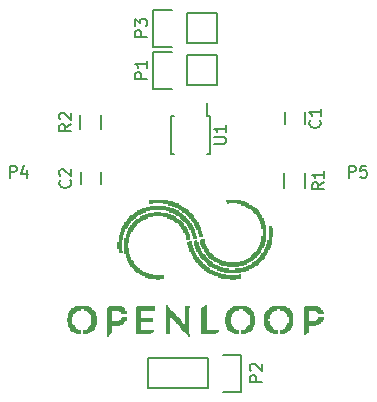
<source format=gto>
G04 #@! TF.FileFunction,Legend,Top*
%FSLAX46Y46*%
G04 Gerber Fmt 4.6, Leading zero omitted, Abs format (unit mm)*
G04 Created by KiCad (PCBNEW 4.0.1-stable) date Wednesday, August 10, 2016 'PMt' 06:46:32 PM*
%MOMM*%
G01*
G04 APERTURE LIST*
%ADD10C,0.100000*%
%ADD11C,0.150000*%
%ADD12C,0.010000*%
G04 APERTURE END LIST*
D10*
D11*
X151048000Y-97825000D02*
X150823000Y-97825000D01*
X151048000Y-101075000D02*
X150823000Y-101075000D01*
X147798000Y-101075000D02*
X148023000Y-101075000D01*
X147798000Y-97825000D02*
X148023000Y-97825000D01*
X151048000Y-97825000D02*
X151048000Y-101075000D01*
X147798000Y-97825000D02*
X147798000Y-101075000D01*
X150823000Y-97825000D02*
X150823000Y-96750000D01*
X159092000Y-98560000D02*
X159092000Y-97560000D01*
X157392000Y-97560000D02*
X157392000Y-98560000D01*
X140120000Y-102640000D02*
X140120000Y-103640000D01*
X141820000Y-103640000D02*
X141820000Y-102640000D01*
X149098000Y-92710000D02*
X151638000Y-92710000D01*
X146278000Y-92430000D02*
X147828000Y-92430000D01*
X149098000Y-92710000D02*
X149098000Y-95250000D01*
X147828000Y-95530000D02*
X146278000Y-95530000D01*
X146278000Y-95530000D02*
X146278000Y-92430000D01*
X149098000Y-95250000D02*
X151638000Y-95250000D01*
X151638000Y-95250000D02*
X151638000Y-92710000D01*
X150876000Y-118364000D02*
X145796000Y-118364000D01*
X145796000Y-118364000D02*
X145796000Y-120904000D01*
X145796000Y-120904000D02*
X150876000Y-120904000D01*
X153696000Y-121184000D02*
X152146000Y-121184000D01*
X150876000Y-120904000D02*
X150876000Y-118364000D01*
X152146000Y-118084000D02*
X153696000Y-118084000D01*
X153696000Y-118084000D02*
X153696000Y-121184000D01*
X149098000Y-89154000D02*
X151638000Y-89154000D01*
X146278000Y-88874000D02*
X147828000Y-88874000D01*
X149098000Y-89154000D02*
X149098000Y-91694000D01*
X147828000Y-91974000D02*
X146278000Y-91974000D01*
X146278000Y-91974000D02*
X146278000Y-88874000D01*
X149098000Y-91694000D02*
X151638000Y-91694000D01*
X151638000Y-91694000D02*
X151638000Y-89154000D01*
X159117000Y-102712000D02*
X159117000Y-103912000D01*
X157367000Y-103912000D02*
X157367000Y-102712000D01*
X141845000Y-97764000D02*
X141845000Y-98964000D01*
X140095000Y-98964000D02*
X140095000Y-97764000D01*
D12*
G36*
X145936000Y-104954000D02*
X146036000Y-104954000D01*
X146036000Y-105054000D01*
X145936000Y-105054000D01*
X145936000Y-104954000D01*
X145936000Y-104954000D01*
G37*
X145936000Y-104954000D02*
X146036000Y-104954000D01*
X146036000Y-105054000D01*
X145936000Y-105054000D01*
X145936000Y-104954000D01*
G36*
X146036000Y-104954000D02*
X146136000Y-104954000D01*
X146136000Y-105054000D01*
X146036000Y-105054000D01*
X146036000Y-104954000D01*
X146036000Y-104954000D01*
G37*
X146036000Y-104954000D02*
X146136000Y-104954000D01*
X146136000Y-105054000D01*
X146036000Y-105054000D01*
X146036000Y-104954000D01*
G36*
X146136000Y-104954000D02*
X146236000Y-104954000D01*
X146236000Y-105054000D01*
X146136000Y-105054000D01*
X146136000Y-104954000D01*
X146136000Y-104954000D01*
G37*
X146136000Y-104954000D02*
X146236000Y-104954000D01*
X146236000Y-105054000D01*
X146136000Y-105054000D01*
X146136000Y-104954000D01*
G36*
X146236000Y-104954000D02*
X146336000Y-104954000D01*
X146336000Y-105054000D01*
X146236000Y-105054000D01*
X146236000Y-104954000D01*
X146236000Y-104954000D01*
G37*
X146236000Y-104954000D02*
X146336000Y-104954000D01*
X146336000Y-105054000D01*
X146236000Y-105054000D01*
X146236000Y-104954000D01*
G36*
X146336000Y-104954000D02*
X146436000Y-104954000D01*
X146436000Y-105054000D01*
X146336000Y-105054000D01*
X146336000Y-104954000D01*
X146336000Y-104954000D01*
G37*
X146336000Y-104954000D02*
X146436000Y-104954000D01*
X146436000Y-105054000D01*
X146336000Y-105054000D01*
X146336000Y-104954000D01*
G36*
X146436000Y-104954000D02*
X146536000Y-104954000D01*
X146536000Y-105054000D01*
X146436000Y-105054000D01*
X146436000Y-104954000D01*
X146436000Y-104954000D01*
G37*
X146436000Y-104954000D02*
X146536000Y-104954000D01*
X146536000Y-105054000D01*
X146436000Y-105054000D01*
X146436000Y-104954000D01*
G36*
X146536000Y-104954000D02*
X146636000Y-104954000D01*
X146636000Y-105054000D01*
X146536000Y-105054000D01*
X146536000Y-104954000D01*
X146536000Y-104954000D01*
G37*
X146536000Y-104954000D02*
X146636000Y-104954000D01*
X146636000Y-105054000D01*
X146536000Y-105054000D01*
X146536000Y-104954000D01*
G36*
X146636000Y-104954000D02*
X146736000Y-104954000D01*
X146736000Y-105054000D01*
X146636000Y-105054000D01*
X146636000Y-104954000D01*
X146636000Y-104954000D01*
G37*
X146636000Y-104954000D02*
X146736000Y-104954000D01*
X146736000Y-105054000D01*
X146636000Y-105054000D01*
X146636000Y-104954000D01*
G36*
X146736000Y-104954000D02*
X146836000Y-104954000D01*
X146836000Y-105054000D01*
X146736000Y-105054000D01*
X146736000Y-104954000D01*
X146736000Y-104954000D01*
G37*
X146736000Y-104954000D02*
X146836000Y-104954000D01*
X146836000Y-105054000D01*
X146736000Y-105054000D01*
X146736000Y-104954000D01*
G36*
X146836000Y-104954000D02*
X146936000Y-104954000D01*
X146936000Y-105054000D01*
X146836000Y-105054000D01*
X146836000Y-104954000D01*
X146836000Y-104954000D01*
G37*
X146836000Y-104954000D02*
X146936000Y-104954000D01*
X146936000Y-105054000D01*
X146836000Y-105054000D01*
X146836000Y-104954000D01*
G36*
X146936000Y-104954000D02*
X147036000Y-104954000D01*
X147036000Y-105054000D01*
X146936000Y-105054000D01*
X146936000Y-104954000D01*
X146936000Y-104954000D01*
G37*
X146936000Y-104954000D02*
X147036000Y-104954000D01*
X147036000Y-105054000D01*
X146936000Y-105054000D01*
X146936000Y-104954000D01*
G36*
X147036000Y-104954000D02*
X147136000Y-104954000D01*
X147136000Y-105054000D01*
X147036000Y-105054000D01*
X147036000Y-104954000D01*
X147036000Y-104954000D01*
G37*
X147036000Y-104954000D02*
X147136000Y-104954000D01*
X147136000Y-105054000D01*
X147036000Y-105054000D01*
X147036000Y-104954000D01*
G36*
X147136000Y-104954000D02*
X147236000Y-104954000D01*
X147236000Y-105054000D01*
X147136000Y-105054000D01*
X147136000Y-104954000D01*
X147136000Y-104954000D01*
G37*
X147136000Y-104954000D02*
X147236000Y-104954000D01*
X147236000Y-105054000D01*
X147136000Y-105054000D01*
X147136000Y-104954000D01*
G36*
X147236000Y-104954000D02*
X147336000Y-104954000D01*
X147336000Y-105054000D01*
X147236000Y-105054000D01*
X147236000Y-104954000D01*
X147236000Y-104954000D01*
G37*
X147236000Y-104954000D02*
X147336000Y-104954000D01*
X147336000Y-105054000D01*
X147236000Y-105054000D01*
X147236000Y-104954000D01*
G36*
X147336000Y-104954000D02*
X147436000Y-104954000D01*
X147436000Y-105054000D01*
X147336000Y-105054000D01*
X147336000Y-104954000D01*
X147336000Y-104954000D01*
G37*
X147336000Y-104954000D02*
X147436000Y-104954000D01*
X147436000Y-105054000D01*
X147336000Y-105054000D01*
X147336000Y-104954000D01*
G36*
X152436000Y-104954000D02*
X152536000Y-104954000D01*
X152536000Y-105054000D01*
X152436000Y-105054000D01*
X152436000Y-104954000D01*
X152436000Y-104954000D01*
G37*
X152436000Y-104954000D02*
X152536000Y-104954000D01*
X152536000Y-105054000D01*
X152436000Y-105054000D01*
X152436000Y-104954000D01*
G36*
X152536000Y-104954000D02*
X152636000Y-104954000D01*
X152636000Y-105054000D01*
X152536000Y-105054000D01*
X152536000Y-104954000D01*
X152536000Y-104954000D01*
G37*
X152536000Y-104954000D02*
X152636000Y-104954000D01*
X152636000Y-105054000D01*
X152536000Y-105054000D01*
X152536000Y-104954000D01*
G36*
X152636000Y-104954000D02*
X152736000Y-104954000D01*
X152736000Y-105054000D01*
X152636000Y-105054000D01*
X152636000Y-104954000D01*
X152636000Y-104954000D01*
G37*
X152636000Y-104954000D02*
X152736000Y-104954000D01*
X152736000Y-105054000D01*
X152636000Y-105054000D01*
X152636000Y-104954000D01*
G36*
X152736000Y-104954000D02*
X152836000Y-104954000D01*
X152836000Y-105054000D01*
X152736000Y-105054000D01*
X152736000Y-104954000D01*
X152736000Y-104954000D01*
G37*
X152736000Y-104954000D02*
X152836000Y-104954000D01*
X152836000Y-105054000D01*
X152736000Y-105054000D01*
X152736000Y-104954000D01*
G36*
X152836000Y-104954000D02*
X152936000Y-104954000D01*
X152936000Y-105054000D01*
X152836000Y-105054000D01*
X152836000Y-104954000D01*
X152836000Y-104954000D01*
G37*
X152836000Y-104954000D02*
X152936000Y-104954000D01*
X152936000Y-105054000D01*
X152836000Y-105054000D01*
X152836000Y-104954000D01*
G36*
X152936000Y-104954000D02*
X153036000Y-104954000D01*
X153036000Y-105054000D01*
X152936000Y-105054000D01*
X152936000Y-104954000D01*
X152936000Y-104954000D01*
G37*
X152936000Y-104954000D02*
X153036000Y-104954000D01*
X153036000Y-105054000D01*
X152936000Y-105054000D01*
X152936000Y-104954000D01*
G36*
X153036000Y-104954000D02*
X153136000Y-104954000D01*
X153136000Y-105054000D01*
X153036000Y-105054000D01*
X153036000Y-104954000D01*
X153036000Y-104954000D01*
G37*
X153036000Y-104954000D02*
X153136000Y-104954000D01*
X153136000Y-105054000D01*
X153036000Y-105054000D01*
X153036000Y-104954000D01*
G36*
X153136000Y-104954000D02*
X153236000Y-104954000D01*
X153236000Y-105054000D01*
X153136000Y-105054000D01*
X153136000Y-104954000D01*
X153136000Y-104954000D01*
G37*
X153136000Y-104954000D02*
X153236000Y-104954000D01*
X153236000Y-105054000D01*
X153136000Y-105054000D01*
X153136000Y-104954000D01*
G36*
X153236000Y-104954000D02*
X153336000Y-104954000D01*
X153336000Y-105054000D01*
X153236000Y-105054000D01*
X153236000Y-104954000D01*
X153236000Y-104954000D01*
G37*
X153236000Y-104954000D02*
X153336000Y-104954000D01*
X153336000Y-105054000D01*
X153236000Y-105054000D01*
X153236000Y-104954000D01*
G36*
X153336000Y-104954000D02*
X153436000Y-104954000D01*
X153436000Y-105054000D01*
X153336000Y-105054000D01*
X153336000Y-104954000D01*
X153336000Y-104954000D01*
G37*
X153336000Y-104954000D02*
X153436000Y-104954000D01*
X153436000Y-105054000D01*
X153336000Y-105054000D01*
X153336000Y-104954000D01*
G36*
X153436000Y-104954000D02*
X153536000Y-104954000D01*
X153536000Y-105054000D01*
X153436000Y-105054000D01*
X153436000Y-104954000D01*
X153436000Y-104954000D01*
G37*
X153436000Y-104954000D02*
X153536000Y-104954000D01*
X153536000Y-105054000D01*
X153436000Y-105054000D01*
X153436000Y-104954000D01*
G36*
X153536000Y-104954000D02*
X153636000Y-104954000D01*
X153636000Y-105054000D01*
X153536000Y-105054000D01*
X153536000Y-104954000D01*
X153536000Y-104954000D01*
G37*
X153536000Y-104954000D02*
X153636000Y-104954000D01*
X153636000Y-105054000D01*
X153536000Y-105054000D01*
X153536000Y-104954000D01*
G36*
X145936000Y-105054000D02*
X146036000Y-105054000D01*
X146036000Y-105154000D01*
X145936000Y-105154000D01*
X145936000Y-105054000D01*
X145936000Y-105054000D01*
G37*
X145936000Y-105054000D02*
X146036000Y-105054000D01*
X146036000Y-105154000D01*
X145936000Y-105154000D01*
X145936000Y-105054000D01*
G36*
X146036000Y-105054000D02*
X146136000Y-105054000D01*
X146136000Y-105154000D01*
X146036000Y-105154000D01*
X146036000Y-105054000D01*
X146036000Y-105054000D01*
G37*
X146036000Y-105054000D02*
X146136000Y-105054000D01*
X146136000Y-105154000D01*
X146036000Y-105154000D01*
X146036000Y-105054000D01*
G36*
X146136000Y-105054000D02*
X146236000Y-105054000D01*
X146236000Y-105154000D01*
X146136000Y-105154000D01*
X146136000Y-105054000D01*
X146136000Y-105054000D01*
G37*
X146136000Y-105054000D02*
X146236000Y-105054000D01*
X146236000Y-105154000D01*
X146136000Y-105154000D01*
X146136000Y-105054000D01*
G36*
X146236000Y-105054000D02*
X146336000Y-105054000D01*
X146336000Y-105154000D01*
X146236000Y-105154000D01*
X146236000Y-105054000D01*
X146236000Y-105054000D01*
G37*
X146236000Y-105054000D02*
X146336000Y-105054000D01*
X146336000Y-105154000D01*
X146236000Y-105154000D01*
X146236000Y-105054000D01*
G36*
X146336000Y-105054000D02*
X146436000Y-105054000D01*
X146436000Y-105154000D01*
X146336000Y-105154000D01*
X146336000Y-105054000D01*
X146336000Y-105054000D01*
G37*
X146336000Y-105054000D02*
X146436000Y-105054000D01*
X146436000Y-105154000D01*
X146336000Y-105154000D01*
X146336000Y-105054000D01*
G36*
X146436000Y-105054000D02*
X146536000Y-105054000D01*
X146536000Y-105154000D01*
X146436000Y-105154000D01*
X146436000Y-105054000D01*
X146436000Y-105054000D01*
G37*
X146436000Y-105054000D02*
X146536000Y-105054000D01*
X146536000Y-105154000D01*
X146436000Y-105154000D01*
X146436000Y-105054000D01*
G36*
X146536000Y-105054000D02*
X146636000Y-105054000D01*
X146636000Y-105154000D01*
X146536000Y-105154000D01*
X146536000Y-105054000D01*
X146536000Y-105054000D01*
G37*
X146536000Y-105054000D02*
X146636000Y-105054000D01*
X146636000Y-105154000D01*
X146536000Y-105154000D01*
X146536000Y-105054000D01*
G36*
X146636000Y-105054000D02*
X146736000Y-105054000D01*
X146736000Y-105154000D01*
X146636000Y-105154000D01*
X146636000Y-105054000D01*
X146636000Y-105054000D01*
G37*
X146636000Y-105054000D02*
X146736000Y-105054000D01*
X146736000Y-105154000D01*
X146636000Y-105154000D01*
X146636000Y-105054000D01*
G36*
X146736000Y-105054000D02*
X146836000Y-105054000D01*
X146836000Y-105154000D01*
X146736000Y-105154000D01*
X146736000Y-105054000D01*
X146736000Y-105054000D01*
G37*
X146736000Y-105054000D02*
X146836000Y-105054000D01*
X146836000Y-105154000D01*
X146736000Y-105154000D01*
X146736000Y-105054000D01*
G36*
X146836000Y-105054000D02*
X146936000Y-105054000D01*
X146936000Y-105154000D01*
X146836000Y-105154000D01*
X146836000Y-105054000D01*
X146836000Y-105054000D01*
G37*
X146836000Y-105054000D02*
X146936000Y-105054000D01*
X146936000Y-105154000D01*
X146836000Y-105154000D01*
X146836000Y-105054000D01*
G36*
X146936000Y-105054000D02*
X147036000Y-105054000D01*
X147036000Y-105154000D01*
X146936000Y-105154000D01*
X146936000Y-105054000D01*
X146936000Y-105054000D01*
G37*
X146936000Y-105054000D02*
X147036000Y-105054000D01*
X147036000Y-105154000D01*
X146936000Y-105154000D01*
X146936000Y-105054000D01*
G36*
X147036000Y-105054000D02*
X147136000Y-105054000D01*
X147136000Y-105154000D01*
X147036000Y-105154000D01*
X147036000Y-105054000D01*
X147036000Y-105054000D01*
G37*
X147036000Y-105054000D02*
X147136000Y-105054000D01*
X147136000Y-105154000D01*
X147036000Y-105154000D01*
X147036000Y-105054000D01*
G36*
X147136000Y-105054000D02*
X147236000Y-105054000D01*
X147236000Y-105154000D01*
X147136000Y-105154000D01*
X147136000Y-105054000D01*
X147136000Y-105054000D01*
G37*
X147136000Y-105054000D02*
X147236000Y-105054000D01*
X147236000Y-105154000D01*
X147136000Y-105154000D01*
X147136000Y-105054000D01*
G36*
X147236000Y-105054000D02*
X147336000Y-105054000D01*
X147336000Y-105154000D01*
X147236000Y-105154000D01*
X147236000Y-105054000D01*
X147236000Y-105054000D01*
G37*
X147236000Y-105054000D02*
X147336000Y-105054000D01*
X147336000Y-105154000D01*
X147236000Y-105154000D01*
X147236000Y-105054000D01*
G36*
X147336000Y-105054000D02*
X147436000Y-105054000D01*
X147436000Y-105154000D01*
X147336000Y-105154000D01*
X147336000Y-105054000D01*
X147336000Y-105054000D01*
G37*
X147336000Y-105054000D02*
X147436000Y-105054000D01*
X147436000Y-105154000D01*
X147336000Y-105154000D01*
X147336000Y-105054000D01*
G36*
X147436000Y-105054000D02*
X147536000Y-105054000D01*
X147536000Y-105154000D01*
X147436000Y-105154000D01*
X147436000Y-105054000D01*
X147436000Y-105054000D01*
G37*
X147436000Y-105054000D02*
X147536000Y-105054000D01*
X147536000Y-105154000D01*
X147436000Y-105154000D01*
X147436000Y-105054000D01*
G36*
X147536000Y-105054000D02*
X147636000Y-105054000D01*
X147636000Y-105154000D01*
X147536000Y-105154000D01*
X147536000Y-105054000D01*
X147536000Y-105054000D01*
G37*
X147536000Y-105054000D02*
X147636000Y-105054000D01*
X147636000Y-105154000D01*
X147536000Y-105154000D01*
X147536000Y-105054000D01*
G36*
X147636000Y-105054000D02*
X147736000Y-105054000D01*
X147736000Y-105154000D01*
X147636000Y-105154000D01*
X147636000Y-105054000D01*
X147636000Y-105054000D01*
G37*
X147636000Y-105054000D02*
X147736000Y-105054000D01*
X147736000Y-105154000D01*
X147636000Y-105154000D01*
X147636000Y-105054000D01*
G36*
X147736000Y-105054000D02*
X147836000Y-105054000D01*
X147836000Y-105154000D01*
X147736000Y-105154000D01*
X147736000Y-105054000D01*
X147736000Y-105054000D01*
G37*
X147736000Y-105054000D02*
X147836000Y-105054000D01*
X147836000Y-105154000D01*
X147736000Y-105154000D01*
X147736000Y-105054000D01*
G36*
X152536000Y-105054000D02*
X152636000Y-105054000D01*
X152636000Y-105154000D01*
X152536000Y-105154000D01*
X152536000Y-105054000D01*
X152536000Y-105054000D01*
G37*
X152536000Y-105054000D02*
X152636000Y-105054000D01*
X152636000Y-105154000D01*
X152536000Y-105154000D01*
X152536000Y-105054000D01*
G36*
X152636000Y-105054000D02*
X152736000Y-105054000D01*
X152736000Y-105154000D01*
X152636000Y-105154000D01*
X152636000Y-105054000D01*
X152636000Y-105054000D01*
G37*
X152636000Y-105054000D02*
X152736000Y-105054000D01*
X152736000Y-105154000D01*
X152636000Y-105154000D01*
X152636000Y-105054000D01*
G36*
X152736000Y-105054000D02*
X152836000Y-105054000D01*
X152836000Y-105154000D01*
X152736000Y-105154000D01*
X152736000Y-105054000D01*
X152736000Y-105054000D01*
G37*
X152736000Y-105054000D02*
X152836000Y-105054000D01*
X152836000Y-105154000D01*
X152736000Y-105154000D01*
X152736000Y-105054000D01*
G36*
X152836000Y-105054000D02*
X152936000Y-105054000D01*
X152936000Y-105154000D01*
X152836000Y-105154000D01*
X152836000Y-105054000D01*
X152836000Y-105054000D01*
G37*
X152836000Y-105054000D02*
X152936000Y-105054000D01*
X152936000Y-105154000D01*
X152836000Y-105154000D01*
X152836000Y-105054000D01*
G36*
X152936000Y-105054000D02*
X153036000Y-105054000D01*
X153036000Y-105154000D01*
X152936000Y-105154000D01*
X152936000Y-105054000D01*
X152936000Y-105054000D01*
G37*
X152936000Y-105054000D02*
X153036000Y-105054000D01*
X153036000Y-105154000D01*
X152936000Y-105154000D01*
X152936000Y-105054000D01*
G36*
X153036000Y-105054000D02*
X153136000Y-105054000D01*
X153136000Y-105154000D01*
X153036000Y-105154000D01*
X153036000Y-105054000D01*
X153036000Y-105054000D01*
G37*
X153036000Y-105054000D02*
X153136000Y-105054000D01*
X153136000Y-105154000D01*
X153036000Y-105154000D01*
X153036000Y-105054000D01*
G36*
X153136000Y-105054000D02*
X153236000Y-105054000D01*
X153236000Y-105154000D01*
X153136000Y-105154000D01*
X153136000Y-105054000D01*
X153136000Y-105054000D01*
G37*
X153136000Y-105054000D02*
X153236000Y-105054000D01*
X153236000Y-105154000D01*
X153136000Y-105154000D01*
X153136000Y-105054000D01*
G36*
X153236000Y-105054000D02*
X153336000Y-105054000D01*
X153336000Y-105154000D01*
X153236000Y-105154000D01*
X153236000Y-105054000D01*
X153236000Y-105054000D01*
G37*
X153236000Y-105054000D02*
X153336000Y-105054000D01*
X153336000Y-105154000D01*
X153236000Y-105154000D01*
X153236000Y-105054000D01*
G36*
X153336000Y-105054000D02*
X153436000Y-105054000D01*
X153436000Y-105154000D01*
X153336000Y-105154000D01*
X153336000Y-105054000D01*
X153336000Y-105054000D01*
G37*
X153336000Y-105054000D02*
X153436000Y-105054000D01*
X153436000Y-105154000D01*
X153336000Y-105154000D01*
X153336000Y-105054000D01*
G36*
X153436000Y-105054000D02*
X153536000Y-105054000D01*
X153536000Y-105154000D01*
X153436000Y-105154000D01*
X153436000Y-105054000D01*
X153436000Y-105054000D01*
G37*
X153436000Y-105054000D02*
X153536000Y-105054000D01*
X153536000Y-105154000D01*
X153436000Y-105154000D01*
X153436000Y-105054000D01*
G36*
X153536000Y-105054000D02*
X153636000Y-105054000D01*
X153636000Y-105154000D01*
X153536000Y-105154000D01*
X153536000Y-105054000D01*
X153536000Y-105054000D01*
G37*
X153536000Y-105054000D02*
X153636000Y-105054000D01*
X153636000Y-105154000D01*
X153536000Y-105154000D01*
X153536000Y-105054000D01*
G36*
X153636000Y-105054000D02*
X153736000Y-105054000D01*
X153736000Y-105154000D01*
X153636000Y-105154000D01*
X153636000Y-105054000D01*
X153636000Y-105054000D01*
G37*
X153636000Y-105054000D02*
X153736000Y-105054000D01*
X153736000Y-105154000D01*
X153636000Y-105154000D01*
X153636000Y-105054000D01*
G36*
X153736000Y-105054000D02*
X153836000Y-105054000D01*
X153836000Y-105154000D01*
X153736000Y-105154000D01*
X153736000Y-105054000D01*
X153736000Y-105054000D01*
G37*
X153736000Y-105054000D02*
X153836000Y-105054000D01*
X153836000Y-105154000D01*
X153736000Y-105154000D01*
X153736000Y-105054000D01*
G36*
X153836000Y-105054000D02*
X153936000Y-105054000D01*
X153936000Y-105154000D01*
X153836000Y-105154000D01*
X153836000Y-105054000D01*
X153836000Y-105054000D01*
G37*
X153836000Y-105054000D02*
X153936000Y-105054000D01*
X153936000Y-105154000D01*
X153836000Y-105154000D01*
X153836000Y-105054000D01*
G36*
X145936000Y-105154000D02*
X146036000Y-105154000D01*
X146036000Y-105254000D01*
X145936000Y-105254000D01*
X145936000Y-105154000D01*
X145936000Y-105154000D01*
G37*
X145936000Y-105154000D02*
X146036000Y-105154000D01*
X146036000Y-105254000D01*
X145936000Y-105254000D01*
X145936000Y-105154000D01*
G36*
X146036000Y-105154000D02*
X146136000Y-105154000D01*
X146136000Y-105254000D01*
X146036000Y-105254000D01*
X146036000Y-105154000D01*
X146036000Y-105154000D01*
G37*
X146036000Y-105154000D02*
X146136000Y-105154000D01*
X146136000Y-105254000D01*
X146036000Y-105254000D01*
X146036000Y-105154000D01*
G36*
X147136000Y-105154000D02*
X147236000Y-105154000D01*
X147236000Y-105254000D01*
X147136000Y-105254000D01*
X147136000Y-105154000D01*
X147136000Y-105154000D01*
G37*
X147136000Y-105154000D02*
X147236000Y-105154000D01*
X147236000Y-105254000D01*
X147136000Y-105254000D01*
X147136000Y-105154000D01*
G36*
X147236000Y-105154000D02*
X147336000Y-105154000D01*
X147336000Y-105254000D01*
X147236000Y-105254000D01*
X147236000Y-105154000D01*
X147236000Y-105154000D01*
G37*
X147236000Y-105154000D02*
X147336000Y-105154000D01*
X147336000Y-105254000D01*
X147236000Y-105254000D01*
X147236000Y-105154000D01*
G36*
X147336000Y-105154000D02*
X147436000Y-105154000D01*
X147436000Y-105254000D01*
X147336000Y-105254000D01*
X147336000Y-105154000D01*
X147336000Y-105154000D01*
G37*
X147336000Y-105154000D02*
X147436000Y-105154000D01*
X147436000Y-105254000D01*
X147336000Y-105254000D01*
X147336000Y-105154000D01*
G36*
X147436000Y-105154000D02*
X147536000Y-105154000D01*
X147536000Y-105254000D01*
X147436000Y-105254000D01*
X147436000Y-105154000D01*
X147436000Y-105154000D01*
G37*
X147436000Y-105154000D02*
X147536000Y-105154000D01*
X147536000Y-105254000D01*
X147436000Y-105254000D01*
X147436000Y-105154000D01*
G36*
X147536000Y-105154000D02*
X147636000Y-105154000D01*
X147636000Y-105254000D01*
X147536000Y-105254000D01*
X147536000Y-105154000D01*
X147536000Y-105154000D01*
G37*
X147536000Y-105154000D02*
X147636000Y-105154000D01*
X147636000Y-105254000D01*
X147536000Y-105254000D01*
X147536000Y-105154000D01*
G36*
X147636000Y-105154000D02*
X147736000Y-105154000D01*
X147736000Y-105254000D01*
X147636000Y-105254000D01*
X147636000Y-105154000D01*
X147636000Y-105154000D01*
G37*
X147636000Y-105154000D02*
X147736000Y-105154000D01*
X147736000Y-105254000D01*
X147636000Y-105254000D01*
X147636000Y-105154000D01*
G36*
X147736000Y-105154000D02*
X147836000Y-105154000D01*
X147836000Y-105254000D01*
X147736000Y-105254000D01*
X147736000Y-105154000D01*
X147736000Y-105154000D01*
G37*
X147736000Y-105154000D02*
X147836000Y-105154000D01*
X147836000Y-105254000D01*
X147736000Y-105254000D01*
X147736000Y-105154000D01*
G36*
X147836000Y-105154000D02*
X147936000Y-105154000D01*
X147936000Y-105254000D01*
X147836000Y-105254000D01*
X147836000Y-105154000D01*
X147836000Y-105154000D01*
G37*
X147836000Y-105154000D02*
X147936000Y-105154000D01*
X147936000Y-105254000D01*
X147836000Y-105254000D01*
X147836000Y-105154000D01*
G36*
X147936000Y-105154000D02*
X148036000Y-105154000D01*
X148036000Y-105254000D01*
X147936000Y-105254000D01*
X147936000Y-105154000D01*
X147936000Y-105154000D01*
G37*
X147936000Y-105154000D02*
X148036000Y-105154000D01*
X148036000Y-105254000D01*
X147936000Y-105254000D01*
X147936000Y-105154000D01*
G36*
X152536000Y-105154000D02*
X152636000Y-105154000D01*
X152636000Y-105254000D01*
X152536000Y-105254000D01*
X152536000Y-105154000D01*
X152536000Y-105154000D01*
G37*
X152536000Y-105154000D02*
X152636000Y-105154000D01*
X152636000Y-105254000D01*
X152536000Y-105254000D01*
X152536000Y-105154000D01*
G36*
X153336000Y-105154000D02*
X153436000Y-105154000D01*
X153436000Y-105254000D01*
X153336000Y-105254000D01*
X153336000Y-105154000D01*
X153336000Y-105154000D01*
G37*
X153336000Y-105154000D02*
X153436000Y-105154000D01*
X153436000Y-105254000D01*
X153336000Y-105254000D01*
X153336000Y-105154000D01*
G36*
X153436000Y-105154000D02*
X153536000Y-105154000D01*
X153536000Y-105254000D01*
X153436000Y-105254000D01*
X153436000Y-105154000D01*
X153436000Y-105154000D01*
G37*
X153436000Y-105154000D02*
X153536000Y-105154000D01*
X153536000Y-105254000D01*
X153436000Y-105254000D01*
X153436000Y-105154000D01*
G36*
X153536000Y-105154000D02*
X153636000Y-105154000D01*
X153636000Y-105254000D01*
X153536000Y-105254000D01*
X153536000Y-105154000D01*
X153536000Y-105154000D01*
G37*
X153536000Y-105154000D02*
X153636000Y-105154000D01*
X153636000Y-105254000D01*
X153536000Y-105254000D01*
X153536000Y-105154000D01*
G36*
X153636000Y-105154000D02*
X153736000Y-105154000D01*
X153736000Y-105254000D01*
X153636000Y-105254000D01*
X153636000Y-105154000D01*
X153636000Y-105154000D01*
G37*
X153636000Y-105154000D02*
X153736000Y-105154000D01*
X153736000Y-105254000D01*
X153636000Y-105254000D01*
X153636000Y-105154000D01*
G36*
X153736000Y-105154000D02*
X153836000Y-105154000D01*
X153836000Y-105254000D01*
X153736000Y-105254000D01*
X153736000Y-105154000D01*
X153736000Y-105154000D01*
G37*
X153736000Y-105154000D02*
X153836000Y-105154000D01*
X153836000Y-105254000D01*
X153736000Y-105254000D01*
X153736000Y-105154000D01*
G36*
X153836000Y-105154000D02*
X153936000Y-105154000D01*
X153936000Y-105254000D01*
X153836000Y-105254000D01*
X153836000Y-105154000D01*
X153836000Y-105154000D01*
G37*
X153836000Y-105154000D02*
X153936000Y-105154000D01*
X153936000Y-105254000D01*
X153836000Y-105254000D01*
X153836000Y-105154000D01*
G36*
X153936000Y-105154000D02*
X154036000Y-105154000D01*
X154036000Y-105254000D01*
X153936000Y-105254000D01*
X153936000Y-105154000D01*
X153936000Y-105154000D01*
G37*
X153936000Y-105154000D02*
X154036000Y-105154000D01*
X154036000Y-105254000D01*
X153936000Y-105254000D01*
X153936000Y-105154000D01*
G36*
X154036000Y-105154000D02*
X154136000Y-105154000D01*
X154136000Y-105254000D01*
X154036000Y-105254000D01*
X154036000Y-105154000D01*
X154036000Y-105154000D01*
G37*
X154036000Y-105154000D02*
X154136000Y-105154000D01*
X154136000Y-105254000D01*
X154036000Y-105254000D01*
X154036000Y-105154000D01*
G36*
X147536000Y-105254000D02*
X147636000Y-105254000D01*
X147636000Y-105354000D01*
X147536000Y-105354000D01*
X147536000Y-105254000D01*
X147536000Y-105254000D01*
G37*
X147536000Y-105254000D02*
X147636000Y-105254000D01*
X147636000Y-105354000D01*
X147536000Y-105354000D01*
X147536000Y-105254000D01*
G36*
X147636000Y-105254000D02*
X147736000Y-105254000D01*
X147736000Y-105354000D01*
X147636000Y-105354000D01*
X147636000Y-105254000D01*
X147636000Y-105254000D01*
G37*
X147636000Y-105254000D02*
X147736000Y-105254000D01*
X147736000Y-105354000D01*
X147636000Y-105354000D01*
X147636000Y-105254000D01*
G36*
X147736000Y-105254000D02*
X147836000Y-105254000D01*
X147836000Y-105354000D01*
X147736000Y-105354000D01*
X147736000Y-105254000D01*
X147736000Y-105254000D01*
G37*
X147736000Y-105254000D02*
X147836000Y-105254000D01*
X147836000Y-105354000D01*
X147736000Y-105354000D01*
X147736000Y-105254000D01*
G36*
X147836000Y-105254000D02*
X147936000Y-105254000D01*
X147936000Y-105354000D01*
X147836000Y-105354000D01*
X147836000Y-105254000D01*
X147836000Y-105254000D01*
G37*
X147836000Y-105254000D02*
X147936000Y-105254000D01*
X147936000Y-105354000D01*
X147836000Y-105354000D01*
X147836000Y-105254000D01*
G36*
X147936000Y-105254000D02*
X148036000Y-105254000D01*
X148036000Y-105354000D01*
X147936000Y-105354000D01*
X147936000Y-105254000D01*
X147936000Y-105254000D01*
G37*
X147936000Y-105254000D02*
X148036000Y-105254000D01*
X148036000Y-105354000D01*
X147936000Y-105354000D01*
X147936000Y-105254000D01*
G36*
X148036000Y-105254000D02*
X148136000Y-105254000D01*
X148136000Y-105354000D01*
X148036000Y-105354000D01*
X148036000Y-105254000D01*
X148036000Y-105254000D01*
G37*
X148036000Y-105254000D02*
X148136000Y-105254000D01*
X148136000Y-105354000D01*
X148036000Y-105354000D01*
X148036000Y-105254000D01*
G36*
X148136000Y-105254000D02*
X148236000Y-105254000D01*
X148236000Y-105354000D01*
X148136000Y-105354000D01*
X148136000Y-105254000D01*
X148136000Y-105254000D01*
G37*
X148136000Y-105254000D02*
X148236000Y-105254000D01*
X148236000Y-105354000D01*
X148136000Y-105354000D01*
X148136000Y-105254000D01*
G36*
X148236000Y-105254000D02*
X148336000Y-105254000D01*
X148336000Y-105354000D01*
X148236000Y-105354000D01*
X148236000Y-105254000D01*
X148236000Y-105254000D01*
G37*
X148236000Y-105254000D02*
X148336000Y-105254000D01*
X148336000Y-105354000D01*
X148236000Y-105354000D01*
X148236000Y-105254000D01*
G36*
X153736000Y-105254000D02*
X153836000Y-105254000D01*
X153836000Y-105354000D01*
X153736000Y-105354000D01*
X153736000Y-105254000D01*
X153736000Y-105254000D01*
G37*
X153736000Y-105254000D02*
X153836000Y-105254000D01*
X153836000Y-105354000D01*
X153736000Y-105354000D01*
X153736000Y-105254000D01*
G36*
X153836000Y-105254000D02*
X153936000Y-105254000D01*
X153936000Y-105354000D01*
X153836000Y-105354000D01*
X153836000Y-105254000D01*
X153836000Y-105254000D01*
G37*
X153836000Y-105254000D02*
X153936000Y-105254000D01*
X153936000Y-105354000D01*
X153836000Y-105354000D01*
X153836000Y-105254000D01*
G36*
X153936000Y-105254000D02*
X154036000Y-105254000D01*
X154036000Y-105354000D01*
X153936000Y-105354000D01*
X153936000Y-105254000D01*
X153936000Y-105254000D01*
G37*
X153936000Y-105254000D02*
X154036000Y-105254000D01*
X154036000Y-105354000D01*
X153936000Y-105354000D01*
X153936000Y-105254000D01*
G36*
X154036000Y-105254000D02*
X154136000Y-105254000D01*
X154136000Y-105354000D01*
X154036000Y-105354000D01*
X154036000Y-105254000D01*
X154036000Y-105254000D01*
G37*
X154036000Y-105254000D02*
X154136000Y-105254000D01*
X154136000Y-105354000D01*
X154036000Y-105354000D01*
X154036000Y-105254000D01*
G36*
X154136000Y-105254000D02*
X154236000Y-105254000D01*
X154236000Y-105354000D01*
X154136000Y-105354000D01*
X154136000Y-105254000D01*
X154136000Y-105254000D01*
G37*
X154136000Y-105254000D02*
X154236000Y-105254000D01*
X154236000Y-105354000D01*
X154136000Y-105354000D01*
X154136000Y-105254000D01*
G36*
X154236000Y-105254000D02*
X154336000Y-105254000D01*
X154336000Y-105354000D01*
X154236000Y-105354000D01*
X154236000Y-105254000D01*
X154236000Y-105254000D01*
G37*
X154236000Y-105254000D02*
X154336000Y-105254000D01*
X154336000Y-105354000D01*
X154236000Y-105354000D01*
X154236000Y-105254000D01*
G36*
X147836000Y-105354000D02*
X147936000Y-105354000D01*
X147936000Y-105454000D01*
X147836000Y-105454000D01*
X147836000Y-105354000D01*
X147836000Y-105354000D01*
G37*
X147836000Y-105354000D02*
X147936000Y-105354000D01*
X147936000Y-105454000D01*
X147836000Y-105454000D01*
X147836000Y-105354000D01*
G36*
X147936000Y-105354000D02*
X148036000Y-105354000D01*
X148036000Y-105454000D01*
X147936000Y-105454000D01*
X147936000Y-105354000D01*
X147936000Y-105354000D01*
G37*
X147936000Y-105354000D02*
X148036000Y-105354000D01*
X148036000Y-105454000D01*
X147936000Y-105454000D01*
X147936000Y-105354000D01*
G36*
X148036000Y-105354000D02*
X148136000Y-105354000D01*
X148136000Y-105454000D01*
X148036000Y-105454000D01*
X148036000Y-105354000D01*
X148036000Y-105354000D01*
G37*
X148036000Y-105354000D02*
X148136000Y-105354000D01*
X148136000Y-105454000D01*
X148036000Y-105454000D01*
X148036000Y-105354000D01*
G36*
X148136000Y-105354000D02*
X148236000Y-105354000D01*
X148236000Y-105454000D01*
X148136000Y-105454000D01*
X148136000Y-105354000D01*
X148136000Y-105354000D01*
G37*
X148136000Y-105354000D02*
X148236000Y-105354000D01*
X148236000Y-105454000D01*
X148136000Y-105454000D01*
X148136000Y-105354000D01*
G36*
X148236000Y-105354000D02*
X148336000Y-105354000D01*
X148336000Y-105454000D01*
X148236000Y-105454000D01*
X148236000Y-105354000D01*
X148236000Y-105354000D01*
G37*
X148236000Y-105354000D02*
X148336000Y-105354000D01*
X148336000Y-105454000D01*
X148236000Y-105454000D01*
X148236000Y-105354000D01*
G36*
X148336000Y-105354000D02*
X148436000Y-105354000D01*
X148436000Y-105454000D01*
X148336000Y-105454000D01*
X148336000Y-105354000D01*
X148336000Y-105354000D01*
G37*
X148336000Y-105354000D02*
X148436000Y-105354000D01*
X148436000Y-105454000D01*
X148336000Y-105454000D01*
X148336000Y-105354000D01*
G36*
X148436000Y-105354000D02*
X148536000Y-105354000D01*
X148536000Y-105454000D01*
X148436000Y-105454000D01*
X148436000Y-105354000D01*
X148436000Y-105354000D01*
G37*
X148436000Y-105354000D02*
X148536000Y-105354000D01*
X148536000Y-105454000D01*
X148436000Y-105454000D01*
X148436000Y-105354000D01*
G36*
X154036000Y-105354000D02*
X154136000Y-105354000D01*
X154136000Y-105454000D01*
X154036000Y-105454000D01*
X154036000Y-105354000D01*
X154036000Y-105354000D01*
G37*
X154036000Y-105354000D02*
X154136000Y-105354000D01*
X154136000Y-105454000D01*
X154036000Y-105454000D01*
X154036000Y-105354000D01*
G36*
X154136000Y-105354000D02*
X154236000Y-105354000D01*
X154236000Y-105454000D01*
X154136000Y-105454000D01*
X154136000Y-105354000D01*
X154136000Y-105354000D01*
G37*
X154136000Y-105354000D02*
X154236000Y-105354000D01*
X154236000Y-105454000D01*
X154136000Y-105454000D01*
X154136000Y-105354000D01*
G36*
X154236000Y-105354000D02*
X154336000Y-105354000D01*
X154336000Y-105454000D01*
X154236000Y-105454000D01*
X154236000Y-105354000D01*
X154236000Y-105354000D01*
G37*
X154236000Y-105354000D02*
X154336000Y-105354000D01*
X154336000Y-105454000D01*
X154236000Y-105454000D01*
X154236000Y-105354000D01*
G36*
X154336000Y-105354000D02*
X154436000Y-105354000D01*
X154436000Y-105454000D01*
X154336000Y-105454000D01*
X154336000Y-105354000D01*
X154336000Y-105354000D01*
G37*
X154336000Y-105354000D02*
X154436000Y-105354000D01*
X154436000Y-105454000D01*
X154336000Y-105454000D01*
X154336000Y-105354000D01*
G36*
X154436000Y-105354000D02*
X154536000Y-105354000D01*
X154536000Y-105454000D01*
X154436000Y-105454000D01*
X154436000Y-105354000D01*
X154436000Y-105354000D01*
G37*
X154436000Y-105354000D02*
X154536000Y-105354000D01*
X154536000Y-105454000D01*
X154436000Y-105454000D01*
X154436000Y-105354000D01*
G36*
X146036000Y-105454000D02*
X146136000Y-105454000D01*
X146136000Y-105554000D01*
X146036000Y-105554000D01*
X146036000Y-105454000D01*
X146036000Y-105454000D01*
G37*
X146036000Y-105454000D02*
X146136000Y-105454000D01*
X146136000Y-105554000D01*
X146036000Y-105554000D01*
X146036000Y-105454000D01*
G36*
X146136000Y-105454000D02*
X146236000Y-105454000D01*
X146236000Y-105554000D01*
X146136000Y-105554000D01*
X146136000Y-105454000D01*
X146136000Y-105454000D01*
G37*
X146136000Y-105454000D02*
X146236000Y-105454000D01*
X146236000Y-105554000D01*
X146136000Y-105554000D01*
X146136000Y-105454000D01*
G36*
X146236000Y-105454000D02*
X146336000Y-105454000D01*
X146336000Y-105554000D01*
X146236000Y-105554000D01*
X146236000Y-105454000D01*
X146236000Y-105454000D01*
G37*
X146236000Y-105454000D02*
X146336000Y-105454000D01*
X146336000Y-105554000D01*
X146236000Y-105554000D01*
X146236000Y-105454000D01*
G36*
X146336000Y-105454000D02*
X146436000Y-105454000D01*
X146436000Y-105554000D01*
X146336000Y-105554000D01*
X146336000Y-105454000D01*
X146336000Y-105454000D01*
G37*
X146336000Y-105454000D02*
X146436000Y-105454000D01*
X146436000Y-105554000D01*
X146336000Y-105554000D01*
X146336000Y-105454000D01*
G36*
X146436000Y-105454000D02*
X146536000Y-105454000D01*
X146536000Y-105554000D01*
X146436000Y-105554000D01*
X146436000Y-105454000D01*
X146436000Y-105454000D01*
G37*
X146436000Y-105454000D02*
X146536000Y-105454000D01*
X146536000Y-105554000D01*
X146436000Y-105554000D01*
X146436000Y-105454000D01*
G36*
X146536000Y-105454000D02*
X146636000Y-105454000D01*
X146636000Y-105554000D01*
X146536000Y-105554000D01*
X146536000Y-105454000D01*
X146536000Y-105454000D01*
G37*
X146536000Y-105454000D02*
X146636000Y-105454000D01*
X146636000Y-105554000D01*
X146536000Y-105554000D01*
X146536000Y-105454000D01*
G36*
X146636000Y-105454000D02*
X146736000Y-105454000D01*
X146736000Y-105554000D01*
X146636000Y-105554000D01*
X146636000Y-105454000D01*
X146636000Y-105454000D01*
G37*
X146636000Y-105454000D02*
X146736000Y-105454000D01*
X146736000Y-105554000D01*
X146636000Y-105554000D01*
X146636000Y-105454000D01*
G36*
X146736000Y-105454000D02*
X146836000Y-105454000D01*
X146836000Y-105554000D01*
X146736000Y-105554000D01*
X146736000Y-105454000D01*
X146736000Y-105454000D01*
G37*
X146736000Y-105454000D02*
X146836000Y-105454000D01*
X146836000Y-105554000D01*
X146736000Y-105554000D01*
X146736000Y-105454000D01*
G36*
X146836000Y-105454000D02*
X146936000Y-105454000D01*
X146936000Y-105554000D01*
X146836000Y-105554000D01*
X146836000Y-105454000D01*
X146836000Y-105454000D01*
G37*
X146836000Y-105454000D02*
X146936000Y-105454000D01*
X146936000Y-105554000D01*
X146836000Y-105554000D01*
X146836000Y-105454000D01*
G36*
X146936000Y-105454000D02*
X147036000Y-105454000D01*
X147036000Y-105554000D01*
X146936000Y-105554000D01*
X146936000Y-105454000D01*
X146936000Y-105454000D01*
G37*
X146936000Y-105454000D02*
X147036000Y-105454000D01*
X147036000Y-105554000D01*
X146936000Y-105554000D01*
X146936000Y-105454000D01*
G36*
X147036000Y-105454000D02*
X147136000Y-105454000D01*
X147136000Y-105554000D01*
X147036000Y-105554000D01*
X147036000Y-105454000D01*
X147036000Y-105454000D01*
G37*
X147036000Y-105454000D02*
X147136000Y-105454000D01*
X147136000Y-105554000D01*
X147036000Y-105554000D01*
X147036000Y-105454000D01*
G36*
X147136000Y-105454000D02*
X147236000Y-105454000D01*
X147236000Y-105554000D01*
X147136000Y-105554000D01*
X147136000Y-105454000D01*
X147136000Y-105454000D01*
G37*
X147136000Y-105454000D02*
X147236000Y-105454000D01*
X147236000Y-105554000D01*
X147136000Y-105554000D01*
X147136000Y-105454000D01*
G36*
X148136000Y-105454000D02*
X148236000Y-105454000D01*
X148236000Y-105554000D01*
X148136000Y-105554000D01*
X148136000Y-105454000D01*
X148136000Y-105454000D01*
G37*
X148136000Y-105454000D02*
X148236000Y-105454000D01*
X148236000Y-105554000D01*
X148136000Y-105554000D01*
X148136000Y-105454000D01*
G36*
X148236000Y-105454000D02*
X148336000Y-105454000D01*
X148336000Y-105554000D01*
X148236000Y-105554000D01*
X148236000Y-105454000D01*
X148236000Y-105454000D01*
G37*
X148236000Y-105454000D02*
X148336000Y-105454000D01*
X148336000Y-105554000D01*
X148236000Y-105554000D01*
X148236000Y-105454000D01*
G36*
X148336000Y-105454000D02*
X148436000Y-105454000D01*
X148436000Y-105554000D01*
X148336000Y-105554000D01*
X148336000Y-105454000D01*
X148336000Y-105454000D01*
G37*
X148336000Y-105454000D02*
X148436000Y-105454000D01*
X148436000Y-105554000D01*
X148336000Y-105554000D01*
X148336000Y-105454000D01*
G36*
X148436000Y-105454000D02*
X148536000Y-105454000D01*
X148536000Y-105554000D01*
X148436000Y-105554000D01*
X148436000Y-105454000D01*
X148436000Y-105454000D01*
G37*
X148436000Y-105454000D02*
X148536000Y-105454000D01*
X148536000Y-105554000D01*
X148436000Y-105554000D01*
X148436000Y-105454000D01*
G36*
X148536000Y-105454000D02*
X148636000Y-105454000D01*
X148636000Y-105554000D01*
X148536000Y-105554000D01*
X148536000Y-105454000D01*
X148536000Y-105454000D01*
G37*
X148536000Y-105454000D02*
X148636000Y-105454000D01*
X148636000Y-105554000D01*
X148536000Y-105554000D01*
X148536000Y-105454000D01*
G36*
X154136000Y-105454000D02*
X154236000Y-105454000D01*
X154236000Y-105554000D01*
X154136000Y-105554000D01*
X154136000Y-105454000D01*
X154136000Y-105454000D01*
G37*
X154136000Y-105454000D02*
X154236000Y-105454000D01*
X154236000Y-105554000D01*
X154136000Y-105554000D01*
X154136000Y-105454000D01*
G36*
X154236000Y-105454000D02*
X154336000Y-105454000D01*
X154336000Y-105554000D01*
X154236000Y-105554000D01*
X154236000Y-105454000D01*
X154236000Y-105454000D01*
G37*
X154236000Y-105454000D02*
X154336000Y-105454000D01*
X154336000Y-105554000D01*
X154236000Y-105554000D01*
X154236000Y-105454000D01*
G36*
X154336000Y-105454000D02*
X154436000Y-105454000D01*
X154436000Y-105554000D01*
X154336000Y-105554000D01*
X154336000Y-105454000D01*
X154336000Y-105454000D01*
G37*
X154336000Y-105454000D02*
X154436000Y-105454000D01*
X154436000Y-105554000D01*
X154336000Y-105554000D01*
X154336000Y-105454000D01*
G36*
X154436000Y-105454000D02*
X154536000Y-105454000D01*
X154536000Y-105554000D01*
X154436000Y-105554000D01*
X154436000Y-105454000D01*
X154436000Y-105454000D01*
G37*
X154436000Y-105454000D02*
X154536000Y-105454000D01*
X154536000Y-105554000D01*
X154436000Y-105554000D01*
X154436000Y-105454000D01*
G36*
X154536000Y-105454000D02*
X154636000Y-105454000D01*
X154636000Y-105554000D01*
X154536000Y-105554000D01*
X154536000Y-105454000D01*
X154536000Y-105454000D01*
G37*
X154536000Y-105454000D02*
X154636000Y-105454000D01*
X154636000Y-105554000D01*
X154536000Y-105554000D01*
X154536000Y-105454000D01*
G36*
X145636000Y-105554000D02*
X145736000Y-105554000D01*
X145736000Y-105654000D01*
X145636000Y-105654000D01*
X145636000Y-105554000D01*
X145636000Y-105554000D01*
G37*
X145636000Y-105554000D02*
X145736000Y-105554000D01*
X145736000Y-105654000D01*
X145636000Y-105654000D01*
X145636000Y-105554000D01*
G36*
X145736000Y-105554000D02*
X145836000Y-105554000D01*
X145836000Y-105654000D01*
X145736000Y-105654000D01*
X145736000Y-105554000D01*
X145736000Y-105554000D01*
G37*
X145736000Y-105554000D02*
X145836000Y-105554000D01*
X145836000Y-105654000D01*
X145736000Y-105654000D01*
X145736000Y-105554000D01*
G36*
X145836000Y-105554000D02*
X145936000Y-105554000D01*
X145936000Y-105654000D01*
X145836000Y-105654000D01*
X145836000Y-105554000D01*
X145836000Y-105554000D01*
G37*
X145836000Y-105554000D02*
X145936000Y-105554000D01*
X145936000Y-105654000D01*
X145836000Y-105654000D01*
X145836000Y-105554000D01*
G36*
X145936000Y-105554000D02*
X146036000Y-105554000D01*
X146036000Y-105654000D01*
X145936000Y-105654000D01*
X145936000Y-105554000D01*
X145936000Y-105554000D01*
G37*
X145936000Y-105554000D02*
X146036000Y-105554000D01*
X146036000Y-105654000D01*
X145936000Y-105654000D01*
X145936000Y-105554000D01*
G36*
X146036000Y-105554000D02*
X146136000Y-105554000D01*
X146136000Y-105654000D01*
X146036000Y-105654000D01*
X146036000Y-105554000D01*
X146036000Y-105554000D01*
G37*
X146036000Y-105554000D02*
X146136000Y-105554000D01*
X146136000Y-105654000D01*
X146036000Y-105654000D01*
X146036000Y-105554000D01*
G36*
X146136000Y-105554000D02*
X146236000Y-105554000D01*
X146236000Y-105654000D01*
X146136000Y-105654000D01*
X146136000Y-105554000D01*
X146136000Y-105554000D01*
G37*
X146136000Y-105554000D02*
X146236000Y-105554000D01*
X146236000Y-105654000D01*
X146136000Y-105654000D01*
X146136000Y-105554000D01*
G36*
X146236000Y-105554000D02*
X146336000Y-105554000D01*
X146336000Y-105654000D01*
X146236000Y-105654000D01*
X146236000Y-105554000D01*
X146236000Y-105554000D01*
G37*
X146236000Y-105554000D02*
X146336000Y-105554000D01*
X146336000Y-105654000D01*
X146236000Y-105654000D01*
X146236000Y-105554000D01*
G36*
X146336000Y-105554000D02*
X146436000Y-105554000D01*
X146436000Y-105654000D01*
X146336000Y-105654000D01*
X146336000Y-105554000D01*
X146336000Y-105554000D01*
G37*
X146336000Y-105554000D02*
X146436000Y-105554000D01*
X146436000Y-105654000D01*
X146336000Y-105654000D01*
X146336000Y-105554000D01*
G36*
X146436000Y-105554000D02*
X146536000Y-105554000D01*
X146536000Y-105654000D01*
X146436000Y-105654000D01*
X146436000Y-105554000D01*
X146436000Y-105554000D01*
G37*
X146436000Y-105554000D02*
X146536000Y-105554000D01*
X146536000Y-105654000D01*
X146436000Y-105654000D01*
X146436000Y-105554000D01*
G36*
X146536000Y-105554000D02*
X146636000Y-105554000D01*
X146636000Y-105654000D01*
X146536000Y-105654000D01*
X146536000Y-105554000D01*
X146536000Y-105554000D01*
G37*
X146536000Y-105554000D02*
X146636000Y-105554000D01*
X146636000Y-105654000D01*
X146536000Y-105654000D01*
X146536000Y-105554000D01*
G36*
X146636000Y-105554000D02*
X146736000Y-105554000D01*
X146736000Y-105654000D01*
X146636000Y-105654000D01*
X146636000Y-105554000D01*
X146636000Y-105554000D01*
G37*
X146636000Y-105554000D02*
X146736000Y-105554000D01*
X146736000Y-105654000D01*
X146636000Y-105654000D01*
X146636000Y-105554000D01*
G36*
X146736000Y-105554000D02*
X146836000Y-105554000D01*
X146836000Y-105654000D01*
X146736000Y-105654000D01*
X146736000Y-105554000D01*
X146736000Y-105554000D01*
G37*
X146736000Y-105554000D02*
X146836000Y-105554000D01*
X146836000Y-105654000D01*
X146736000Y-105654000D01*
X146736000Y-105554000D01*
G36*
X146836000Y-105554000D02*
X146936000Y-105554000D01*
X146936000Y-105654000D01*
X146836000Y-105654000D01*
X146836000Y-105554000D01*
X146836000Y-105554000D01*
G37*
X146836000Y-105554000D02*
X146936000Y-105554000D01*
X146936000Y-105654000D01*
X146836000Y-105654000D01*
X146836000Y-105554000D01*
G36*
X146936000Y-105554000D02*
X147036000Y-105554000D01*
X147036000Y-105654000D01*
X146936000Y-105654000D01*
X146936000Y-105554000D01*
X146936000Y-105554000D01*
G37*
X146936000Y-105554000D02*
X147036000Y-105554000D01*
X147036000Y-105654000D01*
X146936000Y-105654000D01*
X146936000Y-105554000D01*
G36*
X147036000Y-105554000D02*
X147136000Y-105554000D01*
X147136000Y-105654000D01*
X147036000Y-105654000D01*
X147036000Y-105554000D01*
X147036000Y-105554000D01*
G37*
X147036000Y-105554000D02*
X147136000Y-105554000D01*
X147136000Y-105654000D01*
X147036000Y-105654000D01*
X147036000Y-105554000D01*
G36*
X147136000Y-105554000D02*
X147236000Y-105554000D01*
X147236000Y-105654000D01*
X147136000Y-105654000D01*
X147136000Y-105554000D01*
X147136000Y-105554000D01*
G37*
X147136000Y-105554000D02*
X147236000Y-105554000D01*
X147236000Y-105654000D01*
X147136000Y-105654000D01*
X147136000Y-105554000D01*
G36*
X147236000Y-105554000D02*
X147336000Y-105554000D01*
X147336000Y-105654000D01*
X147236000Y-105654000D01*
X147236000Y-105554000D01*
X147236000Y-105554000D01*
G37*
X147236000Y-105554000D02*
X147336000Y-105554000D01*
X147336000Y-105654000D01*
X147236000Y-105654000D01*
X147236000Y-105554000D01*
G36*
X147336000Y-105554000D02*
X147436000Y-105554000D01*
X147436000Y-105654000D01*
X147336000Y-105654000D01*
X147336000Y-105554000D01*
X147336000Y-105554000D01*
G37*
X147336000Y-105554000D02*
X147436000Y-105554000D01*
X147436000Y-105654000D01*
X147336000Y-105654000D01*
X147336000Y-105554000D01*
G36*
X147436000Y-105554000D02*
X147536000Y-105554000D01*
X147536000Y-105654000D01*
X147436000Y-105654000D01*
X147436000Y-105554000D01*
X147436000Y-105554000D01*
G37*
X147436000Y-105554000D02*
X147536000Y-105554000D01*
X147536000Y-105654000D01*
X147436000Y-105654000D01*
X147436000Y-105554000D01*
G36*
X147536000Y-105554000D02*
X147636000Y-105554000D01*
X147636000Y-105654000D01*
X147536000Y-105654000D01*
X147536000Y-105554000D01*
X147536000Y-105554000D01*
G37*
X147536000Y-105554000D02*
X147636000Y-105554000D01*
X147636000Y-105654000D01*
X147536000Y-105654000D01*
X147536000Y-105554000D01*
G36*
X148336000Y-105554000D02*
X148436000Y-105554000D01*
X148436000Y-105654000D01*
X148336000Y-105654000D01*
X148336000Y-105554000D01*
X148336000Y-105554000D01*
G37*
X148336000Y-105554000D02*
X148436000Y-105554000D01*
X148436000Y-105654000D01*
X148336000Y-105654000D01*
X148336000Y-105554000D01*
G36*
X148436000Y-105554000D02*
X148536000Y-105554000D01*
X148536000Y-105654000D01*
X148436000Y-105654000D01*
X148436000Y-105554000D01*
X148436000Y-105554000D01*
G37*
X148436000Y-105554000D02*
X148536000Y-105554000D01*
X148536000Y-105654000D01*
X148436000Y-105654000D01*
X148436000Y-105554000D01*
G36*
X148536000Y-105554000D02*
X148636000Y-105554000D01*
X148636000Y-105654000D01*
X148536000Y-105654000D01*
X148536000Y-105554000D01*
X148536000Y-105554000D01*
G37*
X148536000Y-105554000D02*
X148636000Y-105554000D01*
X148636000Y-105654000D01*
X148536000Y-105654000D01*
X148536000Y-105554000D01*
G36*
X148636000Y-105554000D02*
X148736000Y-105554000D01*
X148736000Y-105654000D01*
X148636000Y-105654000D01*
X148636000Y-105554000D01*
X148636000Y-105554000D01*
G37*
X148636000Y-105554000D02*
X148736000Y-105554000D01*
X148736000Y-105654000D01*
X148636000Y-105654000D01*
X148636000Y-105554000D01*
G36*
X148736000Y-105554000D02*
X148836000Y-105554000D01*
X148836000Y-105654000D01*
X148736000Y-105654000D01*
X148736000Y-105554000D01*
X148736000Y-105554000D01*
G37*
X148736000Y-105554000D02*
X148836000Y-105554000D01*
X148836000Y-105654000D01*
X148736000Y-105654000D01*
X148736000Y-105554000D01*
G36*
X154336000Y-105554000D02*
X154436000Y-105554000D01*
X154436000Y-105654000D01*
X154336000Y-105654000D01*
X154336000Y-105554000D01*
X154336000Y-105554000D01*
G37*
X154336000Y-105554000D02*
X154436000Y-105554000D01*
X154436000Y-105654000D01*
X154336000Y-105654000D01*
X154336000Y-105554000D01*
G36*
X154436000Y-105554000D02*
X154536000Y-105554000D01*
X154536000Y-105654000D01*
X154436000Y-105654000D01*
X154436000Y-105554000D01*
X154436000Y-105554000D01*
G37*
X154436000Y-105554000D02*
X154536000Y-105554000D01*
X154536000Y-105654000D01*
X154436000Y-105654000D01*
X154436000Y-105554000D01*
G36*
X154536000Y-105554000D02*
X154636000Y-105554000D01*
X154636000Y-105654000D01*
X154536000Y-105654000D01*
X154536000Y-105554000D01*
X154536000Y-105554000D01*
G37*
X154536000Y-105554000D02*
X154636000Y-105554000D01*
X154636000Y-105654000D01*
X154536000Y-105654000D01*
X154536000Y-105554000D01*
G36*
X154636000Y-105554000D02*
X154736000Y-105554000D01*
X154736000Y-105654000D01*
X154636000Y-105654000D01*
X154636000Y-105554000D01*
X154636000Y-105554000D01*
G37*
X154636000Y-105554000D02*
X154736000Y-105554000D01*
X154736000Y-105654000D01*
X154636000Y-105654000D01*
X154636000Y-105554000D01*
G36*
X154736000Y-105554000D02*
X154836000Y-105554000D01*
X154836000Y-105654000D01*
X154736000Y-105654000D01*
X154736000Y-105554000D01*
X154736000Y-105554000D01*
G37*
X154736000Y-105554000D02*
X154836000Y-105554000D01*
X154836000Y-105654000D01*
X154736000Y-105654000D01*
X154736000Y-105554000D01*
G36*
X145336000Y-105654000D02*
X145436000Y-105654000D01*
X145436000Y-105754000D01*
X145336000Y-105754000D01*
X145336000Y-105654000D01*
X145336000Y-105654000D01*
G37*
X145336000Y-105654000D02*
X145436000Y-105654000D01*
X145436000Y-105754000D01*
X145336000Y-105754000D01*
X145336000Y-105654000D01*
G36*
X145436000Y-105654000D02*
X145536000Y-105654000D01*
X145536000Y-105754000D01*
X145436000Y-105754000D01*
X145436000Y-105654000D01*
X145436000Y-105654000D01*
G37*
X145436000Y-105654000D02*
X145536000Y-105654000D01*
X145536000Y-105754000D01*
X145436000Y-105754000D01*
X145436000Y-105654000D01*
G36*
X145536000Y-105654000D02*
X145636000Y-105654000D01*
X145636000Y-105754000D01*
X145536000Y-105754000D01*
X145536000Y-105654000D01*
X145536000Y-105654000D01*
G37*
X145536000Y-105654000D02*
X145636000Y-105654000D01*
X145636000Y-105754000D01*
X145536000Y-105754000D01*
X145536000Y-105654000D01*
G36*
X145636000Y-105654000D02*
X145736000Y-105654000D01*
X145736000Y-105754000D01*
X145636000Y-105754000D01*
X145636000Y-105654000D01*
X145636000Y-105654000D01*
G37*
X145636000Y-105654000D02*
X145736000Y-105654000D01*
X145736000Y-105754000D01*
X145636000Y-105754000D01*
X145636000Y-105654000D01*
G36*
X145736000Y-105654000D02*
X145836000Y-105654000D01*
X145836000Y-105754000D01*
X145736000Y-105754000D01*
X145736000Y-105654000D01*
X145736000Y-105654000D01*
G37*
X145736000Y-105654000D02*
X145836000Y-105654000D01*
X145836000Y-105754000D01*
X145736000Y-105754000D01*
X145736000Y-105654000D01*
G36*
X145836000Y-105654000D02*
X145936000Y-105654000D01*
X145936000Y-105754000D01*
X145836000Y-105754000D01*
X145836000Y-105654000D01*
X145836000Y-105654000D01*
G37*
X145836000Y-105654000D02*
X145936000Y-105654000D01*
X145936000Y-105754000D01*
X145836000Y-105754000D01*
X145836000Y-105654000D01*
G36*
X145936000Y-105654000D02*
X146036000Y-105654000D01*
X146036000Y-105754000D01*
X145936000Y-105754000D01*
X145936000Y-105654000D01*
X145936000Y-105654000D01*
G37*
X145936000Y-105654000D02*
X146036000Y-105654000D01*
X146036000Y-105754000D01*
X145936000Y-105754000D01*
X145936000Y-105654000D01*
G36*
X146036000Y-105654000D02*
X146136000Y-105654000D01*
X146136000Y-105754000D01*
X146036000Y-105754000D01*
X146036000Y-105654000D01*
X146036000Y-105654000D01*
G37*
X146036000Y-105654000D02*
X146136000Y-105654000D01*
X146136000Y-105754000D01*
X146036000Y-105754000D01*
X146036000Y-105654000D01*
G36*
X146136000Y-105654000D02*
X146236000Y-105654000D01*
X146236000Y-105754000D01*
X146136000Y-105754000D01*
X146136000Y-105654000D01*
X146136000Y-105654000D01*
G37*
X146136000Y-105654000D02*
X146236000Y-105654000D01*
X146236000Y-105754000D01*
X146136000Y-105754000D01*
X146136000Y-105654000D01*
G36*
X146236000Y-105654000D02*
X146336000Y-105654000D01*
X146336000Y-105754000D01*
X146236000Y-105754000D01*
X146236000Y-105654000D01*
X146236000Y-105654000D01*
G37*
X146236000Y-105654000D02*
X146336000Y-105654000D01*
X146336000Y-105754000D01*
X146236000Y-105754000D01*
X146236000Y-105654000D01*
G36*
X146336000Y-105654000D02*
X146436000Y-105654000D01*
X146436000Y-105754000D01*
X146336000Y-105754000D01*
X146336000Y-105654000D01*
X146336000Y-105654000D01*
G37*
X146336000Y-105654000D02*
X146436000Y-105654000D01*
X146436000Y-105754000D01*
X146336000Y-105754000D01*
X146336000Y-105654000D01*
G36*
X146436000Y-105654000D02*
X146536000Y-105654000D01*
X146536000Y-105754000D01*
X146436000Y-105754000D01*
X146436000Y-105654000D01*
X146436000Y-105654000D01*
G37*
X146436000Y-105654000D02*
X146536000Y-105654000D01*
X146536000Y-105754000D01*
X146436000Y-105754000D01*
X146436000Y-105654000D01*
G36*
X146536000Y-105654000D02*
X146636000Y-105654000D01*
X146636000Y-105754000D01*
X146536000Y-105754000D01*
X146536000Y-105654000D01*
X146536000Y-105654000D01*
G37*
X146536000Y-105654000D02*
X146636000Y-105654000D01*
X146636000Y-105754000D01*
X146536000Y-105754000D01*
X146536000Y-105654000D01*
G36*
X146636000Y-105654000D02*
X146736000Y-105654000D01*
X146736000Y-105754000D01*
X146636000Y-105754000D01*
X146636000Y-105654000D01*
X146636000Y-105654000D01*
G37*
X146636000Y-105654000D02*
X146736000Y-105654000D01*
X146736000Y-105754000D01*
X146636000Y-105754000D01*
X146636000Y-105654000D01*
G36*
X146736000Y-105654000D02*
X146836000Y-105654000D01*
X146836000Y-105754000D01*
X146736000Y-105754000D01*
X146736000Y-105654000D01*
X146736000Y-105654000D01*
G37*
X146736000Y-105654000D02*
X146836000Y-105654000D01*
X146836000Y-105754000D01*
X146736000Y-105754000D01*
X146736000Y-105654000D01*
G36*
X146836000Y-105654000D02*
X146936000Y-105654000D01*
X146936000Y-105754000D01*
X146836000Y-105754000D01*
X146836000Y-105654000D01*
X146836000Y-105654000D01*
G37*
X146836000Y-105654000D02*
X146936000Y-105654000D01*
X146936000Y-105754000D01*
X146836000Y-105754000D01*
X146836000Y-105654000D01*
G36*
X146936000Y-105654000D02*
X147036000Y-105654000D01*
X147036000Y-105754000D01*
X146936000Y-105754000D01*
X146936000Y-105654000D01*
X146936000Y-105654000D01*
G37*
X146936000Y-105654000D02*
X147036000Y-105654000D01*
X147036000Y-105754000D01*
X146936000Y-105754000D01*
X146936000Y-105654000D01*
G36*
X147036000Y-105654000D02*
X147136000Y-105654000D01*
X147136000Y-105754000D01*
X147036000Y-105754000D01*
X147036000Y-105654000D01*
X147036000Y-105654000D01*
G37*
X147036000Y-105654000D02*
X147136000Y-105654000D01*
X147136000Y-105754000D01*
X147036000Y-105754000D01*
X147036000Y-105654000D01*
G36*
X147136000Y-105654000D02*
X147236000Y-105654000D01*
X147236000Y-105754000D01*
X147136000Y-105754000D01*
X147136000Y-105654000D01*
X147136000Y-105654000D01*
G37*
X147136000Y-105654000D02*
X147236000Y-105654000D01*
X147236000Y-105754000D01*
X147136000Y-105754000D01*
X147136000Y-105654000D01*
G36*
X147236000Y-105654000D02*
X147336000Y-105654000D01*
X147336000Y-105754000D01*
X147236000Y-105754000D01*
X147236000Y-105654000D01*
X147236000Y-105654000D01*
G37*
X147236000Y-105654000D02*
X147336000Y-105654000D01*
X147336000Y-105754000D01*
X147236000Y-105754000D01*
X147236000Y-105654000D01*
G36*
X147336000Y-105654000D02*
X147436000Y-105654000D01*
X147436000Y-105754000D01*
X147336000Y-105754000D01*
X147336000Y-105654000D01*
X147336000Y-105654000D01*
G37*
X147336000Y-105654000D02*
X147436000Y-105654000D01*
X147436000Y-105754000D01*
X147336000Y-105754000D01*
X147336000Y-105654000D01*
G36*
X147436000Y-105654000D02*
X147536000Y-105654000D01*
X147536000Y-105754000D01*
X147436000Y-105754000D01*
X147436000Y-105654000D01*
X147436000Y-105654000D01*
G37*
X147436000Y-105654000D02*
X147536000Y-105654000D01*
X147536000Y-105754000D01*
X147436000Y-105754000D01*
X147436000Y-105654000D01*
G36*
X147536000Y-105654000D02*
X147636000Y-105654000D01*
X147636000Y-105754000D01*
X147536000Y-105754000D01*
X147536000Y-105654000D01*
X147536000Y-105654000D01*
G37*
X147536000Y-105654000D02*
X147636000Y-105654000D01*
X147636000Y-105754000D01*
X147536000Y-105754000D01*
X147536000Y-105654000D01*
G36*
X147636000Y-105654000D02*
X147736000Y-105654000D01*
X147736000Y-105754000D01*
X147636000Y-105754000D01*
X147636000Y-105654000D01*
X147636000Y-105654000D01*
G37*
X147636000Y-105654000D02*
X147736000Y-105654000D01*
X147736000Y-105754000D01*
X147636000Y-105754000D01*
X147636000Y-105654000D01*
G36*
X147736000Y-105654000D02*
X147836000Y-105654000D01*
X147836000Y-105754000D01*
X147736000Y-105754000D01*
X147736000Y-105654000D01*
X147736000Y-105654000D01*
G37*
X147736000Y-105654000D02*
X147836000Y-105654000D01*
X147836000Y-105754000D01*
X147736000Y-105754000D01*
X147736000Y-105654000D01*
G36*
X147836000Y-105654000D02*
X147936000Y-105654000D01*
X147936000Y-105754000D01*
X147836000Y-105754000D01*
X147836000Y-105654000D01*
X147836000Y-105654000D01*
G37*
X147836000Y-105654000D02*
X147936000Y-105654000D01*
X147936000Y-105754000D01*
X147836000Y-105754000D01*
X147836000Y-105654000D01*
G36*
X148436000Y-105654000D02*
X148536000Y-105654000D01*
X148536000Y-105754000D01*
X148436000Y-105754000D01*
X148436000Y-105654000D01*
X148436000Y-105654000D01*
G37*
X148436000Y-105654000D02*
X148536000Y-105654000D01*
X148536000Y-105754000D01*
X148436000Y-105754000D01*
X148436000Y-105654000D01*
G36*
X148536000Y-105654000D02*
X148636000Y-105654000D01*
X148636000Y-105754000D01*
X148536000Y-105754000D01*
X148536000Y-105654000D01*
X148536000Y-105654000D01*
G37*
X148536000Y-105654000D02*
X148636000Y-105654000D01*
X148636000Y-105754000D01*
X148536000Y-105754000D01*
X148536000Y-105654000D01*
G36*
X148636000Y-105654000D02*
X148736000Y-105654000D01*
X148736000Y-105754000D01*
X148636000Y-105754000D01*
X148636000Y-105654000D01*
X148636000Y-105654000D01*
G37*
X148636000Y-105654000D02*
X148736000Y-105654000D01*
X148736000Y-105754000D01*
X148636000Y-105754000D01*
X148636000Y-105654000D01*
G36*
X148736000Y-105654000D02*
X148836000Y-105654000D01*
X148836000Y-105754000D01*
X148736000Y-105754000D01*
X148736000Y-105654000D01*
X148736000Y-105654000D01*
G37*
X148736000Y-105654000D02*
X148836000Y-105654000D01*
X148836000Y-105754000D01*
X148736000Y-105754000D01*
X148736000Y-105654000D01*
G36*
X148836000Y-105654000D02*
X148936000Y-105654000D01*
X148936000Y-105754000D01*
X148836000Y-105754000D01*
X148836000Y-105654000D01*
X148836000Y-105654000D01*
G37*
X148836000Y-105654000D02*
X148936000Y-105654000D01*
X148936000Y-105754000D01*
X148836000Y-105754000D01*
X148836000Y-105654000D01*
G36*
X154536000Y-105654000D02*
X154636000Y-105654000D01*
X154636000Y-105754000D01*
X154536000Y-105754000D01*
X154536000Y-105654000D01*
X154536000Y-105654000D01*
G37*
X154536000Y-105654000D02*
X154636000Y-105654000D01*
X154636000Y-105754000D01*
X154536000Y-105754000D01*
X154536000Y-105654000D01*
G36*
X154636000Y-105654000D02*
X154736000Y-105654000D01*
X154736000Y-105754000D01*
X154636000Y-105754000D01*
X154636000Y-105654000D01*
X154636000Y-105654000D01*
G37*
X154636000Y-105654000D02*
X154736000Y-105654000D01*
X154736000Y-105754000D01*
X154636000Y-105754000D01*
X154636000Y-105654000D01*
G36*
X154736000Y-105654000D02*
X154836000Y-105654000D01*
X154836000Y-105754000D01*
X154736000Y-105754000D01*
X154736000Y-105654000D01*
X154736000Y-105654000D01*
G37*
X154736000Y-105654000D02*
X154836000Y-105654000D01*
X154836000Y-105754000D01*
X154736000Y-105754000D01*
X154736000Y-105654000D01*
G36*
X154836000Y-105654000D02*
X154936000Y-105654000D01*
X154936000Y-105754000D01*
X154836000Y-105754000D01*
X154836000Y-105654000D01*
X154836000Y-105654000D01*
G37*
X154836000Y-105654000D02*
X154936000Y-105654000D01*
X154936000Y-105754000D01*
X154836000Y-105754000D01*
X154836000Y-105654000D01*
G36*
X145136000Y-105754000D02*
X145236000Y-105754000D01*
X145236000Y-105854000D01*
X145136000Y-105854000D01*
X145136000Y-105754000D01*
X145136000Y-105754000D01*
G37*
X145136000Y-105754000D02*
X145236000Y-105754000D01*
X145236000Y-105854000D01*
X145136000Y-105854000D01*
X145136000Y-105754000D01*
G36*
X145236000Y-105754000D02*
X145336000Y-105754000D01*
X145336000Y-105854000D01*
X145236000Y-105854000D01*
X145236000Y-105754000D01*
X145236000Y-105754000D01*
G37*
X145236000Y-105754000D02*
X145336000Y-105754000D01*
X145336000Y-105854000D01*
X145236000Y-105854000D01*
X145236000Y-105754000D01*
G36*
X145336000Y-105754000D02*
X145436000Y-105754000D01*
X145436000Y-105854000D01*
X145336000Y-105854000D01*
X145336000Y-105754000D01*
X145336000Y-105754000D01*
G37*
X145336000Y-105754000D02*
X145436000Y-105754000D01*
X145436000Y-105854000D01*
X145336000Y-105854000D01*
X145336000Y-105754000D01*
G36*
X145436000Y-105754000D02*
X145536000Y-105754000D01*
X145536000Y-105854000D01*
X145436000Y-105854000D01*
X145436000Y-105754000D01*
X145436000Y-105754000D01*
G37*
X145436000Y-105754000D02*
X145536000Y-105754000D01*
X145536000Y-105854000D01*
X145436000Y-105854000D01*
X145436000Y-105754000D01*
G36*
X145536000Y-105754000D02*
X145636000Y-105754000D01*
X145636000Y-105854000D01*
X145536000Y-105854000D01*
X145536000Y-105754000D01*
X145536000Y-105754000D01*
G37*
X145536000Y-105754000D02*
X145636000Y-105754000D01*
X145636000Y-105854000D01*
X145536000Y-105854000D01*
X145536000Y-105754000D01*
G36*
X145636000Y-105754000D02*
X145736000Y-105754000D01*
X145736000Y-105854000D01*
X145636000Y-105854000D01*
X145636000Y-105754000D01*
X145636000Y-105754000D01*
G37*
X145636000Y-105754000D02*
X145736000Y-105754000D01*
X145736000Y-105854000D01*
X145636000Y-105854000D01*
X145636000Y-105754000D01*
G36*
X145736000Y-105754000D02*
X145836000Y-105754000D01*
X145836000Y-105854000D01*
X145736000Y-105854000D01*
X145736000Y-105754000D01*
X145736000Y-105754000D01*
G37*
X145736000Y-105754000D02*
X145836000Y-105754000D01*
X145836000Y-105854000D01*
X145736000Y-105854000D01*
X145736000Y-105754000D01*
G36*
X145836000Y-105754000D02*
X145936000Y-105754000D01*
X145936000Y-105854000D01*
X145836000Y-105854000D01*
X145836000Y-105754000D01*
X145836000Y-105754000D01*
G37*
X145836000Y-105754000D02*
X145936000Y-105754000D01*
X145936000Y-105854000D01*
X145836000Y-105854000D01*
X145836000Y-105754000D01*
G36*
X147336000Y-105754000D02*
X147436000Y-105754000D01*
X147436000Y-105854000D01*
X147336000Y-105854000D01*
X147336000Y-105754000D01*
X147336000Y-105754000D01*
G37*
X147336000Y-105754000D02*
X147436000Y-105754000D01*
X147436000Y-105854000D01*
X147336000Y-105854000D01*
X147336000Y-105754000D01*
G36*
X147436000Y-105754000D02*
X147536000Y-105754000D01*
X147536000Y-105854000D01*
X147436000Y-105854000D01*
X147436000Y-105754000D01*
X147436000Y-105754000D01*
G37*
X147436000Y-105754000D02*
X147536000Y-105754000D01*
X147536000Y-105854000D01*
X147436000Y-105854000D01*
X147436000Y-105754000D01*
G36*
X147536000Y-105754000D02*
X147636000Y-105754000D01*
X147636000Y-105854000D01*
X147536000Y-105854000D01*
X147536000Y-105754000D01*
X147536000Y-105754000D01*
G37*
X147536000Y-105754000D02*
X147636000Y-105754000D01*
X147636000Y-105854000D01*
X147536000Y-105854000D01*
X147536000Y-105754000D01*
G36*
X147636000Y-105754000D02*
X147736000Y-105754000D01*
X147736000Y-105854000D01*
X147636000Y-105854000D01*
X147636000Y-105754000D01*
X147636000Y-105754000D01*
G37*
X147636000Y-105754000D02*
X147736000Y-105754000D01*
X147736000Y-105854000D01*
X147636000Y-105854000D01*
X147636000Y-105754000D01*
G36*
X147736000Y-105754000D02*
X147836000Y-105754000D01*
X147836000Y-105854000D01*
X147736000Y-105854000D01*
X147736000Y-105754000D01*
X147736000Y-105754000D01*
G37*
X147736000Y-105754000D02*
X147836000Y-105754000D01*
X147836000Y-105854000D01*
X147736000Y-105854000D01*
X147736000Y-105754000D01*
G36*
X147836000Y-105754000D02*
X147936000Y-105754000D01*
X147936000Y-105854000D01*
X147836000Y-105854000D01*
X147836000Y-105754000D01*
X147836000Y-105754000D01*
G37*
X147836000Y-105754000D02*
X147936000Y-105754000D01*
X147936000Y-105854000D01*
X147836000Y-105854000D01*
X147836000Y-105754000D01*
G36*
X147936000Y-105754000D02*
X148036000Y-105754000D01*
X148036000Y-105854000D01*
X147936000Y-105854000D01*
X147936000Y-105754000D01*
X147936000Y-105754000D01*
G37*
X147936000Y-105754000D02*
X148036000Y-105754000D01*
X148036000Y-105854000D01*
X147936000Y-105854000D01*
X147936000Y-105754000D01*
G36*
X148036000Y-105754000D02*
X148136000Y-105754000D01*
X148136000Y-105854000D01*
X148036000Y-105854000D01*
X148036000Y-105754000D01*
X148036000Y-105754000D01*
G37*
X148036000Y-105754000D02*
X148136000Y-105754000D01*
X148136000Y-105854000D01*
X148036000Y-105854000D01*
X148036000Y-105754000D01*
G36*
X148636000Y-105754000D02*
X148736000Y-105754000D01*
X148736000Y-105854000D01*
X148636000Y-105854000D01*
X148636000Y-105754000D01*
X148636000Y-105754000D01*
G37*
X148636000Y-105754000D02*
X148736000Y-105754000D01*
X148736000Y-105854000D01*
X148636000Y-105854000D01*
X148636000Y-105754000D01*
G36*
X148736000Y-105754000D02*
X148836000Y-105754000D01*
X148836000Y-105854000D01*
X148736000Y-105854000D01*
X148736000Y-105754000D01*
X148736000Y-105754000D01*
G37*
X148736000Y-105754000D02*
X148836000Y-105754000D01*
X148836000Y-105854000D01*
X148736000Y-105854000D01*
X148736000Y-105754000D01*
G36*
X148836000Y-105754000D02*
X148936000Y-105754000D01*
X148936000Y-105854000D01*
X148836000Y-105854000D01*
X148836000Y-105754000D01*
X148836000Y-105754000D01*
G37*
X148836000Y-105754000D02*
X148936000Y-105754000D01*
X148936000Y-105854000D01*
X148836000Y-105854000D01*
X148836000Y-105754000D01*
G36*
X148936000Y-105754000D02*
X149036000Y-105754000D01*
X149036000Y-105854000D01*
X148936000Y-105854000D01*
X148936000Y-105754000D01*
X148936000Y-105754000D01*
G37*
X148936000Y-105754000D02*
X149036000Y-105754000D01*
X149036000Y-105854000D01*
X148936000Y-105854000D01*
X148936000Y-105754000D01*
G36*
X149036000Y-105754000D02*
X149136000Y-105754000D01*
X149136000Y-105854000D01*
X149036000Y-105854000D01*
X149036000Y-105754000D01*
X149036000Y-105754000D01*
G37*
X149036000Y-105754000D02*
X149136000Y-105754000D01*
X149136000Y-105854000D01*
X149036000Y-105854000D01*
X149036000Y-105754000D01*
G36*
X154636000Y-105754000D02*
X154736000Y-105754000D01*
X154736000Y-105854000D01*
X154636000Y-105854000D01*
X154636000Y-105754000D01*
X154636000Y-105754000D01*
G37*
X154636000Y-105754000D02*
X154736000Y-105754000D01*
X154736000Y-105854000D01*
X154636000Y-105854000D01*
X154636000Y-105754000D01*
G36*
X154736000Y-105754000D02*
X154836000Y-105754000D01*
X154836000Y-105854000D01*
X154736000Y-105854000D01*
X154736000Y-105754000D01*
X154736000Y-105754000D01*
G37*
X154736000Y-105754000D02*
X154836000Y-105754000D01*
X154836000Y-105854000D01*
X154736000Y-105854000D01*
X154736000Y-105754000D01*
G36*
X154836000Y-105754000D02*
X154936000Y-105754000D01*
X154936000Y-105854000D01*
X154836000Y-105854000D01*
X154836000Y-105754000D01*
X154836000Y-105754000D01*
G37*
X154836000Y-105754000D02*
X154936000Y-105754000D01*
X154936000Y-105854000D01*
X154836000Y-105854000D01*
X154836000Y-105754000D01*
G36*
X154936000Y-105754000D02*
X155036000Y-105754000D01*
X155036000Y-105854000D01*
X154936000Y-105854000D01*
X154936000Y-105754000D01*
X154936000Y-105754000D01*
G37*
X154936000Y-105754000D02*
X155036000Y-105754000D01*
X155036000Y-105854000D01*
X154936000Y-105854000D01*
X154936000Y-105754000D01*
G36*
X144936000Y-105854000D02*
X145036000Y-105854000D01*
X145036000Y-105954000D01*
X144936000Y-105954000D01*
X144936000Y-105854000D01*
X144936000Y-105854000D01*
G37*
X144936000Y-105854000D02*
X145036000Y-105854000D01*
X145036000Y-105954000D01*
X144936000Y-105954000D01*
X144936000Y-105854000D01*
G36*
X145036000Y-105854000D02*
X145136000Y-105854000D01*
X145136000Y-105954000D01*
X145036000Y-105954000D01*
X145036000Y-105854000D01*
X145036000Y-105854000D01*
G37*
X145036000Y-105854000D02*
X145136000Y-105854000D01*
X145136000Y-105954000D01*
X145036000Y-105954000D01*
X145036000Y-105854000D01*
G36*
X145136000Y-105854000D02*
X145236000Y-105854000D01*
X145236000Y-105954000D01*
X145136000Y-105954000D01*
X145136000Y-105854000D01*
X145136000Y-105854000D01*
G37*
X145136000Y-105854000D02*
X145236000Y-105854000D01*
X145236000Y-105954000D01*
X145136000Y-105954000D01*
X145136000Y-105854000D01*
G36*
X145236000Y-105854000D02*
X145336000Y-105854000D01*
X145336000Y-105954000D01*
X145236000Y-105954000D01*
X145236000Y-105854000D01*
X145236000Y-105854000D01*
G37*
X145236000Y-105854000D02*
X145336000Y-105854000D01*
X145336000Y-105954000D01*
X145236000Y-105954000D01*
X145236000Y-105854000D01*
G36*
X145336000Y-105854000D02*
X145436000Y-105854000D01*
X145436000Y-105954000D01*
X145336000Y-105954000D01*
X145336000Y-105854000D01*
X145336000Y-105854000D01*
G37*
X145336000Y-105854000D02*
X145436000Y-105854000D01*
X145436000Y-105954000D01*
X145336000Y-105954000D01*
X145336000Y-105854000D01*
G36*
X145436000Y-105854000D02*
X145536000Y-105854000D01*
X145536000Y-105954000D01*
X145436000Y-105954000D01*
X145436000Y-105854000D01*
X145436000Y-105854000D01*
G37*
X145436000Y-105854000D02*
X145536000Y-105854000D01*
X145536000Y-105954000D01*
X145436000Y-105954000D01*
X145436000Y-105854000D01*
G36*
X147636000Y-105854000D02*
X147736000Y-105854000D01*
X147736000Y-105954000D01*
X147636000Y-105954000D01*
X147636000Y-105854000D01*
X147636000Y-105854000D01*
G37*
X147636000Y-105854000D02*
X147736000Y-105854000D01*
X147736000Y-105954000D01*
X147636000Y-105954000D01*
X147636000Y-105854000D01*
G36*
X147736000Y-105854000D02*
X147836000Y-105854000D01*
X147836000Y-105954000D01*
X147736000Y-105954000D01*
X147736000Y-105854000D01*
X147736000Y-105854000D01*
G37*
X147736000Y-105854000D02*
X147836000Y-105854000D01*
X147836000Y-105954000D01*
X147736000Y-105954000D01*
X147736000Y-105854000D01*
G36*
X147836000Y-105854000D02*
X147936000Y-105854000D01*
X147936000Y-105954000D01*
X147836000Y-105954000D01*
X147836000Y-105854000D01*
X147836000Y-105854000D01*
G37*
X147836000Y-105854000D02*
X147936000Y-105854000D01*
X147936000Y-105954000D01*
X147836000Y-105954000D01*
X147836000Y-105854000D01*
G36*
X147936000Y-105854000D02*
X148036000Y-105854000D01*
X148036000Y-105954000D01*
X147936000Y-105954000D01*
X147936000Y-105854000D01*
X147936000Y-105854000D01*
G37*
X147936000Y-105854000D02*
X148036000Y-105854000D01*
X148036000Y-105954000D01*
X147936000Y-105954000D01*
X147936000Y-105854000D01*
G36*
X148036000Y-105854000D02*
X148136000Y-105854000D01*
X148136000Y-105954000D01*
X148036000Y-105954000D01*
X148036000Y-105854000D01*
X148036000Y-105854000D01*
G37*
X148036000Y-105854000D02*
X148136000Y-105854000D01*
X148136000Y-105954000D01*
X148036000Y-105954000D01*
X148036000Y-105854000D01*
G36*
X148136000Y-105854000D02*
X148236000Y-105854000D01*
X148236000Y-105954000D01*
X148136000Y-105954000D01*
X148136000Y-105854000D01*
X148136000Y-105854000D01*
G37*
X148136000Y-105854000D02*
X148236000Y-105854000D01*
X148236000Y-105954000D01*
X148136000Y-105954000D01*
X148136000Y-105854000D01*
G36*
X148236000Y-105854000D02*
X148336000Y-105854000D01*
X148336000Y-105954000D01*
X148236000Y-105954000D01*
X148236000Y-105854000D01*
X148236000Y-105854000D01*
G37*
X148236000Y-105854000D02*
X148336000Y-105854000D01*
X148336000Y-105954000D01*
X148236000Y-105954000D01*
X148236000Y-105854000D01*
G36*
X148736000Y-105854000D02*
X148836000Y-105854000D01*
X148836000Y-105954000D01*
X148736000Y-105954000D01*
X148736000Y-105854000D01*
X148736000Y-105854000D01*
G37*
X148736000Y-105854000D02*
X148836000Y-105854000D01*
X148836000Y-105954000D01*
X148736000Y-105954000D01*
X148736000Y-105854000D01*
G36*
X148836000Y-105854000D02*
X148936000Y-105854000D01*
X148936000Y-105954000D01*
X148836000Y-105954000D01*
X148836000Y-105854000D01*
X148836000Y-105854000D01*
G37*
X148836000Y-105854000D02*
X148936000Y-105854000D01*
X148936000Y-105954000D01*
X148836000Y-105954000D01*
X148836000Y-105854000D01*
G36*
X148936000Y-105854000D02*
X149036000Y-105854000D01*
X149036000Y-105954000D01*
X148936000Y-105954000D01*
X148936000Y-105854000D01*
X148936000Y-105854000D01*
G37*
X148936000Y-105854000D02*
X149036000Y-105854000D01*
X149036000Y-105954000D01*
X148936000Y-105954000D01*
X148936000Y-105854000D01*
G36*
X149036000Y-105854000D02*
X149136000Y-105854000D01*
X149136000Y-105954000D01*
X149036000Y-105954000D01*
X149036000Y-105854000D01*
X149036000Y-105854000D01*
G37*
X149036000Y-105854000D02*
X149136000Y-105854000D01*
X149136000Y-105954000D01*
X149036000Y-105954000D01*
X149036000Y-105854000D01*
G36*
X149136000Y-105854000D02*
X149236000Y-105854000D01*
X149236000Y-105954000D01*
X149136000Y-105954000D01*
X149136000Y-105854000D01*
X149136000Y-105854000D01*
G37*
X149136000Y-105854000D02*
X149236000Y-105854000D01*
X149236000Y-105954000D01*
X149136000Y-105954000D01*
X149136000Y-105854000D01*
G36*
X154736000Y-105854000D02*
X154836000Y-105854000D01*
X154836000Y-105954000D01*
X154736000Y-105954000D01*
X154736000Y-105854000D01*
X154736000Y-105854000D01*
G37*
X154736000Y-105854000D02*
X154836000Y-105854000D01*
X154836000Y-105954000D01*
X154736000Y-105954000D01*
X154736000Y-105854000D01*
G36*
X154836000Y-105854000D02*
X154936000Y-105854000D01*
X154936000Y-105954000D01*
X154836000Y-105954000D01*
X154836000Y-105854000D01*
X154836000Y-105854000D01*
G37*
X154836000Y-105854000D02*
X154936000Y-105854000D01*
X154936000Y-105954000D01*
X154836000Y-105954000D01*
X154836000Y-105854000D01*
G36*
X154936000Y-105854000D02*
X155036000Y-105854000D01*
X155036000Y-105954000D01*
X154936000Y-105954000D01*
X154936000Y-105854000D01*
X154936000Y-105854000D01*
G37*
X154936000Y-105854000D02*
X155036000Y-105854000D01*
X155036000Y-105954000D01*
X154936000Y-105954000D01*
X154936000Y-105854000D01*
G36*
X155036000Y-105854000D02*
X155136000Y-105854000D01*
X155136000Y-105954000D01*
X155036000Y-105954000D01*
X155036000Y-105854000D01*
X155036000Y-105854000D01*
G37*
X155036000Y-105854000D02*
X155136000Y-105854000D01*
X155136000Y-105954000D01*
X155036000Y-105954000D01*
X155036000Y-105854000D01*
G36*
X144736000Y-105954000D02*
X144836000Y-105954000D01*
X144836000Y-106054000D01*
X144736000Y-106054000D01*
X144736000Y-105954000D01*
X144736000Y-105954000D01*
G37*
X144736000Y-105954000D02*
X144836000Y-105954000D01*
X144836000Y-106054000D01*
X144736000Y-106054000D01*
X144736000Y-105954000D01*
G36*
X144836000Y-105954000D02*
X144936000Y-105954000D01*
X144936000Y-106054000D01*
X144836000Y-106054000D01*
X144836000Y-105954000D01*
X144836000Y-105954000D01*
G37*
X144836000Y-105954000D02*
X144936000Y-105954000D01*
X144936000Y-106054000D01*
X144836000Y-106054000D01*
X144836000Y-105954000D01*
G36*
X144936000Y-105954000D02*
X145036000Y-105954000D01*
X145036000Y-106054000D01*
X144936000Y-106054000D01*
X144936000Y-105954000D01*
X144936000Y-105954000D01*
G37*
X144936000Y-105954000D02*
X145036000Y-105954000D01*
X145036000Y-106054000D01*
X144936000Y-106054000D01*
X144936000Y-105954000D01*
G36*
X145036000Y-105954000D02*
X145136000Y-105954000D01*
X145136000Y-106054000D01*
X145036000Y-106054000D01*
X145036000Y-105954000D01*
X145036000Y-105954000D01*
G37*
X145036000Y-105954000D02*
X145136000Y-105954000D01*
X145136000Y-106054000D01*
X145036000Y-106054000D01*
X145036000Y-105954000D01*
G36*
X145136000Y-105954000D02*
X145236000Y-105954000D01*
X145236000Y-106054000D01*
X145136000Y-106054000D01*
X145136000Y-105954000D01*
X145136000Y-105954000D01*
G37*
X145136000Y-105954000D02*
X145236000Y-105954000D01*
X145236000Y-106054000D01*
X145136000Y-106054000D01*
X145136000Y-105954000D01*
G36*
X145236000Y-105954000D02*
X145336000Y-105954000D01*
X145336000Y-106054000D01*
X145236000Y-106054000D01*
X145236000Y-105954000D01*
X145236000Y-105954000D01*
G37*
X145236000Y-105954000D02*
X145336000Y-105954000D01*
X145336000Y-106054000D01*
X145236000Y-106054000D01*
X145236000Y-105954000D01*
G36*
X146336000Y-105954000D02*
X146436000Y-105954000D01*
X146436000Y-106054000D01*
X146336000Y-106054000D01*
X146336000Y-105954000D01*
X146336000Y-105954000D01*
G37*
X146336000Y-105954000D02*
X146436000Y-105954000D01*
X146436000Y-106054000D01*
X146336000Y-106054000D01*
X146336000Y-105954000D01*
G36*
X146436000Y-105954000D02*
X146536000Y-105954000D01*
X146536000Y-106054000D01*
X146436000Y-106054000D01*
X146436000Y-105954000D01*
X146436000Y-105954000D01*
G37*
X146436000Y-105954000D02*
X146536000Y-105954000D01*
X146536000Y-106054000D01*
X146436000Y-106054000D01*
X146436000Y-105954000D01*
G36*
X146536000Y-105954000D02*
X146636000Y-105954000D01*
X146636000Y-106054000D01*
X146536000Y-106054000D01*
X146536000Y-105954000D01*
X146536000Y-105954000D01*
G37*
X146536000Y-105954000D02*
X146636000Y-105954000D01*
X146636000Y-106054000D01*
X146536000Y-106054000D01*
X146536000Y-105954000D01*
G36*
X146636000Y-105954000D02*
X146736000Y-105954000D01*
X146736000Y-106054000D01*
X146636000Y-106054000D01*
X146636000Y-105954000D01*
X146636000Y-105954000D01*
G37*
X146636000Y-105954000D02*
X146736000Y-105954000D01*
X146736000Y-106054000D01*
X146636000Y-106054000D01*
X146636000Y-105954000D01*
G36*
X146736000Y-105954000D02*
X146836000Y-105954000D01*
X146836000Y-106054000D01*
X146736000Y-106054000D01*
X146736000Y-105954000D01*
X146736000Y-105954000D01*
G37*
X146736000Y-105954000D02*
X146836000Y-105954000D01*
X146836000Y-106054000D01*
X146736000Y-106054000D01*
X146736000Y-105954000D01*
G36*
X147936000Y-105954000D02*
X148036000Y-105954000D01*
X148036000Y-106054000D01*
X147936000Y-106054000D01*
X147936000Y-105954000D01*
X147936000Y-105954000D01*
G37*
X147936000Y-105954000D02*
X148036000Y-105954000D01*
X148036000Y-106054000D01*
X147936000Y-106054000D01*
X147936000Y-105954000D01*
G36*
X148036000Y-105954000D02*
X148136000Y-105954000D01*
X148136000Y-106054000D01*
X148036000Y-106054000D01*
X148036000Y-105954000D01*
X148036000Y-105954000D01*
G37*
X148036000Y-105954000D02*
X148136000Y-105954000D01*
X148136000Y-106054000D01*
X148036000Y-106054000D01*
X148036000Y-105954000D01*
G36*
X148136000Y-105954000D02*
X148236000Y-105954000D01*
X148236000Y-106054000D01*
X148136000Y-106054000D01*
X148136000Y-105954000D01*
X148136000Y-105954000D01*
G37*
X148136000Y-105954000D02*
X148236000Y-105954000D01*
X148236000Y-106054000D01*
X148136000Y-106054000D01*
X148136000Y-105954000D01*
G36*
X148236000Y-105954000D02*
X148336000Y-105954000D01*
X148336000Y-106054000D01*
X148236000Y-106054000D01*
X148236000Y-105954000D01*
X148236000Y-105954000D01*
G37*
X148236000Y-105954000D02*
X148336000Y-105954000D01*
X148336000Y-106054000D01*
X148236000Y-106054000D01*
X148236000Y-105954000D01*
G36*
X148336000Y-105954000D02*
X148436000Y-105954000D01*
X148436000Y-106054000D01*
X148336000Y-106054000D01*
X148336000Y-105954000D01*
X148336000Y-105954000D01*
G37*
X148336000Y-105954000D02*
X148436000Y-105954000D01*
X148436000Y-106054000D01*
X148336000Y-106054000D01*
X148336000Y-105954000D01*
G36*
X148936000Y-105954000D02*
X149036000Y-105954000D01*
X149036000Y-106054000D01*
X148936000Y-106054000D01*
X148936000Y-105954000D01*
X148936000Y-105954000D01*
G37*
X148936000Y-105954000D02*
X149036000Y-105954000D01*
X149036000Y-106054000D01*
X148936000Y-106054000D01*
X148936000Y-105954000D01*
G36*
X149036000Y-105954000D02*
X149136000Y-105954000D01*
X149136000Y-106054000D01*
X149036000Y-106054000D01*
X149036000Y-105954000D01*
X149036000Y-105954000D01*
G37*
X149036000Y-105954000D02*
X149136000Y-105954000D01*
X149136000Y-106054000D01*
X149036000Y-106054000D01*
X149036000Y-105954000D01*
G36*
X149136000Y-105954000D02*
X149236000Y-105954000D01*
X149236000Y-106054000D01*
X149136000Y-106054000D01*
X149136000Y-105954000D01*
X149136000Y-105954000D01*
G37*
X149136000Y-105954000D02*
X149236000Y-105954000D01*
X149236000Y-106054000D01*
X149136000Y-106054000D01*
X149136000Y-105954000D01*
G36*
X149236000Y-105954000D02*
X149336000Y-105954000D01*
X149336000Y-106054000D01*
X149236000Y-106054000D01*
X149236000Y-105954000D01*
X149236000Y-105954000D01*
G37*
X149236000Y-105954000D02*
X149336000Y-105954000D01*
X149336000Y-106054000D01*
X149236000Y-106054000D01*
X149236000Y-105954000D01*
G36*
X154836000Y-105954000D02*
X154936000Y-105954000D01*
X154936000Y-106054000D01*
X154836000Y-106054000D01*
X154836000Y-105954000D01*
X154836000Y-105954000D01*
G37*
X154836000Y-105954000D02*
X154936000Y-105954000D01*
X154936000Y-106054000D01*
X154836000Y-106054000D01*
X154836000Y-105954000D01*
G36*
X154936000Y-105954000D02*
X155036000Y-105954000D01*
X155036000Y-106054000D01*
X154936000Y-106054000D01*
X154936000Y-105954000D01*
X154936000Y-105954000D01*
G37*
X154936000Y-105954000D02*
X155036000Y-105954000D01*
X155036000Y-106054000D01*
X154936000Y-106054000D01*
X154936000Y-105954000D01*
G36*
X155036000Y-105954000D02*
X155136000Y-105954000D01*
X155136000Y-106054000D01*
X155036000Y-106054000D01*
X155036000Y-105954000D01*
X155036000Y-105954000D01*
G37*
X155036000Y-105954000D02*
X155136000Y-105954000D01*
X155136000Y-106054000D01*
X155036000Y-106054000D01*
X155036000Y-105954000D01*
G36*
X155136000Y-105954000D02*
X155236000Y-105954000D01*
X155236000Y-106054000D01*
X155136000Y-106054000D01*
X155136000Y-105954000D01*
X155136000Y-105954000D01*
G37*
X155136000Y-105954000D02*
X155236000Y-105954000D01*
X155236000Y-106054000D01*
X155136000Y-106054000D01*
X155136000Y-105954000D01*
G36*
X144636000Y-106054000D02*
X144736000Y-106054000D01*
X144736000Y-106154000D01*
X144636000Y-106154000D01*
X144636000Y-106054000D01*
X144636000Y-106054000D01*
G37*
X144636000Y-106054000D02*
X144736000Y-106054000D01*
X144736000Y-106154000D01*
X144636000Y-106154000D01*
X144636000Y-106054000D01*
G36*
X144736000Y-106054000D02*
X144836000Y-106054000D01*
X144836000Y-106154000D01*
X144736000Y-106154000D01*
X144736000Y-106054000D01*
X144736000Y-106054000D01*
G37*
X144736000Y-106054000D02*
X144836000Y-106054000D01*
X144836000Y-106154000D01*
X144736000Y-106154000D01*
X144736000Y-106054000D01*
G36*
X144836000Y-106054000D02*
X144936000Y-106054000D01*
X144936000Y-106154000D01*
X144836000Y-106154000D01*
X144836000Y-106054000D01*
X144836000Y-106054000D01*
G37*
X144836000Y-106054000D02*
X144936000Y-106054000D01*
X144936000Y-106154000D01*
X144836000Y-106154000D01*
X144836000Y-106054000D01*
G36*
X144936000Y-106054000D02*
X145036000Y-106054000D01*
X145036000Y-106154000D01*
X144936000Y-106154000D01*
X144936000Y-106054000D01*
X144936000Y-106054000D01*
G37*
X144936000Y-106054000D02*
X145036000Y-106054000D01*
X145036000Y-106154000D01*
X144936000Y-106154000D01*
X144936000Y-106054000D01*
G36*
X145036000Y-106054000D02*
X145136000Y-106054000D01*
X145136000Y-106154000D01*
X145036000Y-106154000D01*
X145036000Y-106054000D01*
X145036000Y-106054000D01*
G37*
X145036000Y-106054000D02*
X145136000Y-106054000D01*
X145136000Y-106154000D01*
X145036000Y-106154000D01*
X145036000Y-106054000D01*
G36*
X145836000Y-106054000D02*
X145936000Y-106054000D01*
X145936000Y-106154000D01*
X145836000Y-106154000D01*
X145836000Y-106054000D01*
X145836000Y-106054000D01*
G37*
X145836000Y-106054000D02*
X145936000Y-106054000D01*
X145936000Y-106154000D01*
X145836000Y-106154000D01*
X145836000Y-106054000D01*
G36*
X145936000Y-106054000D02*
X146036000Y-106054000D01*
X146036000Y-106154000D01*
X145936000Y-106154000D01*
X145936000Y-106054000D01*
X145936000Y-106054000D01*
G37*
X145936000Y-106054000D02*
X146036000Y-106054000D01*
X146036000Y-106154000D01*
X145936000Y-106154000D01*
X145936000Y-106054000D01*
G36*
X146036000Y-106054000D02*
X146136000Y-106054000D01*
X146136000Y-106154000D01*
X146036000Y-106154000D01*
X146036000Y-106054000D01*
X146036000Y-106054000D01*
G37*
X146036000Y-106054000D02*
X146136000Y-106054000D01*
X146136000Y-106154000D01*
X146036000Y-106154000D01*
X146036000Y-106054000D01*
G36*
X146136000Y-106054000D02*
X146236000Y-106054000D01*
X146236000Y-106154000D01*
X146136000Y-106154000D01*
X146136000Y-106054000D01*
X146136000Y-106054000D01*
G37*
X146136000Y-106054000D02*
X146236000Y-106054000D01*
X146236000Y-106154000D01*
X146136000Y-106154000D01*
X146136000Y-106054000D01*
G36*
X146236000Y-106054000D02*
X146336000Y-106054000D01*
X146336000Y-106154000D01*
X146236000Y-106154000D01*
X146236000Y-106054000D01*
X146236000Y-106054000D01*
G37*
X146236000Y-106054000D02*
X146336000Y-106054000D01*
X146336000Y-106154000D01*
X146236000Y-106154000D01*
X146236000Y-106054000D01*
G36*
X146336000Y-106054000D02*
X146436000Y-106054000D01*
X146436000Y-106154000D01*
X146336000Y-106154000D01*
X146336000Y-106054000D01*
X146336000Y-106054000D01*
G37*
X146336000Y-106054000D02*
X146436000Y-106054000D01*
X146436000Y-106154000D01*
X146336000Y-106154000D01*
X146336000Y-106054000D01*
G36*
X146436000Y-106054000D02*
X146536000Y-106054000D01*
X146536000Y-106154000D01*
X146436000Y-106154000D01*
X146436000Y-106054000D01*
X146436000Y-106054000D01*
G37*
X146436000Y-106054000D02*
X146536000Y-106054000D01*
X146536000Y-106154000D01*
X146436000Y-106154000D01*
X146436000Y-106054000D01*
G36*
X146536000Y-106054000D02*
X146636000Y-106054000D01*
X146636000Y-106154000D01*
X146536000Y-106154000D01*
X146536000Y-106054000D01*
X146536000Y-106054000D01*
G37*
X146536000Y-106054000D02*
X146636000Y-106054000D01*
X146636000Y-106154000D01*
X146536000Y-106154000D01*
X146536000Y-106054000D01*
G36*
X146636000Y-106054000D02*
X146736000Y-106054000D01*
X146736000Y-106154000D01*
X146636000Y-106154000D01*
X146636000Y-106054000D01*
X146636000Y-106054000D01*
G37*
X146636000Y-106054000D02*
X146736000Y-106054000D01*
X146736000Y-106154000D01*
X146636000Y-106154000D01*
X146636000Y-106054000D01*
G36*
X146736000Y-106054000D02*
X146836000Y-106054000D01*
X146836000Y-106154000D01*
X146736000Y-106154000D01*
X146736000Y-106054000D01*
X146736000Y-106054000D01*
G37*
X146736000Y-106054000D02*
X146836000Y-106054000D01*
X146836000Y-106154000D01*
X146736000Y-106154000D01*
X146736000Y-106054000D01*
G36*
X146836000Y-106054000D02*
X146936000Y-106054000D01*
X146936000Y-106154000D01*
X146836000Y-106154000D01*
X146836000Y-106054000D01*
X146836000Y-106054000D01*
G37*
X146836000Y-106054000D02*
X146936000Y-106054000D01*
X146936000Y-106154000D01*
X146836000Y-106154000D01*
X146836000Y-106054000D01*
G36*
X146936000Y-106054000D02*
X147036000Y-106054000D01*
X147036000Y-106154000D01*
X146936000Y-106154000D01*
X146936000Y-106054000D01*
X146936000Y-106054000D01*
G37*
X146936000Y-106054000D02*
X147036000Y-106054000D01*
X147036000Y-106154000D01*
X146936000Y-106154000D01*
X146936000Y-106054000D01*
G36*
X147036000Y-106054000D02*
X147136000Y-106054000D01*
X147136000Y-106154000D01*
X147036000Y-106154000D01*
X147036000Y-106054000D01*
X147036000Y-106054000D01*
G37*
X147036000Y-106054000D02*
X147136000Y-106054000D01*
X147136000Y-106154000D01*
X147036000Y-106154000D01*
X147036000Y-106054000D01*
G36*
X147136000Y-106054000D02*
X147236000Y-106054000D01*
X147236000Y-106154000D01*
X147136000Y-106154000D01*
X147136000Y-106054000D01*
X147136000Y-106054000D01*
G37*
X147136000Y-106054000D02*
X147236000Y-106054000D01*
X147236000Y-106154000D01*
X147136000Y-106154000D01*
X147136000Y-106054000D01*
G36*
X147236000Y-106054000D02*
X147336000Y-106054000D01*
X147336000Y-106154000D01*
X147236000Y-106154000D01*
X147236000Y-106054000D01*
X147236000Y-106054000D01*
G37*
X147236000Y-106054000D02*
X147336000Y-106054000D01*
X147336000Y-106154000D01*
X147236000Y-106154000D01*
X147236000Y-106054000D01*
G36*
X147336000Y-106054000D02*
X147436000Y-106054000D01*
X147436000Y-106154000D01*
X147336000Y-106154000D01*
X147336000Y-106054000D01*
X147336000Y-106054000D01*
G37*
X147336000Y-106054000D02*
X147436000Y-106054000D01*
X147436000Y-106154000D01*
X147336000Y-106154000D01*
X147336000Y-106054000D01*
G36*
X148136000Y-106054000D02*
X148236000Y-106054000D01*
X148236000Y-106154000D01*
X148136000Y-106154000D01*
X148136000Y-106054000D01*
X148136000Y-106054000D01*
G37*
X148136000Y-106054000D02*
X148236000Y-106054000D01*
X148236000Y-106154000D01*
X148136000Y-106154000D01*
X148136000Y-106054000D01*
G36*
X148236000Y-106054000D02*
X148336000Y-106054000D01*
X148336000Y-106154000D01*
X148236000Y-106154000D01*
X148236000Y-106054000D01*
X148236000Y-106054000D01*
G37*
X148236000Y-106054000D02*
X148336000Y-106054000D01*
X148336000Y-106154000D01*
X148236000Y-106154000D01*
X148236000Y-106054000D01*
G36*
X148336000Y-106054000D02*
X148436000Y-106054000D01*
X148436000Y-106154000D01*
X148336000Y-106154000D01*
X148336000Y-106054000D01*
X148336000Y-106054000D01*
G37*
X148336000Y-106054000D02*
X148436000Y-106054000D01*
X148436000Y-106154000D01*
X148336000Y-106154000D01*
X148336000Y-106054000D01*
G36*
X148436000Y-106054000D02*
X148536000Y-106054000D01*
X148536000Y-106154000D01*
X148436000Y-106154000D01*
X148436000Y-106054000D01*
X148436000Y-106054000D01*
G37*
X148436000Y-106054000D02*
X148536000Y-106054000D01*
X148536000Y-106154000D01*
X148436000Y-106154000D01*
X148436000Y-106054000D01*
G36*
X148536000Y-106054000D02*
X148636000Y-106054000D01*
X148636000Y-106154000D01*
X148536000Y-106154000D01*
X148536000Y-106054000D01*
X148536000Y-106054000D01*
G37*
X148536000Y-106054000D02*
X148636000Y-106054000D01*
X148636000Y-106154000D01*
X148536000Y-106154000D01*
X148536000Y-106054000D01*
G36*
X149036000Y-106054000D02*
X149136000Y-106054000D01*
X149136000Y-106154000D01*
X149036000Y-106154000D01*
X149036000Y-106054000D01*
X149036000Y-106054000D01*
G37*
X149036000Y-106054000D02*
X149136000Y-106054000D01*
X149136000Y-106154000D01*
X149036000Y-106154000D01*
X149036000Y-106054000D01*
G36*
X149136000Y-106054000D02*
X149236000Y-106054000D01*
X149236000Y-106154000D01*
X149136000Y-106154000D01*
X149136000Y-106054000D01*
X149136000Y-106054000D01*
G37*
X149136000Y-106054000D02*
X149236000Y-106054000D01*
X149236000Y-106154000D01*
X149136000Y-106154000D01*
X149136000Y-106054000D01*
G36*
X149236000Y-106054000D02*
X149336000Y-106054000D01*
X149336000Y-106154000D01*
X149236000Y-106154000D01*
X149236000Y-106054000D01*
X149236000Y-106054000D01*
G37*
X149236000Y-106054000D02*
X149336000Y-106054000D01*
X149336000Y-106154000D01*
X149236000Y-106154000D01*
X149236000Y-106054000D01*
G36*
X149336000Y-106054000D02*
X149436000Y-106054000D01*
X149436000Y-106154000D01*
X149336000Y-106154000D01*
X149336000Y-106054000D01*
X149336000Y-106054000D01*
G37*
X149336000Y-106054000D02*
X149436000Y-106054000D01*
X149436000Y-106154000D01*
X149336000Y-106154000D01*
X149336000Y-106054000D01*
G36*
X154936000Y-106054000D02*
X155036000Y-106054000D01*
X155036000Y-106154000D01*
X154936000Y-106154000D01*
X154936000Y-106054000D01*
X154936000Y-106054000D01*
G37*
X154936000Y-106054000D02*
X155036000Y-106054000D01*
X155036000Y-106154000D01*
X154936000Y-106154000D01*
X154936000Y-106054000D01*
G36*
X155036000Y-106054000D02*
X155136000Y-106054000D01*
X155136000Y-106154000D01*
X155036000Y-106154000D01*
X155036000Y-106054000D01*
X155036000Y-106054000D01*
G37*
X155036000Y-106054000D02*
X155136000Y-106054000D01*
X155136000Y-106154000D01*
X155036000Y-106154000D01*
X155036000Y-106054000D01*
G36*
X155136000Y-106054000D02*
X155236000Y-106054000D01*
X155236000Y-106154000D01*
X155136000Y-106154000D01*
X155136000Y-106054000D01*
X155136000Y-106054000D01*
G37*
X155136000Y-106054000D02*
X155236000Y-106054000D01*
X155236000Y-106154000D01*
X155136000Y-106154000D01*
X155136000Y-106054000D01*
G36*
X144536000Y-106154000D02*
X144636000Y-106154000D01*
X144636000Y-106254000D01*
X144536000Y-106254000D01*
X144536000Y-106154000D01*
X144536000Y-106154000D01*
G37*
X144536000Y-106154000D02*
X144636000Y-106154000D01*
X144636000Y-106254000D01*
X144536000Y-106254000D01*
X144536000Y-106154000D01*
G36*
X144636000Y-106154000D02*
X144736000Y-106154000D01*
X144736000Y-106254000D01*
X144636000Y-106254000D01*
X144636000Y-106154000D01*
X144636000Y-106154000D01*
G37*
X144636000Y-106154000D02*
X144736000Y-106154000D01*
X144736000Y-106254000D01*
X144636000Y-106254000D01*
X144636000Y-106154000D01*
G36*
X144736000Y-106154000D02*
X144836000Y-106154000D01*
X144836000Y-106254000D01*
X144736000Y-106254000D01*
X144736000Y-106154000D01*
X144736000Y-106154000D01*
G37*
X144736000Y-106154000D02*
X144836000Y-106154000D01*
X144836000Y-106254000D01*
X144736000Y-106254000D01*
X144736000Y-106154000D01*
G36*
X144836000Y-106154000D02*
X144936000Y-106154000D01*
X144936000Y-106254000D01*
X144836000Y-106254000D01*
X144836000Y-106154000D01*
X144836000Y-106154000D01*
G37*
X144836000Y-106154000D02*
X144936000Y-106154000D01*
X144936000Y-106254000D01*
X144836000Y-106254000D01*
X144836000Y-106154000D01*
G36*
X145536000Y-106154000D02*
X145636000Y-106154000D01*
X145636000Y-106254000D01*
X145536000Y-106254000D01*
X145536000Y-106154000D01*
X145536000Y-106154000D01*
G37*
X145536000Y-106154000D02*
X145636000Y-106154000D01*
X145636000Y-106254000D01*
X145536000Y-106254000D01*
X145536000Y-106154000D01*
G36*
X145636000Y-106154000D02*
X145736000Y-106154000D01*
X145736000Y-106254000D01*
X145636000Y-106254000D01*
X145636000Y-106154000D01*
X145636000Y-106154000D01*
G37*
X145636000Y-106154000D02*
X145736000Y-106154000D01*
X145736000Y-106254000D01*
X145636000Y-106254000D01*
X145636000Y-106154000D01*
G36*
X145736000Y-106154000D02*
X145836000Y-106154000D01*
X145836000Y-106254000D01*
X145736000Y-106254000D01*
X145736000Y-106154000D01*
X145736000Y-106154000D01*
G37*
X145736000Y-106154000D02*
X145836000Y-106154000D01*
X145836000Y-106254000D01*
X145736000Y-106254000D01*
X145736000Y-106154000D01*
G36*
X145836000Y-106154000D02*
X145936000Y-106154000D01*
X145936000Y-106254000D01*
X145836000Y-106254000D01*
X145836000Y-106154000D01*
X145836000Y-106154000D01*
G37*
X145836000Y-106154000D02*
X145936000Y-106154000D01*
X145936000Y-106254000D01*
X145836000Y-106254000D01*
X145836000Y-106154000D01*
G36*
X145936000Y-106154000D02*
X146036000Y-106154000D01*
X146036000Y-106254000D01*
X145936000Y-106254000D01*
X145936000Y-106154000D01*
X145936000Y-106154000D01*
G37*
X145936000Y-106154000D02*
X146036000Y-106154000D01*
X146036000Y-106254000D01*
X145936000Y-106254000D01*
X145936000Y-106154000D01*
G36*
X146036000Y-106154000D02*
X146136000Y-106154000D01*
X146136000Y-106254000D01*
X146036000Y-106254000D01*
X146036000Y-106154000D01*
X146036000Y-106154000D01*
G37*
X146036000Y-106154000D02*
X146136000Y-106154000D01*
X146136000Y-106254000D01*
X146036000Y-106254000D01*
X146036000Y-106154000D01*
G36*
X146136000Y-106154000D02*
X146236000Y-106154000D01*
X146236000Y-106254000D01*
X146136000Y-106254000D01*
X146136000Y-106154000D01*
X146136000Y-106154000D01*
G37*
X146136000Y-106154000D02*
X146236000Y-106154000D01*
X146236000Y-106254000D01*
X146136000Y-106254000D01*
X146136000Y-106154000D01*
G36*
X146236000Y-106154000D02*
X146336000Y-106154000D01*
X146336000Y-106254000D01*
X146236000Y-106254000D01*
X146236000Y-106154000D01*
X146236000Y-106154000D01*
G37*
X146236000Y-106154000D02*
X146336000Y-106154000D01*
X146336000Y-106254000D01*
X146236000Y-106254000D01*
X146236000Y-106154000D01*
G36*
X146336000Y-106154000D02*
X146436000Y-106154000D01*
X146436000Y-106254000D01*
X146336000Y-106254000D01*
X146336000Y-106154000D01*
X146336000Y-106154000D01*
G37*
X146336000Y-106154000D02*
X146436000Y-106154000D01*
X146436000Y-106254000D01*
X146336000Y-106254000D01*
X146336000Y-106154000D01*
G36*
X146436000Y-106154000D02*
X146536000Y-106154000D01*
X146536000Y-106254000D01*
X146436000Y-106254000D01*
X146436000Y-106154000D01*
X146436000Y-106154000D01*
G37*
X146436000Y-106154000D02*
X146536000Y-106154000D01*
X146536000Y-106254000D01*
X146436000Y-106254000D01*
X146436000Y-106154000D01*
G36*
X146536000Y-106154000D02*
X146636000Y-106154000D01*
X146636000Y-106254000D01*
X146536000Y-106254000D01*
X146536000Y-106154000D01*
X146536000Y-106154000D01*
G37*
X146536000Y-106154000D02*
X146636000Y-106154000D01*
X146636000Y-106254000D01*
X146536000Y-106254000D01*
X146536000Y-106154000D01*
G36*
X146636000Y-106154000D02*
X146736000Y-106154000D01*
X146736000Y-106254000D01*
X146636000Y-106254000D01*
X146636000Y-106154000D01*
X146636000Y-106154000D01*
G37*
X146636000Y-106154000D02*
X146736000Y-106154000D01*
X146736000Y-106254000D01*
X146636000Y-106254000D01*
X146636000Y-106154000D01*
G36*
X146736000Y-106154000D02*
X146836000Y-106154000D01*
X146836000Y-106254000D01*
X146736000Y-106254000D01*
X146736000Y-106154000D01*
X146736000Y-106154000D01*
G37*
X146736000Y-106154000D02*
X146836000Y-106154000D01*
X146836000Y-106254000D01*
X146736000Y-106254000D01*
X146736000Y-106154000D01*
G36*
X146836000Y-106154000D02*
X146936000Y-106154000D01*
X146936000Y-106254000D01*
X146836000Y-106254000D01*
X146836000Y-106154000D01*
X146836000Y-106154000D01*
G37*
X146836000Y-106154000D02*
X146936000Y-106154000D01*
X146936000Y-106254000D01*
X146836000Y-106254000D01*
X146836000Y-106154000D01*
G36*
X146936000Y-106154000D02*
X147036000Y-106154000D01*
X147036000Y-106254000D01*
X146936000Y-106254000D01*
X146936000Y-106154000D01*
X146936000Y-106154000D01*
G37*
X146936000Y-106154000D02*
X147036000Y-106154000D01*
X147036000Y-106254000D01*
X146936000Y-106254000D01*
X146936000Y-106154000D01*
G36*
X147036000Y-106154000D02*
X147136000Y-106154000D01*
X147136000Y-106254000D01*
X147036000Y-106254000D01*
X147036000Y-106154000D01*
X147036000Y-106154000D01*
G37*
X147036000Y-106154000D02*
X147136000Y-106154000D01*
X147136000Y-106254000D01*
X147036000Y-106254000D01*
X147036000Y-106154000D01*
G36*
X147136000Y-106154000D02*
X147236000Y-106154000D01*
X147236000Y-106254000D01*
X147136000Y-106254000D01*
X147136000Y-106154000D01*
X147136000Y-106154000D01*
G37*
X147136000Y-106154000D02*
X147236000Y-106154000D01*
X147236000Y-106254000D01*
X147136000Y-106254000D01*
X147136000Y-106154000D01*
G36*
X147236000Y-106154000D02*
X147336000Y-106154000D01*
X147336000Y-106254000D01*
X147236000Y-106254000D01*
X147236000Y-106154000D01*
X147236000Y-106154000D01*
G37*
X147236000Y-106154000D02*
X147336000Y-106154000D01*
X147336000Y-106254000D01*
X147236000Y-106254000D01*
X147236000Y-106154000D01*
G36*
X147336000Y-106154000D02*
X147436000Y-106154000D01*
X147436000Y-106254000D01*
X147336000Y-106254000D01*
X147336000Y-106154000D01*
X147336000Y-106154000D01*
G37*
X147336000Y-106154000D02*
X147436000Y-106154000D01*
X147436000Y-106254000D01*
X147336000Y-106254000D01*
X147336000Y-106154000D01*
G36*
X147436000Y-106154000D02*
X147536000Y-106154000D01*
X147536000Y-106254000D01*
X147436000Y-106254000D01*
X147436000Y-106154000D01*
X147436000Y-106154000D01*
G37*
X147436000Y-106154000D02*
X147536000Y-106154000D01*
X147536000Y-106254000D01*
X147436000Y-106254000D01*
X147436000Y-106154000D01*
G36*
X147536000Y-106154000D02*
X147636000Y-106154000D01*
X147636000Y-106254000D01*
X147536000Y-106254000D01*
X147536000Y-106154000D01*
X147536000Y-106154000D01*
G37*
X147536000Y-106154000D02*
X147636000Y-106154000D01*
X147636000Y-106254000D01*
X147536000Y-106254000D01*
X147536000Y-106154000D01*
G36*
X147636000Y-106154000D02*
X147736000Y-106154000D01*
X147736000Y-106254000D01*
X147636000Y-106254000D01*
X147636000Y-106154000D01*
X147636000Y-106154000D01*
G37*
X147636000Y-106154000D02*
X147736000Y-106154000D01*
X147736000Y-106254000D01*
X147636000Y-106254000D01*
X147636000Y-106154000D01*
G36*
X148236000Y-106154000D02*
X148336000Y-106154000D01*
X148336000Y-106254000D01*
X148236000Y-106254000D01*
X148236000Y-106154000D01*
X148236000Y-106154000D01*
G37*
X148236000Y-106154000D02*
X148336000Y-106154000D01*
X148336000Y-106254000D01*
X148236000Y-106254000D01*
X148236000Y-106154000D01*
G36*
X148336000Y-106154000D02*
X148436000Y-106154000D01*
X148436000Y-106254000D01*
X148336000Y-106254000D01*
X148336000Y-106154000D01*
X148336000Y-106154000D01*
G37*
X148336000Y-106154000D02*
X148436000Y-106154000D01*
X148436000Y-106254000D01*
X148336000Y-106254000D01*
X148336000Y-106154000D01*
G36*
X148436000Y-106154000D02*
X148536000Y-106154000D01*
X148536000Y-106254000D01*
X148436000Y-106254000D01*
X148436000Y-106154000D01*
X148436000Y-106154000D01*
G37*
X148436000Y-106154000D02*
X148536000Y-106154000D01*
X148536000Y-106254000D01*
X148436000Y-106254000D01*
X148436000Y-106154000D01*
G36*
X148536000Y-106154000D02*
X148636000Y-106154000D01*
X148636000Y-106254000D01*
X148536000Y-106254000D01*
X148536000Y-106154000D01*
X148536000Y-106154000D01*
G37*
X148536000Y-106154000D02*
X148636000Y-106154000D01*
X148636000Y-106254000D01*
X148536000Y-106254000D01*
X148536000Y-106154000D01*
G36*
X148636000Y-106154000D02*
X148736000Y-106154000D01*
X148736000Y-106254000D01*
X148636000Y-106254000D01*
X148636000Y-106154000D01*
X148636000Y-106154000D01*
G37*
X148636000Y-106154000D02*
X148736000Y-106154000D01*
X148736000Y-106254000D01*
X148636000Y-106254000D01*
X148636000Y-106154000D01*
G36*
X149136000Y-106154000D02*
X149236000Y-106154000D01*
X149236000Y-106254000D01*
X149136000Y-106254000D01*
X149136000Y-106154000D01*
X149136000Y-106154000D01*
G37*
X149136000Y-106154000D02*
X149236000Y-106154000D01*
X149236000Y-106254000D01*
X149136000Y-106254000D01*
X149136000Y-106154000D01*
G36*
X149236000Y-106154000D02*
X149336000Y-106154000D01*
X149336000Y-106254000D01*
X149236000Y-106254000D01*
X149236000Y-106154000D01*
X149236000Y-106154000D01*
G37*
X149236000Y-106154000D02*
X149336000Y-106154000D01*
X149336000Y-106254000D01*
X149236000Y-106254000D01*
X149236000Y-106154000D01*
G36*
X149336000Y-106154000D02*
X149436000Y-106154000D01*
X149436000Y-106254000D01*
X149336000Y-106254000D01*
X149336000Y-106154000D01*
X149336000Y-106154000D01*
G37*
X149336000Y-106154000D02*
X149436000Y-106154000D01*
X149436000Y-106254000D01*
X149336000Y-106254000D01*
X149336000Y-106154000D01*
G36*
X149436000Y-106154000D02*
X149536000Y-106154000D01*
X149536000Y-106254000D01*
X149436000Y-106254000D01*
X149436000Y-106154000D01*
X149436000Y-106154000D01*
G37*
X149436000Y-106154000D02*
X149536000Y-106154000D01*
X149536000Y-106254000D01*
X149436000Y-106254000D01*
X149436000Y-106154000D01*
G36*
X155036000Y-106154000D02*
X155136000Y-106154000D01*
X155136000Y-106254000D01*
X155036000Y-106254000D01*
X155036000Y-106154000D01*
X155036000Y-106154000D01*
G37*
X155036000Y-106154000D02*
X155136000Y-106154000D01*
X155136000Y-106254000D01*
X155036000Y-106254000D01*
X155036000Y-106154000D01*
G36*
X155136000Y-106154000D02*
X155236000Y-106154000D01*
X155236000Y-106254000D01*
X155136000Y-106254000D01*
X155136000Y-106154000D01*
X155136000Y-106154000D01*
G37*
X155136000Y-106154000D02*
X155236000Y-106154000D01*
X155236000Y-106254000D01*
X155136000Y-106254000D01*
X155136000Y-106154000D01*
G36*
X155236000Y-106154000D02*
X155336000Y-106154000D01*
X155336000Y-106254000D01*
X155236000Y-106254000D01*
X155236000Y-106154000D01*
X155236000Y-106154000D01*
G37*
X155236000Y-106154000D02*
X155336000Y-106154000D01*
X155336000Y-106254000D01*
X155236000Y-106254000D01*
X155236000Y-106154000D01*
G36*
X144336000Y-106254000D02*
X144436000Y-106254000D01*
X144436000Y-106354000D01*
X144336000Y-106354000D01*
X144336000Y-106254000D01*
X144336000Y-106254000D01*
G37*
X144336000Y-106254000D02*
X144436000Y-106254000D01*
X144436000Y-106354000D01*
X144336000Y-106354000D01*
X144336000Y-106254000D01*
G36*
X144436000Y-106254000D02*
X144536000Y-106254000D01*
X144536000Y-106354000D01*
X144436000Y-106354000D01*
X144436000Y-106254000D01*
X144436000Y-106254000D01*
G37*
X144436000Y-106254000D02*
X144536000Y-106254000D01*
X144536000Y-106354000D01*
X144436000Y-106354000D01*
X144436000Y-106254000D01*
G36*
X144536000Y-106254000D02*
X144636000Y-106254000D01*
X144636000Y-106354000D01*
X144536000Y-106354000D01*
X144536000Y-106254000D01*
X144536000Y-106254000D01*
G37*
X144536000Y-106254000D02*
X144636000Y-106254000D01*
X144636000Y-106354000D01*
X144536000Y-106354000D01*
X144536000Y-106254000D01*
G36*
X144636000Y-106254000D02*
X144736000Y-106254000D01*
X144736000Y-106354000D01*
X144636000Y-106354000D01*
X144636000Y-106254000D01*
X144636000Y-106254000D01*
G37*
X144636000Y-106254000D02*
X144736000Y-106254000D01*
X144736000Y-106354000D01*
X144636000Y-106354000D01*
X144636000Y-106254000D01*
G36*
X144736000Y-106254000D02*
X144836000Y-106254000D01*
X144836000Y-106354000D01*
X144736000Y-106354000D01*
X144736000Y-106254000D01*
X144736000Y-106254000D01*
G37*
X144736000Y-106254000D02*
X144836000Y-106254000D01*
X144836000Y-106354000D01*
X144736000Y-106354000D01*
X144736000Y-106254000D01*
G36*
X145336000Y-106254000D02*
X145436000Y-106254000D01*
X145436000Y-106354000D01*
X145336000Y-106354000D01*
X145336000Y-106254000D01*
X145336000Y-106254000D01*
G37*
X145336000Y-106254000D02*
X145436000Y-106254000D01*
X145436000Y-106354000D01*
X145336000Y-106354000D01*
X145336000Y-106254000D01*
G36*
X145436000Y-106254000D02*
X145536000Y-106254000D01*
X145536000Y-106354000D01*
X145436000Y-106354000D01*
X145436000Y-106254000D01*
X145436000Y-106254000D01*
G37*
X145436000Y-106254000D02*
X145536000Y-106254000D01*
X145536000Y-106354000D01*
X145436000Y-106354000D01*
X145436000Y-106254000D01*
G36*
X145536000Y-106254000D02*
X145636000Y-106254000D01*
X145636000Y-106354000D01*
X145536000Y-106354000D01*
X145536000Y-106254000D01*
X145536000Y-106254000D01*
G37*
X145536000Y-106254000D02*
X145636000Y-106254000D01*
X145636000Y-106354000D01*
X145536000Y-106354000D01*
X145536000Y-106254000D01*
G36*
X145636000Y-106254000D02*
X145736000Y-106254000D01*
X145736000Y-106354000D01*
X145636000Y-106354000D01*
X145636000Y-106254000D01*
X145636000Y-106254000D01*
G37*
X145636000Y-106254000D02*
X145736000Y-106254000D01*
X145736000Y-106354000D01*
X145636000Y-106354000D01*
X145636000Y-106254000D01*
G36*
X145736000Y-106254000D02*
X145836000Y-106254000D01*
X145836000Y-106354000D01*
X145736000Y-106354000D01*
X145736000Y-106254000D01*
X145736000Y-106254000D01*
G37*
X145736000Y-106254000D02*
X145836000Y-106254000D01*
X145836000Y-106354000D01*
X145736000Y-106354000D01*
X145736000Y-106254000D01*
G36*
X145836000Y-106254000D02*
X145936000Y-106254000D01*
X145936000Y-106354000D01*
X145836000Y-106354000D01*
X145836000Y-106254000D01*
X145836000Y-106254000D01*
G37*
X145836000Y-106254000D02*
X145936000Y-106254000D01*
X145936000Y-106354000D01*
X145836000Y-106354000D01*
X145836000Y-106254000D01*
G36*
X145936000Y-106254000D02*
X146036000Y-106254000D01*
X146036000Y-106354000D01*
X145936000Y-106354000D01*
X145936000Y-106254000D01*
X145936000Y-106254000D01*
G37*
X145936000Y-106254000D02*
X146036000Y-106254000D01*
X146036000Y-106354000D01*
X145936000Y-106354000D01*
X145936000Y-106254000D01*
G36*
X146036000Y-106254000D02*
X146136000Y-106254000D01*
X146136000Y-106354000D01*
X146036000Y-106354000D01*
X146036000Y-106254000D01*
X146036000Y-106254000D01*
G37*
X146036000Y-106254000D02*
X146136000Y-106254000D01*
X146136000Y-106354000D01*
X146036000Y-106354000D01*
X146036000Y-106254000D01*
G36*
X147136000Y-106254000D02*
X147236000Y-106254000D01*
X147236000Y-106354000D01*
X147136000Y-106354000D01*
X147136000Y-106254000D01*
X147136000Y-106254000D01*
G37*
X147136000Y-106254000D02*
X147236000Y-106254000D01*
X147236000Y-106354000D01*
X147136000Y-106354000D01*
X147136000Y-106254000D01*
G36*
X147236000Y-106254000D02*
X147336000Y-106254000D01*
X147336000Y-106354000D01*
X147236000Y-106354000D01*
X147236000Y-106254000D01*
X147236000Y-106254000D01*
G37*
X147236000Y-106254000D02*
X147336000Y-106254000D01*
X147336000Y-106354000D01*
X147236000Y-106354000D01*
X147236000Y-106254000D01*
G36*
X147336000Y-106254000D02*
X147436000Y-106254000D01*
X147436000Y-106354000D01*
X147336000Y-106354000D01*
X147336000Y-106254000D01*
X147336000Y-106254000D01*
G37*
X147336000Y-106254000D02*
X147436000Y-106254000D01*
X147436000Y-106354000D01*
X147336000Y-106354000D01*
X147336000Y-106254000D01*
G36*
X147436000Y-106254000D02*
X147536000Y-106254000D01*
X147536000Y-106354000D01*
X147436000Y-106354000D01*
X147436000Y-106254000D01*
X147436000Y-106254000D01*
G37*
X147436000Y-106254000D02*
X147536000Y-106254000D01*
X147536000Y-106354000D01*
X147436000Y-106354000D01*
X147436000Y-106254000D01*
G36*
X147536000Y-106254000D02*
X147636000Y-106254000D01*
X147636000Y-106354000D01*
X147536000Y-106354000D01*
X147536000Y-106254000D01*
X147536000Y-106254000D01*
G37*
X147536000Y-106254000D02*
X147636000Y-106254000D01*
X147636000Y-106354000D01*
X147536000Y-106354000D01*
X147536000Y-106254000D01*
G36*
X147636000Y-106254000D02*
X147736000Y-106254000D01*
X147736000Y-106354000D01*
X147636000Y-106354000D01*
X147636000Y-106254000D01*
X147636000Y-106254000D01*
G37*
X147636000Y-106254000D02*
X147736000Y-106254000D01*
X147736000Y-106354000D01*
X147636000Y-106354000D01*
X147636000Y-106254000D01*
G36*
X147736000Y-106254000D02*
X147836000Y-106254000D01*
X147836000Y-106354000D01*
X147736000Y-106354000D01*
X147736000Y-106254000D01*
X147736000Y-106254000D01*
G37*
X147736000Y-106254000D02*
X147836000Y-106254000D01*
X147836000Y-106354000D01*
X147736000Y-106354000D01*
X147736000Y-106254000D01*
G36*
X147836000Y-106254000D02*
X147936000Y-106254000D01*
X147936000Y-106354000D01*
X147836000Y-106354000D01*
X147836000Y-106254000D01*
X147836000Y-106254000D01*
G37*
X147836000Y-106254000D02*
X147936000Y-106254000D01*
X147936000Y-106354000D01*
X147836000Y-106354000D01*
X147836000Y-106254000D01*
G36*
X148436000Y-106254000D02*
X148536000Y-106254000D01*
X148536000Y-106354000D01*
X148436000Y-106354000D01*
X148436000Y-106254000D01*
X148436000Y-106254000D01*
G37*
X148436000Y-106254000D02*
X148536000Y-106254000D01*
X148536000Y-106354000D01*
X148436000Y-106354000D01*
X148436000Y-106254000D01*
G36*
X148536000Y-106254000D02*
X148636000Y-106254000D01*
X148636000Y-106354000D01*
X148536000Y-106354000D01*
X148536000Y-106254000D01*
X148536000Y-106254000D01*
G37*
X148536000Y-106254000D02*
X148636000Y-106254000D01*
X148636000Y-106354000D01*
X148536000Y-106354000D01*
X148536000Y-106254000D01*
G36*
X148636000Y-106254000D02*
X148736000Y-106254000D01*
X148736000Y-106354000D01*
X148636000Y-106354000D01*
X148636000Y-106254000D01*
X148636000Y-106254000D01*
G37*
X148636000Y-106254000D02*
X148736000Y-106254000D01*
X148736000Y-106354000D01*
X148636000Y-106354000D01*
X148636000Y-106254000D01*
G36*
X148736000Y-106254000D02*
X148836000Y-106254000D01*
X148836000Y-106354000D01*
X148736000Y-106354000D01*
X148736000Y-106254000D01*
X148736000Y-106254000D01*
G37*
X148736000Y-106254000D02*
X148836000Y-106254000D01*
X148836000Y-106354000D01*
X148736000Y-106354000D01*
X148736000Y-106254000D01*
G36*
X149236000Y-106254000D02*
X149336000Y-106254000D01*
X149336000Y-106354000D01*
X149236000Y-106354000D01*
X149236000Y-106254000D01*
X149236000Y-106254000D01*
G37*
X149236000Y-106254000D02*
X149336000Y-106254000D01*
X149336000Y-106354000D01*
X149236000Y-106354000D01*
X149236000Y-106254000D01*
G36*
X149336000Y-106254000D02*
X149436000Y-106254000D01*
X149436000Y-106354000D01*
X149336000Y-106354000D01*
X149336000Y-106254000D01*
X149336000Y-106254000D01*
G37*
X149336000Y-106254000D02*
X149436000Y-106254000D01*
X149436000Y-106354000D01*
X149336000Y-106354000D01*
X149336000Y-106254000D01*
G36*
X149436000Y-106254000D02*
X149536000Y-106254000D01*
X149536000Y-106354000D01*
X149436000Y-106354000D01*
X149436000Y-106254000D01*
X149436000Y-106254000D01*
G37*
X149436000Y-106254000D02*
X149536000Y-106254000D01*
X149536000Y-106354000D01*
X149436000Y-106354000D01*
X149436000Y-106254000D01*
G36*
X149536000Y-106254000D02*
X149636000Y-106254000D01*
X149636000Y-106354000D01*
X149536000Y-106354000D01*
X149536000Y-106254000D01*
X149536000Y-106254000D01*
G37*
X149536000Y-106254000D02*
X149636000Y-106254000D01*
X149636000Y-106354000D01*
X149536000Y-106354000D01*
X149536000Y-106254000D01*
G36*
X155036000Y-106254000D02*
X155136000Y-106254000D01*
X155136000Y-106354000D01*
X155036000Y-106354000D01*
X155036000Y-106254000D01*
X155036000Y-106254000D01*
G37*
X155036000Y-106254000D02*
X155136000Y-106254000D01*
X155136000Y-106354000D01*
X155036000Y-106354000D01*
X155036000Y-106254000D01*
G36*
X155136000Y-106254000D02*
X155236000Y-106254000D01*
X155236000Y-106354000D01*
X155136000Y-106354000D01*
X155136000Y-106254000D01*
X155136000Y-106254000D01*
G37*
X155136000Y-106254000D02*
X155236000Y-106254000D01*
X155236000Y-106354000D01*
X155136000Y-106354000D01*
X155136000Y-106254000D01*
G36*
X155236000Y-106254000D02*
X155336000Y-106254000D01*
X155336000Y-106354000D01*
X155236000Y-106354000D01*
X155236000Y-106254000D01*
X155236000Y-106254000D01*
G37*
X155236000Y-106254000D02*
X155336000Y-106254000D01*
X155336000Y-106354000D01*
X155236000Y-106354000D01*
X155236000Y-106254000D01*
G36*
X155336000Y-106254000D02*
X155436000Y-106254000D01*
X155436000Y-106354000D01*
X155336000Y-106354000D01*
X155336000Y-106254000D01*
X155336000Y-106254000D01*
G37*
X155336000Y-106254000D02*
X155436000Y-106254000D01*
X155436000Y-106354000D01*
X155336000Y-106354000D01*
X155336000Y-106254000D01*
G36*
X144236000Y-106354000D02*
X144336000Y-106354000D01*
X144336000Y-106454000D01*
X144236000Y-106454000D01*
X144236000Y-106354000D01*
X144236000Y-106354000D01*
G37*
X144236000Y-106354000D02*
X144336000Y-106354000D01*
X144336000Y-106454000D01*
X144236000Y-106454000D01*
X144236000Y-106354000D01*
G36*
X144336000Y-106354000D02*
X144436000Y-106354000D01*
X144436000Y-106454000D01*
X144336000Y-106454000D01*
X144336000Y-106354000D01*
X144336000Y-106354000D01*
G37*
X144336000Y-106354000D02*
X144436000Y-106354000D01*
X144436000Y-106454000D01*
X144336000Y-106454000D01*
X144336000Y-106354000D01*
G36*
X144436000Y-106354000D02*
X144536000Y-106354000D01*
X144536000Y-106454000D01*
X144436000Y-106454000D01*
X144436000Y-106354000D01*
X144436000Y-106354000D01*
G37*
X144436000Y-106354000D02*
X144536000Y-106354000D01*
X144536000Y-106454000D01*
X144436000Y-106454000D01*
X144436000Y-106354000D01*
G36*
X144536000Y-106354000D02*
X144636000Y-106354000D01*
X144636000Y-106454000D01*
X144536000Y-106454000D01*
X144536000Y-106354000D01*
X144536000Y-106354000D01*
G37*
X144536000Y-106354000D02*
X144636000Y-106354000D01*
X144636000Y-106454000D01*
X144536000Y-106454000D01*
X144536000Y-106354000D01*
G36*
X144636000Y-106354000D02*
X144736000Y-106354000D01*
X144736000Y-106454000D01*
X144636000Y-106454000D01*
X144636000Y-106354000D01*
X144636000Y-106354000D01*
G37*
X144636000Y-106354000D02*
X144736000Y-106354000D01*
X144736000Y-106454000D01*
X144636000Y-106454000D01*
X144636000Y-106354000D01*
G36*
X145136000Y-106354000D02*
X145236000Y-106354000D01*
X145236000Y-106454000D01*
X145136000Y-106454000D01*
X145136000Y-106354000D01*
X145136000Y-106354000D01*
G37*
X145136000Y-106354000D02*
X145236000Y-106354000D01*
X145236000Y-106454000D01*
X145136000Y-106454000D01*
X145136000Y-106354000D01*
G36*
X145236000Y-106354000D02*
X145336000Y-106354000D01*
X145336000Y-106454000D01*
X145236000Y-106454000D01*
X145236000Y-106354000D01*
X145236000Y-106354000D01*
G37*
X145236000Y-106354000D02*
X145336000Y-106354000D01*
X145336000Y-106454000D01*
X145236000Y-106454000D01*
X145236000Y-106354000D01*
G36*
X145336000Y-106354000D02*
X145436000Y-106354000D01*
X145436000Y-106454000D01*
X145336000Y-106454000D01*
X145336000Y-106354000D01*
X145336000Y-106354000D01*
G37*
X145336000Y-106354000D02*
X145436000Y-106354000D01*
X145436000Y-106454000D01*
X145336000Y-106454000D01*
X145336000Y-106354000D01*
G36*
X145436000Y-106354000D02*
X145536000Y-106354000D01*
X145536000Y-106454000D01*
X145436000Y-106454000D01*
X145436000Y-106354000D01*
X145436000Y-106354000D01*
G37*
X145436000Y-106354000D02*
X145536000Y-106354000D01*
X145536000Y-106454000D01*
X145436000Y-106454000D01*
X145436000Y-106354000D01*
G36*
X145536000Y-106354000D02*
X145636000Y-106354000D01*
X145636000Y-106454000D01*
X145536000Y-106454000D01*
X145536000Y-106354000D01*
X145536000Y-106354000D01*
G37*
X145536000Y-106354000D02*
X145636000Y-106354000D01*
X145636000Y-106454000D01*
X145536000Y-106454000D01*
X145536000Y-106354000D01*
G36*
X145636000Y-106354000D02*
X145736000Y-106354000D01*
X145736000Y-106454000D01*
X145636000Y-106454000D01*
X145636000Y-106354000D01*
X145636000Y-106354000D01*
G37*
X145636000Y-106354000D02*
X145736000Y-106354000D01*
X145736000Y-106454000D01*
X145636000Y-106454000D01*
X145636000Y-106354000D01*
G36*
X147436000Y-106354000D02*
X147536000Y-106354000D01*
X147536000Y-106454000D01*
X147436000Y-106454000D01*
X147436000Y-106354000D01*
X147436000Y-106354000D01*
G37*
X147436000Y-106354000D02*
X147536000Y-106354000D01*
X147536000Y-106454000D01*
X147436000Y-106454000D01*
X147436000Y-106354000D01*
G36*
X147536000Y-106354000D02*
X147636000Y-106354000D01*
X147636000Y-106454000D01*
X147536000Y-106454000D01*
X147536000Y-106354000D01*
X147536000Y-106354000D01*
G37*
X147536000Y-106354000D02*
X147636000Y-106354000D01*
X147636000Y-106454000D01*
X147536000Y-106454000D01*
X147536000Y-106354000D01*
G36*
X147636000Y-106354000D02*
X147736000Y-106354000D01*
X147736000Y-106454000D01*
X147636000Y-106454000D01*
X147636000Y-106354000D01*
X147636000Y-106354000D01*
G37*
X147636000Y-106354000D02*
X147736000Y-106354000D01*
X147736000Y-106454000D01*
X147636000Y-106454000D01*
X147636000Y-106354000D01*
G36*
X147736000Y-106354000D02*
X147836000Y-106354000D01*
X147836000Y-106454000D01*
X147736000Y-106454000D01*
X147736000Y-106354000D01*
X147736000Y-106354000D01*
G37*
X147736000Y-106354000D02*
X147836000Y-106354000D01*
X147836000Y-106454000D01*
X147736000Y-106454000D01*
X147736000Y-106354000D01*
G36*
X147836000Y-106354000D02*
X147936000Y-106354000D01*
X147936000Y-106454000D01*
X147836000Y-106454000D01*
X147836000Y-106354000D01*
X147836000Y-106354000D01*
G37*
X147836000Y-106354000D02*
X147936000Y-106354000D01*
X147936000Y-106454000D01*
X147836000Y-106454000D01*
X147836000Y-106354000D01*
G36*
X147936000Y-106354000D02*
X148036000Y-106354000D01*
X148036000Y-106454000D01*
X147936000Y-106454000D01*
X147936000Y-106354000D01*
X147936000Y-106354000D01*
G37*
X147936000Y-106354000D02*
X148036000Y-106354000D01*
X148036000Y-106454000D01*
X147936000Y-106454000D01*
X147936000Y-106354000D01*
G36*
X148036000Y-106354000D02*
X148136000Y-106354000D01*
X148136000Y-106454000D01*
X148036000Y-106454000D01*
X148036000Y-106354000D01*
X148036000Y-106354000D01*
G37*
X148036000Y-106354000D02*
X148136000Y-106354000D01*
X148136000Y-106454000D01*
X148036000Y-106454000D01*
X148036000Y-106354000D01*
G36*
X148536000Y-106354000D02*
X148636000Y-106354000D01*
X148636000Y-106454000D01*
X148536000Y-106454000D01*
X148536000Y-106354000D01*
X148536000Y-106354000D01*
G37*
X148536000Y-106354000D02*
X148636000Y-106354000D01*
X148636000Y-106454000D01*
X148536000Y-106454000D01*
X148536000Y-106354000D01*
G36*
X148636000Y-106354000D02*
X148736000Y-106354000D01*
X148736000Y-106454000D01*
X148636000Y-106454000D01*
X148636000Y-106354000D01*
X148636000Y-106354000D01*
G37*
X148636000Y-106354000D02*
X148736000Y-106354000D01*
X148736000Y-106454000D01*
X148636000Y-106454000D01*
X148636000Y-106354000D01*
G36*
X148736000Y-106354000D02*
X148836000Y-106354000D01*
X148836000Y-106454000D01*
X148736000Y-106454000D01*
X148736000Y-106354000D01*
X148736000Y-106354000D01*
G37*
X148736000Y-106354000D02*
X148836000Y-106354000D01*
X148836000Y-106454000D01*
X148736000Y-106454000D01*
X148736000Y-106354000D01*
G36*
X148836000Y-106354000D02*
X148936000Y-106354000D01*
X148936000Y-106454000D01*
X148836000Y-106454000D01*
X148836000Y-106354000D01*
X148836000Y-106354000D01*
G37*
X148836000Y-106354000D02*
X148936000Y-106354000D01*
X148936000Y-106454000D01*
X148836000Y-106454000D01*
X148836000Y-106354000D01*
G36*
X149336000Y-106354000D02*
X149436000Y-106354000D01*
X149436000Y-106454000D01*
X149336000Y-106454000D01*
X149336000Y-106354000D01*
X149336000Y-106354000D01*
G37*
X149336000Y-106354000D02*
X149436000Y-106354000D01*
X149436000Y-106454000D01*
X149336000Y-106454000D01*
X149336000Y-106354000D01*
G36*
X149436000Y-106354000D02*
X149536000Y-106354000D01*
X149536000Y-106454000D01*
X149436000Y-106454000D01*
X149436000Y-106354000D01*
X149436000Y-106354000D01*
G37*
X149436000Y-106354000D02*
X149536000Y-106354000D01*
X149536000Y-106454000D01*
X149436000Y-106454000D01*
X149436000Y-106354000D01*
G36*
X149536000Y-106354000D02*
X149636000Y-106354000D01*
X149636000Y-106454000D01*
X149536000Y-106454000D01*
X149536000Y-106354000D01*
X149536000Y-106354000D01*
G37*
X149536000Y-106354000D02*
X149636000Y-106354000D01*
X149636000Y-106454000D01*
X149536000Y-106454000D01*
X149536000Y-106354000D01*
G36*
X155136000Y-106354000D02*
X155236000Y-106354000D01*
X155236000Y-106454000D01*
X155136000Y-106454000D01*
X155136000Y-106354000D01*
X155136000Y-106354000D01*
G37*
X155136000Y-106354000D02*
X155236000Y-106354000D01*
X155236000Y-106454000D01*
X155136000Y-106454000D01*
X155136000Y-106354000D01*
G36*
X155236000Y-106354000D02*
X155336000Y-106354000D01*
X155336000Y-106454000D01*
X155236000Y-106454000D01*
X155236000Y-106354000D01*
X155236000Y-106354000D01*
G37*
X155236000Y-106354000D02*
X155336000Y-106354000D01*
X155336000Y-106454000D01*
X155236000Y-106454000D01*
X155236000Y-106354000D01*
G36*
X155336000Y-106354000D02*
X155436000Y-106354000D01*
X155436000Y-106454000D01*
X155336000Y-106454000D01*
X155336000Y-106354000D01*
X155336000Y-106354000D01*
G37*
X155336000Y-106354000D02*
X155436000Y-106354000D01*
X155436000Y-106454000D01*
X155336000Y-106454000D01*
X155336000Y-106354000D01*
G36*
X144136000Y-106454000D02*
X144236000Y-106454000D01*
X144236000Y-106554000D01*
X144136000Y-106554000D01*
X144136000Y-106454000D01*
X144136000Y-106454000D01*
G37*
X144136000Y-106454000D02*
X144236000Y-106454000D01*
X144236000Y-106554000D01*
X144136000Y-106554000D01*
X144136000Y-106454000D01*
G36*
X144236000Y-106454000D02*
X144336000Y-106454000D01*
X144336000Y-106554000D01*
X144236000Y-106554000D01*
X144236000Y-106454000D01*
X144236000Y-106454000D01*
G37*
X144236000Y-106454000D02*
X144336000Y-106454000D01*
X144336000Y-106554000D01*
X144236000Y-106554000D01*
X144236000Y-106454000D01*
G36*
X144336000Y-106454000D02*
X144436000Y-106454000D01*
X144436000Y-106554000D01*
X144336000Y-106554000D01*
X144336000Y-106454000D01*
X144336000Y-106454000D01*
G37*
X144336000Y-106454000D02*
X144436000Y-106454000D01*
X144436000Y-106554000D01*
X144336000Y-106554000D01*
X144336000Y-106454000D01*
G36*
X144436000Y-106454000D02*
X144536000Y-106454000D01*
X144536000Y-106554000D01*
X144436000Y-106554000D01*
X144436000Y-106454000D01*
X144436000Y-106454000D01*
G37*
X144436000Y-106454000D02*
X144536000Y-106454000D01*
X144536000Y-106554000D01*
X144436000Y-106554000D01*
X144436000Y-106454000D01*
G36*
X145036000Y-106454000D02*
X145136000Y-106454000D01*
X145136000Y-106554000D01*
X145036000Y-106554000D01*
X145036000Y-106454000D01*
X145036000Y-106454000D01*
G37*
X145036000Y-106454000D02*
X145136000Y-106454000D01*
X145136000Y-106554000D01*
X145036000Y-106554000D01*
X145036000Y-106454000D01*
G36*
X145136000Y-106454000D02*
X145236000Y-106454000D01*
X145236000Y-106554000D01*
X145136000Y-106554000D01*
X145136000Y-106454000D01*
X145136000Y-106454000D01*
G37*
X145136000Y-106454000D02*
X145236000Y-106454000D01*
X145236000Y-106554000D01*
X145136000Y-106554000D01*
X145136000Y-106454000D01*
G36*
X145236000Y-106454000D02*
X145336000Y-106454000D01*
X145336000Y-106554000D01*
X145236000Y-106554000D01*
X145236000Y-106454000D01*
X145236000Y-106454000D01*
G37*
X145236000Y-106454000D02*
X145336000Y-106454000D01*
X145336000Y-106554000D01*
X145236000Y-106554000D01*
X145236000Y-106454000D01*
G36*
X145336000Y-106454000D02*
X145436000Y-106454000D01*
X145436000Y-106554000D01*
X145336000Y-106554000D01*
X145336000Y-106454000D01*
X145336000Y-106454000D01*
G37*
X145336000Y-106454000D02*
X145436000Y-106454000D01*
X145436000Y-106554000D01*
X145336000Y-106554000D01*
X145336000Y-106454000D01*
G36*
X145436000Y-106454000D02*
X145536000Y-106454000D01*
X145536000Y-106554000D01*
X145436000Y-106554000D01*
X145436000Y-106454000D01*
X145436000Y-106454000D01*
G37*
X145436000Y-106454000D02*
X145536000Y-106454000D01*
X145536000Y-106554000D01*
X145436000Y-106554000D01*
X145436000Y-106454000D01*
G36*
X147736000Y-106454000D02*
X147836000Y-106454000D01*
X147836000Y-106554000D01*
X147736000Y-106554000D01*
X147736000Y-106454000D01*
X147736000Y-106454000D01*
G37*
X147736000Y-106454000D02*
X147836000Y-106454000D01*
X147836000Y-106554000D01*
X147736000Y-106554000D01*
X147736000Y-106454000D01*
G36*
X147836000Y-106454000D02*
X147936000Y-106454000D01*
X147936000Y-106554000D01*
X147836000Y-106554000D01*
X147836000Y-106454000D01*
X147836000Y-106454000D01*
G37*
X147836000Y-106454000D02*
X147936000Y-106454000D01*
X147936000Y-106554000D01*
X147836000Y-106554000D01*
X147836000Y-106454000D01*
G36*
X147936000Y-106454000D02*
X148036000Y-106454000D01*
X148036000Y-106554000D01*
X147936000Y-106554000D01*
X147936000Y-106454000D01*
X147936000Y-106454000D01*
G37*
X147936000Y-106454000D02*
X148036000Y-106454000D01*
X148036000Y-106554000D01*
X147936000Y-106554000D01*
X147936000Y-106454000D01*
G36*
X148036000Y-106454000D02*
X148136000Y-106454000D01*
X148136000Y-106554000D01*
X148036000Y-106554000D01*
X148036000Y-106454000D01*
X148036000Y-106454000D01*
G37*
X148036000Y-106454000D02*
X148136000Y-106454000D01*
X148136000Y-106554000D01*
X148036000Y-106554000D01*
X148036000Y-106454000D01*
G36*
X148136000Y-106454000D02*
X148236000Y-106454000D01*
X148236000Y-106554000D01*
X148136000Y-106554000D01*
X148136000Y-106454000D01*
X148136000Y-106454000D01*
G37*
X148136000Y-106454000D02*
X148236000Y-106454000D01*
X148236000Y-106554000D01*
X148136000Y-106554000D01*
X148136000Y-106454000D01*
G36*
X148636000Y-106454000D02*
X148736000Y-106454000D01*
X148736000Y-106554000D01*
X148636000Y-106554000D01*
X148636000Y-106454000D01*
X148636000Y-106454000D01*
G37*
X148636000Y-106454000D02*
X148736000Y-106454000D01*
X148736000Y-106554000D01*
X148636000Y-106554000D01*
X148636000Y-106454000D01*
G36*
X148736000Y-106454000D02*
X148836000Y-106454000D01*
X148836000Y-106554000D01*
X148736000Y-106554000D01*
X148736000Y-106454000D01*
X148736000Y-106454000D01*
G37*
X148736000Y-106454000D02*
X148836000Y-106454000D01*
X148836000Y-106554000D01*
X148736000Y-106554000D01*
X148736000Y-106454000D01*
G36*
X148836000Y-106454000D02*
X148936000Y-106454000D01*
X148936000Y-106554000D01*
X148836000Y-106554000D01*
X148836000Y-106454000D01*
X148836000Y-106454000D01*
G37*
X148836000Y-106454000D02*
X148936000Y-106454000D01*
X148936000Y-106554000D01*
X148836000Y-106554000D01*
X148836000Y-106454000D01*
G36*
X148936000Y-106454000D02*
X149036000Y-106454000D01*
X149036000Y-106554000D01*
X148936000Y-106554000D01*
X148936000Y-106454000D01*
X148936000Y-106454000D01*
G37*
X148936000Y-106454000D02*
X149036000Y-106454000D01*
X149036000Y-106554000D01*
X148936000Y-106554000D01*
X148936000Y-106454000D01*
G36*
X149436000Y-106454000D02*
X149536000Y-106454000D01*
X149536000Y-106554000D01*
X149436000Y-106554000D01*
X149436000Y-106454000D01*
X149436000Y-106454000D01*
G37*
X149436000Y-106454000D02*
X149536000Y-106454000D01*
X149536000Y-106554000D01*
X149436000Y-106554000D01*
X149436000Y-106454000D01*
G36*
X149536000Y-106454000D02*
X149636000Y-106454000D01*
X149636000Y-106554000D01*
X149536000Y-106554000D01*
X149536000Y-106454000D01*
X149536000Y-106454000D01*
G37*
X149536000Y-106454000D02*
X149636000Y-106454000D01*
X149636000Y-106554000D01*
X149536000Y-106554000D01*
X149536000Y-106454000D01*
G36*
X149636000Y-106454000D02*
X149736000Y-106454000D01*
X149736000Y-106554000D01*
X149636000Y-106554000D01*
X149636000Y-106454000D01*
X149636000Y-106454000D01*
G37*
X149636000Y-106454000D02*
X149736000Y-106454000D01*
X149736000Y-106554000D01*
X149636000Y-106554000D01*
X149636000Y-106454000D01*
G36*
X155236000Y-106454000D02*
X155336000Y-106454000D01*
X155336000Y-106554000D01*
X155236000Y-106554000D01*
X155236000Y-106454000D01*
X155236000Y-106454000D01*
G37*
X155236000Y-106454000D02*
X155336000Y-106454000D01*
X155336000Y-106554000D01*
X155236000Y-106554000D01*
X155236000Y-106454000D01*
G36*
X155336000Y-106454000D02*
X155436000Y-106454000D01*
X155436000Y-106554000D01*
X155336000Y-106554000D01*
X155336000Y-106454000D01*
X155336000Y-106454000D01*
G37*
X155336000Y-106454000D02*
X155436000Y-106454000D01*
X155436000Y-106554000D01*
X155336000Y-106554000D01*
X155336000Y-106454000D01*
G36*
X155436000Y-106454000D02*
X155536000Y-106454000D01*
X155536000Y-106554000D01*
X155436000Y-106554000D01*
X155436000Y-106454000D01*
X155436000Y-106454000D01*
G37*
X155436000Y-106454000D02*
X155536000Y-106454000D01*
X155536000Y-106554000D01*
X155436000Y-106554000D01*
X155436000Y-106454000D01*
G36*
X144036000Y-106554000D02*
X144136000Y-106554000D01*
X144136000Y-106654000D01*
X144036000Y-106654000D01*
X144036000Y-106554000D01*
X144036000Y-106554000D01*
G37*
X144036000Y-106554000D02*
X144136000Y-106554000D01*
X144136000Y-106654000D01*
X144036000Y-106654000D01*
X144036000Y-106554000D01*
G36*
X144136000Y-106554000D02*
X144236000Y-106554000D01*
X144236000Y-106654000D01*
X144136000Y-106654000D01*
X144136000Y-106554000D01*
X144136000Y-106554000D01*
G37*
X144136000Y-106554000D02*
X144236000Y-106554000D01*
X144236000Y-106654000D01*
X144136000Y-106654000D01*
X144136000Y-106554000D01*
G36*
X144236000Y-106554000D02*
X144336000Y-106554000D01*
X144336000Y-106654000D01*
X144236000Y-106654000D01*
X144236000Y-106554000D01*
X144236000Y-106554000D01*
G37*
X144236000Y-106554000D02*
X144336000Y-106554000D01*
X144336000Y-106654000D01*
X144236000Y-106654000D01*
X144236000Y-106554000D01*
G36*
X144336000Y-106554000D02*
X144436000Y-106554000D01*
X144436000Y-106654000D01*
X144336000Y-106654000D01*
X144336000Y-106554000D01*
X144336000Y-106554000D01*
G37*
X144336000Y-106554000D02*
X144436000Y-106554000D01*
X144436000Y-106654000D01*
X144336000Y-106654000D01*
X144336000Y-106554000D01*
G36*
X144836000Y-106554000D02*
X144936000Y-106554000D01*
X144936000Y-106654000D01*
X144836000Y-106654000D01*
X144836000Y-106554000D01*
X144836000Y-106554000D01*
G37*
X144836000Y-106554000D02*
X144936000Y-106554000D01*
X144936000Y-106654000D01*
X144836000Y-106654000D01*
X144836000Y-106554000D01*
G36*
X144936000Y-106554000D02*
X145036000Y-106554000D01*
X145036000Y-106654000D01*
X144936000Y-106654000D01*
X144936000Y-106554000D01*
X144936000Y-106554000D01*
G37*
X144936000Y-106554000D02*
X145036000Y-106554000D01*
X145036000Y-106654000D01*
X144936000Y-106654000D01*
X144936000Y-106554000D01*
G36*
X145036000Y-106554000D02*
X145136000Y-106554000D01*
X145136000Y-106654000D01*
X145036000Y-106654000D01*
X145036000Y-106554000D01*
X145036000Y-106554000D01*
G37*
X145036000Y-106554000D02*
X145136000Y-106554000D01*
X145136000Y-106654000D01*
X145036000Y-106654000D01*
X145036000Y-106554000D01*
G36*
X145136000Y-106554000D02*
X145236000Y-106554000D01*
X145236000Y-106654000D01*
X145136000Y-106654000D01*
X145136000Y-106554000D01*
X145136000Y-106554000D01*
G37*
X145136000Y-106554000D02*
X145236000Y-106554000D01*
X145236000Y-106654000D01*
X145136000Y-106654000D01*
X145136000Y-106554000D01*
G36*
X145236000Y-106554000D02*
X145336000Y-106554000D01*
X145336000Y-106654000D01*
X145236000Y-106654000D01*
X145236000Y-106554000D01*
X145236000Y-106554000D01*
G37*
X145236000Y-106554000D02*
X145336000Y-106554000D01*
X145336000Y-106654000D01*
X145236000Y-106654000D01*
X145236000Y-106554000D01*
G36*
X147936000Y-106554000D02*
X148036000Y-106554000D01*
X148036000Y-106654000D01*
X147936000Y-106654000D01*
X147936000Y-106554000D01*
X147936000Y-106554000D01*
G37*
X147936000Y-106554000D02*
X148036000Y-106554000D01*
X148036000Y-106654000D01*
X147936000Y-106654000D01*
X147936000Y-106554000D01*
G36*
X148036000Y-106554000D02*
X148136000Y-106554000D01*
X148136000Y-106654000D01*
X148036000Y-106654000D01*
X148036000Y-106554000D01*
X148036000Y-106554000D01*
G37*
X148036000Y-106554000D02*
X148136000Y-106554000D01*
X148136000Y-106654000D01*
X148036000Y-106654000D01*
X148036000Y-106554000D01*
G36*
X148136000Y-106554000D02*
X148236000Y-106554000D01*
X148236000Y-106654000D01*
X148136000Y-106654000D01*
X148136000Y-106554000D01*
X148136000Y-106554000D01*
G37*
X148136000Y-106554000D02*
X148236000Y-106554000D01*
X148236000Y-106654000D01*
X148136000Y-106654000D01*
X148136000Y-106554000D01*
G36*
X148236000Y-106554000D02*
X148336000Y-106554000D01*
X148336000Y-106654000D01*
X148236000Y-106654000D01*
X148236000Y-106554000D01*
X148236000Y-106554000D01*
G37*
X148236000Y-106554000D02*
X148336000Y-106554000D01*
X148336000Y-106654000D01*
X148236000Y-106654000D01*
X148236000Y-106554000D01*
G36*
X148736000Y-106554000D02*
X148836000Y-106554000D01*
X148836000Y-106654000D01*
X148736000Y-106654000D01*
X148736000Y-106554000D01*
X148736000Y-106554000D01*
G37*
X148736000Y-106554000D02*
X148836000Y-106554000D01*
X148836000Y-106654000D01*
X148736000Y-106654000D01*
X148736000Y-106554000D01*
G36*
X148836000Y-106554000D02*
X148936000Y-106554000D01*
X148936000Y-106654000D01*
X148836000Y-106654000D01*
X148836000Y-106554000D01*
X148836000Y-106554000D01*
G37*
X148836000Y-106554000D02*
X148936000Y-106554000D01*
X148936000Y-106654000D01*
X148836000Y-106654000D01*
X148836000Y-106554000D01*
G36*
X148936000Y-106554000D02*
X149036000Y-106554000D01*
X149036000Y-106654000D01*
X148936000Y-106654000D01*
X148936000Y-106554000D01*
X148936000Y-106554000D01*
G37*
X148936000Y-106554000D02*
X149036000Y-106554000D01*
X149036000Y-106654000D01*
X148936000Y-106654000D01*
X148936000Y-106554000D01*
G36*
X149036000Y-106554000D02*
X149136000Y-106554000D01*
X149136000Y-106654000D01*
X149036000Y-106654000D01*
X149036000Y-106554000D01*
X149036000Y-106554000D01*
G37*
X149036000Y-106554000D02*
X149136000Y-106554000D01*
X149136000Y-106654000D01*
X149036000Y-106654000D01*
X149036000Y-106554000D01*
G36*
X149436000Y-106554000D02*
X149536000Y-106554000D01*
X149536000Y-106654000D01*
X149436000Y-106654000D01*
X149436000Y-106554000D01*
X149436000Y-106554000D01*
G37*
X149436000Y-106554000D02*
X149536000Y-106554000D01*
X149536000Y-106654000D01*
X149436000Y-106654000D01*
X149436000Y-106554000D01*
G36*
X149536000Y-106554000D02*
X149636000Y-106554000D01*
X149636000Y-106654000D01*
X149536000Y-106654000D01*
X149536000Y-106554000D01*
X149536000Y-106554000D01*
G37*
X149536000Y-106554000D02*
X149636000Y-106554000D01*
X149636000Y-106654000D01*
X149536000Y-106654000D01*
X149536000Y-106554000D01*
G36*
X149636000Y-106554000D02*
X149736000Y-106554000D01*
X149736000Y-106654000D01*
X149636000Y-106654000D01*
X149636000Y-106554000D01*
X149636000Y-106554000D01*
G37*
X149636000Y-106554000D02*
X149736000Y-106554000D01*
X149736000Y-106654000D01*
X149636000Y-106654000D01*
X149636000Y-106554000D01*
G36*
X149736000Y-106554000D02*
X149836000Y-106554000D01*
X149836000Y-106654000D01*
X149736000Y-106654000D01*
X149736000Y-106554000D01*
X149736000Y-106554000D01*
G37*
X149736000Y-106554000D02*
X149836000Y-106554000D01*
X149836000Y-106654000D01*
X149736000Y-106654000D01*
X149736000Y-106554000D01*
G36*
X155236000Y-106554000D02*
X155336000Y-106554000D01*
X155336000Y-106654000D01*
X155236000Y-106654000D01*
X155236000Y-106554000D01*
X155236000Y-106554000D01*
G37*
X155236000Y-106554000D02*
X155336000Y-106554000D01*
X155336000Y-106654000D01*
X155236000Y-106654000D01*
X155236000Y-106554000D01*
G36*
X155336000Y-106554000D02*
X155436000Y-106554000D01*
X155436000Y-106654000D01*
X155336000Y-106654000D01*
X155336000Y-106554000D01*
X155336000Y-106554000D01*
G37*
X155336000Y-106554000D02*
X155436000Y-106554000D01*
X155436000Y-106654000D01*
X155336000Y-106654000D01*
X155336000Y-106554000D01*
G36*
X155436000Y-106554000D02*
X155536000Y-106554000D01*
X155536000Y-106654000D01*
X155436000Y-106654000D01*
X155436000Y-106554000D01*
X155436000Y-106554000D01*
G37*
X155436000Y-106554000D02*
X155536000Y-106554000D01*
X155536000Y-106654000D01*
X155436000Y-106654000D01*
X155436000Y-106554000D01*
G36*
X144036000Y-106654000D02*
X144136000Y-106654000D01*
X144136000Y-106754000D01*
X144036000Y-106754000D01*
X144036000Y-106654000D01*
X144036000Y-106654000D01*
G37*
X144036000Y-106654000D02*
X144136000Y-106654000D01*
X144136000Y-106754000D01*
X144036000Y-106754000D01*
X144036000Y-106654000D01*
G36*
X144136000Y-106654000D02*
X144236000Y-106654000D01*
X144236000Y-106754000D01*
X144136000Y-106754000D01*
X144136000Y-106654000D01*
X144136000Y-106654000D01*
G37*
X144136000Y-106654000D02*
X144236000Y-106654000D01*
X144236000Y-106754000D01*
X144136000Y-106754000D01*
X144136000Y-106654000D01*
G36*
X144236000Y-106654000D02*
X144336000Y-106654000D01*
X144336000Y-106754000D01*
X144236000Y-106754000D01*
X144236000Y-106654000D01*
X144236000Y-106654000D01*
G37*
X144236000Y-106654000D02*
X144336000Y-106654000D01*
X144336000Y-106754000D01*
X144236000Y-106754000D01*
X144236000Y-106654000D01*
G36*
X144736000Y-106654000D02*
X144836000Y-106654000D01*
X144836000Y-106754000D01*
X144736000Y-106754000D01*
X144736000Y-106654000D01*
X144736000Y-106654000D01*
G37*
X144736000Y-106654000D02*
X144836000Y-106654000D01*
X144836000Y-106754000D01*
X144736000Y-106754000D01*
X144736000Y-106654000D01*
G36*
X144836000Y-106654000D02*
X144936000Y-106654000D01*
X144936000Y-106754000D01*
X144836000Y-106754000D01*
X144836000Y-106654000D01*
X144836000Y-106654000D01*
G37*
X144836000Y-106654000D02*
X144936000Y-106654000D01*
X144936000Y-106754000D01*
X144836000Y-106754000D01*
X144836000Y-106654000D01*
G36*
X144936000Y-106654000D02*
X145036000Y-106654000D01*
X145036000Y-106754000D01*
X144936000Y-106754000D01*
X144936000Y-106654000D01*
X144936000Y-106654000D01*
G37*
X144936000Y-106654000D02*
X145036000Y-106654000D01*
X145036000Y-106754000D01*
X144936000Y-106754000D01*
X144936000Y-106654000D01*
G36*
X145036000Y-106654000D02*
X145136000Y-106654000D01*
X145136000Y-106754000D01*
X145036000Y-106754000D01*
X145036000Y-106654000D01*
X145036000Y-106654000D01*
G37*
X145036000Y-106654000D02*
X145136000Y-106654000D01*
X145136000Y-106754000D01*
X145036000Y-106754000D01*
X145036000Y-106654000D01*
G36*
X148036000Y-106654000D02*
X148136000Y-106654000D01*
X148136000Y-106754000D01*
X148036000Y-106754000D01*
X148036000Y-106654000D01*
X148036000Y-106654000D01*
G37*
X148036000Y-106654000D02*
X148136000Y-106654000D01*
X148136000Y-106754000D01*
X148036000Y-106754000D01*
X148036000Y-106654000D01*
G36*
X148136000Y-106654000D02*
X148236000Y-106654000D01*
X148236000Y-106754000D01*
X148136000Y-106754000D01*
X148136000Y-106654000D01*
X148136000Y-106654000D01*
G37*
X148136000Y-106654000D02*
X148236000Y-106654000D01*
X148236000Y-106754000D01*
X148136000Y-106754000D01*
X148136000Y-106654000D01*
G36*
X148236000Y-106654000D02*
X148336000Y-106654000D01*
X148336000Y-106754000D01*
X148236000Y-106754000D01*
X148236000Y-106654000D01*
X148236000Y-106654000D01*
G37*
X148236000Y-106654000D02*
X148336000Y-106654000D01*
X148336000Y-106754000D01*
X148236000Y-106754000D01*
X148236000Y-106654000D01*
G36*
X148336000Y-106654000D02*
X148436000Y-106654000D01*
X148436000Y-106754000D01*
X148336000Y-106754000D01*
X148336000Y-106654000D01*
X148336000Y-106654000D01*
G37*
X148336000Y-106654000D02*
X148436000Y-106654000D01*
X148436000Y-106754000D01*
X148336000Y-106754000D01*
X148336000Y-106654000D01*
G36*
X148436000Y-106654000D02*
X148536000Y-106654000D01*
X148536000Y-106754000D01*
X148436000Y-106754000D01*
X148436000Y-106654000D01*
X148436000Y-106654000D01*
G37*
X148436000Y-106654000D02*
X148536000Y-106654000D01*
X148536000Y-106754000D01*
X148436000Y-106754000D01*
X148436000Y-106654000D01*
G36*
X148836000Y-106654000D02*
X148936000Y-106654000D01*
X148936000Y-106754000D01*
X148836000Y-106754000D01*
X148836000Y-106654000D01*
X148836000Y-106654000D01*
G37*
X148836000Y-106654000D02*
X148936000Y-106654000D01*
X148936000Y-106754000D01*
X148836000Y-106754000D01*
X148836000Y-106654000D01*
G36*
X148936000Y-106654000D02*
X149036000Y-106654000D01*
X149036000Y-106754000D01*
X148936000Y-106754000D01*
X148936000Y-106654000D01*
X148936000Y-106654000D01*
G37*
X148936000Y-106654000D02*
X149036000Y-106654000D01*
X149036000Y-106754000D01*
X148936000Y-106754000D01*
X148936000Y-106654000D01*
G36*
X149036000Y-106654000D02*
X149136000Y-106654000D01*
X149136000Y-106754000D01*
X149036000Y-106754000D01*
X149036000Y-106654000D01*
X149036000Y-106654000D01*
G37*
X149036000Y-106654000D02*
X149136000Y-106654000D01*
X149136000Y-106754000D01*
X149036000Y-106754000D01*
X149036000Y-106654000D01*
G36*
X149136000Y-106654000D02*
X149236000Y-106654000D01*
X149236000Y-106754000D01*
X149136000Y-106754000D01*
X149136000Y-106654000D01*
X149136000Y-106654000D01*
G37*
X149136000Y-106654000D02*
X149236000Y-106654000D01*
X149236000Y-106754000D01*
X149136000Y-106754000D01*
X149136000Y-106654000D01*
G36*
X149536000Y-106654000D02*
X149636000Y-106654000D01*
X149636000Y-106754000D01*
X149536000Y-106754000D01*
X149536000Y-106654000D01*
X149536000Y-106654000D01*
G37*
X149536000Y-106654000D02*
X149636000Y-106654000D01*
X149636000Y-106754000D01*
X149536000Y-106754000D01*
X149536000Y-106654000D01*
G36*
X149636000Y-106654000D02*
X149736000Y-106654000D01*
X149736000Y-106754000D01*
X149636000Y-106754000D01*
X149636000Y-106654000D01*
X149636000Y-106654000D01*
G37*
X149636000Y-106654000D02*
X149736000Y-106654000D01*
X149736000Y-106754000D01*
X149636000Y-106754000D01*
X149636000Y-106654000D01*
G36*
X149736000Y-106654000D02*
X149836000Y-106654000D01*
X149836000Y-106754000D01*
X149736000Y-106754000D01*
X149736000Y-106654000D01*
X149736000Y-106654000D01*
G37*
X149736000Y-106654000D02*
X149836000Y-106654000D01*
X149836000Y-106754000D01*
X149736000Y-106754000D01*
X149736000Y-106654000D01*
G36*
X149836000Y-106654000D02*
X149936000Y-106654000D01*
X149936000Y-106754000D01*
X149836000Y-106754000D01*
X149836000Y-106654000D01*
X149836000Y-106654000D01*
G37*
X149836000Y-106654000D02*
X149936000Y-106654000D01*
X149936000Y-106754000D01*
X149836000Y-106754000D01*
X149836000Y-106654000D01*
G36*
X155336000Y-106654000D02*
X155436000Y-106654000D01*
X155436000Y-106754000D01*
X155336000Y-106754000D01*
X155336000Y-106654000D01*
X155336000Y-106654000D01*
G37*
X155336000Y-106654000D02*
X155436000Y-106654000D01*
X155436000Y-106754000D01*
X155336000Y-106754000D01*
X155336000Y-106654000D01*
G36*
X155436000Y-106654000D02*
X155536000Y-106654000D01*
X155536000Y-106754000D01*
X155436000Y-106754000D01*
X155436000Y-106654000D01*
X155436000Y-106654000D01*
G37*
X155436000Y-106654000D02*
X155536000Y-106654000D01*
X155536000Y-106754000D01*
X155436000Y-106754000D01*
X155436000Y-106654000D01*
G36*
X143936000Y-106754000D02*
X144036000Y-106754000D01*
X144036000Y-106854000D01*
X143936000Y-106854000D01*
X143936000Y-106754000D01*
X143936000Y-106754000D01*
G37*
X143936000Y-106754000D02*
X144036000Y-106754000D01*
X144036000Y-106854000D01*
X143936000Y-106854000D01*
X143936000Y-106754000D01*
G36*
X144036000Y-106754000D02*
X144136000Y-106754000D01*
X144136000Y-106854000D01*
X144036000Y-106854000D01*
X144036000Y-106754000D01*
X144036000Y-106754000D01*
G37*
X144036000Y-106754000D02*
X144136000Y-106754000D01*
X144136000Y-106854000D01*
X144036000Y-106854000D01*
X144036000Y-106754000D01*
G36*
X144136000Y-106754000D02*
X144236000Y-106754000D01*
X144236000Y-106854000D01*
X144136000Y-106854000D01*
X144136000Y-106754000D01*
X144136000Y-106754000D01*
G37*
X144136000Y-106754000D02*
X144236000Y-106754000D01*
X144236000Y-106854000D01*
X144136000Y-106854000D01*
X144136000Y-106754000D01*
G36*
X144236000Y-106754000D02*
X144336000Y-106754000D01*
X144336000Y-106854000D01*
X144236000Y-106854000D01*
X144236000Y-106754000D01*
X144236000Y-106754000D01*
G37*
X144236000Y-106754000D02*
X144336000Y-106754000D01*
X144336000Y-106854000D01*
X144236000Y-106854000D01*
X144236000Y-106754000D01*
G36*
X144636000Y-106754000D02*
X144736000Y-106754000D01*
X144736000Y-106854000D01*
X144636000Y-106854000D01*
X144636000Y-106754000D01*
X144636000Y-106754000D01*
G37*
X144636000Y-106754000D02*
X144736000Y-106754000D01*
X144736000Y-106854000D01*
X144636000Y-106854000D01*
X144636000Y-106754000D01*
G36*
X144736000Y-106754000D02*
X144836000Y-106754000D01*
X144836000Y-106854000D01*
X144736000Y-106854000D01*
X144736000Y-106754000D01*
X144736000Y-106754000D01*
G37*
X144736000Y-106754000D02*
X144836000Y-106754000D01*
X144836000Y-106854000D01*
X144736000Y-106854000D01*
X144736000Y-106754000D01*
G36*
X144836000Y-106754000D02*
X144936000Y-106754000D01*
X144936000Y-106854000D01*
X144836000Y-106854000D01*
X144836000Y-106754000D01*
X144836000Y-106754000D01*
G37*
X144836000Y-106754000D02*
X144936000Y-106754000D01*
X144936000Y-106854000D01*
X144836000Y-106854000D01*
X144836000Y-106754000D01*
G36*
X144936000Y-106754000D02*
X145036000Y-106754000D01*
X145036000Y-106854000D01*
X144936000Y-106854000D01*
X144936000Y-106754000D01*
X144936000Y-106754000D01*
G37*
X144936000Y-106754000D02*
X145036000Y-106754000D01*
X145036000Y-106854000D01*
X144936000Y-106854000D01*
X144936000Y-106754000D01*
G36*
X148136000Y-106754000D02*
X148236000Y-106754000D01*
X148236000Y-106854000D01*
X148136000Y-106854000D01*
X148136000Y-106754000D01*
X148136000Y-106754000D01*
G37*
X148136000Y-106754000D02*
X148236000Y-106754000D01*
X148236000Y-106854000D01*
X148136000Y-106854000D01*
X148136000Y-106754000D01*
G36*
X148236000Y-106754000D02*
X148336000Y-106754000D01*
X148336000Y-106854000D01*
X148236000Y-106854000D01*
X148236000Y-106754000D01*
X148236000Y-106754000D01*
G37*
X148236000Y-106754000D02*
X148336000Y-106754000D01*
X148336000Y-106854000D01*
X148236000Y-106854000D01*
X148236000Y-106754000D01*
G36*
X148336000Y-106754000D02*
X148436000Y-106754000D01*
X148436000Y-106854000D01*
X148336000Y-106854000D01*
X148336000Y-106754000D01*
X148336000Y-106754000D01*
G37*
X148336000Y-106754000D02*
X148436000Y-106754000D01*
X148436000Y-106854000D01*
X148336000Y-106854000D01*
X148336000Y-106754000D01*
G36*
X148436000Y-106754000D02*
X148536000Y-106754000D01*
X148536000Y-106854000D01*
X148436000Y-106854000D01*
X148436000Y-106754000D01*
X148436000Y-106754000D01*
G37*
X148436000Y-106754000D02*
X148536000Y-106754000D01*
X148536000Y-106854000D01*
X148436000Y-106854000D01*
X148436000Y-106754000D01*
G36*
X148536000Y-106754000D02*
X148636000Y-106754000D01*
X148636000Y-106854000D01*
X148536000Y-106854000D01*
X148536000Y-106754000D01*
X148536000Y-106754000D01*
G37*
X148536000Y-106754000D02*
X148636000Y-106754000D01*
X148636000Y-106854000D01*
X148536000Y-106854000D01*
X148536000Y-106754000D01*
G36*
X148936000Y-106754000D02*
X149036000Y-106754000D01*
X149036000Y-106854000D01*
X148936000Y-106854000D01*
X148936000Y-106754000D01*
X148936000Y-106754000D01*
G37*
X148936000Y-106754000D02*
X149036000Y-106754000D01*
X149036000Y-106854000D01*
X148936000Y-106854000D01*
X148936000Y-106754000D01*
G36*
X149036000Y-106754000D02*
X149136000Y-106754000D01*
X149136000Y-106854000D01*
X149036000Y-106854000D01*
X149036000Y-106754000D01*
X149036000Y-106754000D01*
G37*
X149036000Y-106754000D02*
X149136000Y-106754000D01*
X149136000Y-106854000D01*
X149036000Y-106854000D01*
X149036000Y-106754000D01*
G36*
X149136000Y-106754000D02*
X149236000Y-106754000D01*
X149236000Y-106854000D01*
X149136000Y-106854000D01*
X149136000Y-106754000D01*
X149136000Y-106754000D01*
G37*
X149136000Y-106754000D02*
X149236000Y-106754000D01*
X149236000Y-106854000D01*
X149136000Y-106854000D01*
X149136000Y-106754000D01*
G36*
X149236000Y-106754000D02*
X149336000Y-106754000D01*
X149336000Y-106854000D01*
X149236000Y-106854000D01*
X149236000Y-106754000D01*
X149236000Y-106754000D01*
G37*
X149236000Y-106754000D02*
X149336000Y-106754000D01*
X149336000Y-106854000D01*
X149236000Y-106854000D01*
X149236000Y-106754000D01*
G36*
X149636000Y-106754000D02*
X149736000Y-106754000D01*
X149736000Y-106854000D01*
X149636000Y-106854000D01*
X149636000Y-106754000D01*
X149636000Y-106754000D01*
G37*
X149636000Y-106754000D02*
X149736000Y-106754000D01*
X149736000Y-106854000D01*
X149636000Y-106854000D01*
X149636000Y-106754000D01*
G36*
X149736000Y-106754000D02*
X149836000Y-106754000D01*
X149836000Y-106854000D01*
X149736000Y-106854000D01*
X149736000Y-106754000D01*
X149736000Y-106754000D01*
G37*
X149736000Y-106754000D02*
X149836000Y-106754000D01*
X149836000Y-106854000D01*
X149736000Y-106854000D01*
X149736000Y-106754000D01*
G36*
X149836000Y-106754000D02*
X149936000Y-106754000D01*
X149936000Y-106854000D01*
X149836000Y-106854000D01*
X149836000Y-106754000D01*
X149836000Y-106754000D01*
G37*
X149836000Y-106754000D02*
X149936000Y-106754000D01*
X149936000Y-106854000D01*
X149836000Y-106854000D01*
X149836000Y-106754000D01*
G36*
X155336000Y-106754000D02*
X155436000Y-106754000D01*
X155436000Y-106854000D01*
X155336000Y-106854000D01*
X155336000Y-106754000D01*
X155336000Y-106754000D01*
G37*
X155336000Y-106754000D02*
X155436000Y-106754000D01*
X155436000Y-106854000D01*
X155336000Y-106854000D01*
X155336000Y-106754000D01*
G36*
X155436000Y-106754000D02*
X155536000Y-106754000D01*
X155536000Y-106854000D01*
X155436000Y-106854000D01*
X155436000Y-106754000D01*
X155436000Y-106754000D01*
G37*
X155436000Y-106754000D02*
X155536000Y-106754000D01*
X155536000Y-106854000D01*
X155436000Y-106854000D01*
X155436000Y-106754000D01*
G36*
X155536000Y-106754000D02*
X155636000Y-106754000D01*
X155636000Y-106854000D01*
X155536000Y-106854000D01*
X155536000Y-106754000D01*
X155536000Y-106754000D01*
G37*
X155536000Y-106754000D02*
X155636000Y-106754000D01*
X155636000Y-106854000D01*
X155536000Y-106854000D01*
X155536000Y-106754000D01*
G36*
X143836000Y-106854000D02*
X143936000Y-106854000D01*
X143936000Y-106954000D01*
X143836000Y-106954000D01*
X143836000Y-106854000D01*
X143836000Y-106854000D01*
G37*
X143836000Y-106854000D02*
X143936000Y-106854000D01*
X143936000Y-106954000D01*
X143836000Y-106954000D01*
X143836000Y-106854000D01*
G36*
X143936000Y-106854000D02*
X144036000Y-106854000D01*
X144036000Y-106954000D01*
X143936000Y-106954000D01*
X143936000Y-106854000D01*
X143936000Y-106854000D01*
G37*
X143936000Y-106854000D02*
X144036000Y-106854000D01*
X144036000Y-106954000D01*
X143936000Y-106954000D01*
X143936000Y-106854000D01*
G36*
X144036000Y-106854000D02*
X144136000Y-106854000D01*
X144136000Y-106954000D01*
X144036000Y-106954000D01*
X144036000Y-106854000D01*
X144036000Y-106854000D01*
G37*
X144036000Y-106854000D02*
X144136000Y-106854000D01*
X144136000Y-106954000D01*
X144036000Y-106954000D01*
X144036000Y-106854000D01*
G36*
X144136000Y-106854000D02*
X144236000Y-106854000D01*
X144236000Y-106954000D01*
X144136000Y-106954000D01*
X144136000Y-106854000D01*
X144136000Y-106854000D01*
G37*
X144136000Y-106854000D02*
X144236000Y-106854000D01*
X144236000Y-106954000D01*
X144136000Y-106954000D01*
X144136000Y-106854000D01*
G36*
X144536000Y-106854000D02*
X144636000Y-106854000D01*
X144636000Y-106954000D01*
X144536000Y-106954000D01*
X144536000Y-106854000D01*
X144536000Y-106854000D01*
G37*
X144536000Y-106854000D02*
X144636000Y-106854000D01*
X144636000Y-106954000D01*
X144536000Y-106954000D01*
X144536000Y-106854000D01*
G36*
X144636000Y-106854000D02*
X144736000Y-106854000D01*
X144736000Y-106954000D01*
X144636000Y-106954000D01*
X144636000Y-106854000D01*
X144636000Y-106854000D01*
G37*
X144636000Y-106854000D02*
X144736000Y-106854000D01*
X144736000Y-106954000D01*
X144636000Y-106954000D01*
X144636000Y-106854000D01*
G36*
X144736000Y-106854000D02*
X144836000Y-106854000D01*
X144836000Y-106954000D01*
X144736000Y-106954000D01*
X144736000Y-106854000D01*
X144736000Y-106854000D01*
G37*
X144736000Y-106854000D02*
X144836000Y-106854000D01*
X144836000Y-106954000D01*
X144736000Y-106954000D01*
X144736000Y-106854000D01*
G36*
X144836000Y-106854000D02*
X144936000Y-106854000D01*
X144936000Y-106954000D01*
X144836000Y-106954000D01*
X144836000Y-106854000D01*
X144836000Y-106854000D01*
G37*
X144836000Y-106854000D02*
X144936000Y-106854000D01*
X144936000Y-106954000D01*
X144836000Y-106954000D01*
X144836000Y-106854000D01*
G36*
X148336000Y-106854000D02*
X148436000Y-106854000D01*
X148436000Y-106954000D01*
X148336000Y-106954000D01*
X148336000Y-106854000D01*
X148336000Y-106854000D01*
G37*
X148336000Y-106854000D02*
X148436000Y-106854000D01*
X148436000Y-106954000D01*
X148336000Y-106954000D01*
X148336000Y-106854000D01*
G36*
X148436000Y-106854000D02*
X148536000Y-106854000D01*
X148536000Y-106954000D01*
X148436000Y-106954000D01*
X148436000Y-106854000D01*
X148436000Y-106854000D01*
G37*
X148436000Y-106854000D02*
X148536000Y-106854000D01*
X148536000Y-106954000D01*
X148436000Y-106954000D01*
X148436000Y-106854000D01*
G36*
X148536000Y-106854000D02*
X148636000Y-106854000D01*
X148636000Y-106954000D01*
X148536000Y-106954000D01*
X148536000Y-106854000D01*
X148536000Y-106854000D01*
G37*
X148536000Y-106854000D02*
X148636000Y-106854000D01*
X148636000Y-106954000D01*
X148536000Y-106954000D01*
X148536000Y-106854000D01*
G36*
X148636000Y-106854000D02*
X148736000Y-106854000D01*
X148736000Y-106954000D01*
X148636000Y-106954000D01*
X148636000Y-106854000D01*
X148636000Y-106854000D01*
G37*
X148636000Y-106854000D02*
X148736000Y-106854000D01*
X148736000Y-106954000D01*
X148636000Y-106954000D01*
X148636000Y-106854000D01*
G36*
X149036000Y-106854000D02*
X149136000Y-106854000D01*
X149136000Y-106954000D01*
X149036000Y-106954000D01*
X149036000Y-106854000D01*
X149036000Y-106854000D01*
G37*
X149036000Y-106854000D02*
X149136000Y-106854000D01*
X149136000Y-106954000D01*
X149036000Y-106954000D01*
X149036000Y-106854000D01*
G36*
X149136000Y-106854000D02*
X149236000Y-106854000D01*
X149236000Y-106954000D01*
X149136000Y-106954000D01*
X149136000Y-106854000D01*
X149136000Y-106854000D01*
G37*
X149136000Y-106854000D02*
X149236000Y-106854000D01*
X149236000Y-106954000D01*
X149136000Y-106954000D01*
X149136000Y-106854000D01*
G36*
X149236000Y-106854000D02*
X149336000Y-106854000D01*
X149336000Y-106954000D01*
X149236000Y-106954000D01*
X149236000Y-106854000D01*
X149236000Y-106854000D01*
G37*
X149236000Y-106854000D02*
X149336000Y-106854000D01*
X149336000Y-106954000D01*
X149236000Y-106954000D01*
X149236000Y-106854000D01*
G36*
X149736000Y-106854000D02*
X149836000Y-106854000D01*
X149836000Y-106954000D01*
X149736000Y-106954000D01*
X149736000Y-106854000D01*
X149736000Y-106854000D01*
G37*
X149736000Y-106854000D02*
X149836000Y-106854000D01*
X149836000Y-106954000D01*
X149736000Y-106954000D01*
X149736000Y-106854000D01*
G36*
X149836000Y-106854000D02*
X149936000Y-106854000D01*
X149936000Y-106954000D01*
X149836000Y-106954000D01*
X149836000Y-106854000D01*
X149836000Y-106854000D01*
G37*
X149836000Y-106854000D02*
X149936000Y-106854000D01*
X149936000Y-106954000D01*
X149836000Y-106954000D01*
X149836000Y-106854000D01*
G36*
X149936000Y-106854000D02*
X150036000Y-106854000D01*
X150036000Y-106954000D01*
X149936000Y-106954000D01*
X149936000Y-106854000D01*
X149936000Y-106854000D01*
G37*
X149936000Y-106854000D02*
X150036000Y-106854000D01*
X150036000Y-106954000D01*
X149936000Y-106954000D01*
X149936000Y-106854000D01*
G36*
X155336000Y-106854000D02*
X155436000Y-106854000D01*
X155436000Y-106954000D01*
X155336000Y-106954000D01*
X155336000Y-106854000D01*
X155336000Y-106854000D01*
G37*
X155336000Y-106854000D02*
X155436000Y-106854000D01*
X155436000Y-106954000D01*
X155336000Y-106954000D01*
X155336000Y-106854000D01*
G36*
X155436000Y-106854000D02*
X155536000Y-106854000D01*
X155536000Y-106954000D01*
X155436000Y-106954000D01*
X155436000Y-106854000D01*
X155436000Y-106854000D01*
G37*
X155436000Y-106854000D02*
X155536000Y-106854000D01*
X155536000Y-106954000D01*
X155436000Y-106954000D01*
X155436000Y-106854000D01*
G36*
X155536000Y-106854000D02*
X155636000Y-106854000D01*
X155636000Y-106954000D01*
X155536000Y-106954000D01*
X155536000Y-106854000D01*
X155536000Y-106854000D01*
G37*
X155536000Y-106854000D02*
X155636000Y-106854000D01*
X155636000Y-106954000D01*
X155536000Y-106954000D01*
X155536000Y-106854000D01*
G36*
X143836000Y-106954000D02*
X143936000Y-106954000D01*
X143936000Y-107054000D01*
X143836000Y-107054000D01*
X143836000Y-106954000D01*
X143836000Y-106954000D01*
G37*
X143836000Y-106954000D02*
X143936000Y-106954000D01*
X143936000Y-107054000D01*
X143836000Y-107054000D01*
X143836000Y-106954000D01*
G36*
X143936000Y-106954000D02*
X144036000Y-106954000D01*
X144036000Y-107054000D01*
X143936000Y-107054000D01*
X143936000Y-106954000D01*
X143936000Y-106954000D01*
G37*
X143936000Y-106954000D02*
X144036000Y-106954000D01*
X144036000Y-107054000D01*
X143936000Y-107054000D01*
X143936000Y-106954000D01*
G36*
X144036000Y-106954000D02*
X144136000Y-106954000D01*
X144136000Y-107054000D01*
X144036000Y-107054000D01*
X144036000Y-106954000D01*
X144036000Y-106954000D01*
G37*
X144036000Y-106954000D02*
X144136000Y-106954000D01*
X144136000Y-107054000D01*
X144036000Y-107054000D01*
X144036000Y-106954000D01*
G36*
X144436000Y-106954000D02*
X144536000Y-106954000D01*
X144536000Y-107054000D01*
X144436000Y-107054000D01*
X144436000Y-106954000D01*
X144436000Y-106954000D01*
G37*
X144436000Y-106954000D02*
X144536000Y-106954000D01*
X144536000Y-107054000D01*
X144436000Y-107054000D01*
X144436000Y-106954000D01*
G36*
X144536000Y-106954000D02*
X144636000Y-106954000D01*
X144636000Y-107054000D01*
X144536000Y-107054000D01*
X144536000Y-106954000D01*
X144536000Y-106954000D01*
G37*
X144536000Y-106954000D02*
X144636000Y-106954000D01*
X144636000Y-107054000D01*
X144536000Y-107054000D01*
X144536000Y-106954000D01*
G36*
X144636000Y-106954000D02*
X144736000Y-106954000D01*
X144736000Y-107054000D01*
X144636000Y-107054000D01*
X144636000Y-106954000D01*
X144636000Y-106954000D01*
G37*
X144636000Y-106954000D02*
X144736000Y-106954000D01*
X144736000Y-107054000D01*
X144636000Y-107054000D01*
X144636000Y-106954000D01*
G36*
X144736000Y-106954000D02*
X144836000Y-106954000D01*
X144836000Y-107054000D01*
X144736000Y-107054000D01*
X144736000Y-106954000D01*
X144736000Y-106954000D01*
G37*
X144736000Y-106954000D02*
X144836000Y-106954000D01*
X144836000Y-107054000D01*
X144736000Y-107054000D01*
X144736000Y-106954000D01*
G36*
X148436000Y-106954000D02*
X148536000Y-106954000D01*
X148536000Y-107054000D01*
X148436000Y-107054000D01*
X148436000Y-106954000D01*
X148436000Y-106954000D01*
G37*
X148436000Y-106954000D02*
X148536000Y-106954000D01*
X148536000Y-107054000D01*
X148436000Y-107054000D01*
X148436000Y-106954000D01*
G36*
X148536000Y-106954000D02*
X148636000Y-106954000D01*
X148636000Y-107054000D01*
X148536000Y-107054000D01*
X148536000Y-106954000D01*
X148536000Y-106954000D01*
G37*
X148536000Y-106954000D02*
X148636000Y-106954000D01*
X148636000Y-107054000D01*
X148536000Y-107054000D01*
X148536000Y-106954000D01*
G36*
X148636000Y-106954000D02*
X148736000Y-106954000D01*
X148736000Y-107054000D01*
X148636000Y-107054000D01*
X148636000Y-106954000D01*
X148636000Y-106954000D01*
G37*
X148636000Y-106954000D02*
X148736000Y-106954000D01*
X148736000Y-107054000D01*
X148636000Y-107054000D01*
X148636000Y-106954000D01*
G36*
X148736000Y-106954000D02*
X148836000Y-106954000D01*
X148836000Y-107054000D01*
X148736000Y-107054000D01*
X148736000Y-106954000D01*
X148736000Y-106954000D01*
G37*
X148736000Y-106954000D02*
X148836000Y-106954000D01*
X148836000Y-107054000D01*
X148736000Y-107054000D01*
X148736000Y-106954000D01*
G36*
X149136000Y-106954000D02*
X149236000Y-106954000D01*
X149236000Y-107054000D01*
X149136000Y-107054000D01*
X149136000Y-106954000D01*
X149136000Y-106954000D01*
G37*
X149136000Y-106954000D02*
X149236000Y-106954000D01*
X149236000Y-107054000D01*
X149136000Y-107054000D01*
X149136000Y-106954000D01*
G36*
X149236000Y-106954000D02*
X149336000Y-106954000D01*
X149336000Y-107054000D01*
X149236000Y-107054000D01*
X149236000Y-106954000D01*
X149236000Y-106954000D01*
G37*
X149236000Y-106954000D02*
X149336000Y-106954000D01*
X149336000Y-107054000D01*
X149236000Y-107054000D01*
X149236000Y-106954000D01*
G36*
X149336000Y-106954000D02*
X149436000Y-106954000D01*
X149436000Y-107054000D01*
X149336000Y-107054000D01*
X149336000Y-106954000D01*
X149336000Y-106954000D01*
G37*
X149336000Y-106954000D02*
X149436000Y-106954000D01*
X149436000Y-107054000D01*
X149336000Y-107054000D01*
X149336000Y-106954000D01*
G36*
X149736000Y-106954000D02*
X149836000Y-106954000D01*
X149836000Y-107054000D01*
X149736000Y-107054000D01*
X149736000Y-106954000D01*
X149736000Y-106954000D01*
G37*
X149736000Y-106954000D02*
X149836000Y-106954000D01*
X149836000Y-107054000D01*
X149736000Y-107054000D01*
X149736000Y-106954000D01*
G36*
X149836000Y-106954000D02*
X149936000Y-106954000D01*
X149936000Y-107054000D01*
X149836000Y-107054000D01*
X149836000Y-106954000D01*
X149836000Y-106954000D01*
G37*
X149836000Y-106954000D02*
X149936000Y-106954000D01*
X149936000Y-107054000D01*
X149836000Y-107054000D01*
X149836000Y-106954000D01*
G36*
X149936000Y-106954000D02*
X150036000Y-106954000D01*
X150036000Y-107054000D01*
X149936000Y-107054000D01*
X149936000Y-106954000D01*
X149936000Y-106954000D01*
G37*
X149936000Y-106954000D02*
X150036000Y-106954000D01*
X150036000Y-107054000D01*
X149936000Y-107054000D01*
X149936000Y-106954000D01*
G36*
X155436000Y-106954000D02*
X155536000Y-106954000D01*
X155536000Y-107054000D01*
X155436000Y-107054000D01*
X155436000Y-106954000D01*
X155436000Y-106954000D01*
G37*
X155436000Y-106954000D02*
X155536000Y-106954000D01*
X155536000Y-107054000D01*
X155436000Y-107054000D01*
X155436000Y-106954000D01*
G36*
X155536000Y-106954000D02*
X155636000Y-106954000D01*
X155636000Y-107054000D01*
X155536000Y-107054000D01*
X155536000Y-106954000D01*
X155536000Y-106954000D01*
G37*
X155536000Y-106954000D02*
X155636000Y-106954000D01*
X155636000Y-107054000D01*
X155536000Y-107054000D01*
X155536000Y-106954000D01*
G36*
X143736000Y-107054000D02*
X143836000Y-107054000D01*
X143836000Y-107154000D01*
X143736000Y-107154000D01*
X143736000Y-107054000D01*
X143736000Y-107054000D01*
G37*
X143736000Y-107054000D02*
X143836000Y-107054000D01*
X143836000Y-107154000D01*
X143736000Y-107154000D01*
X143736000Y-107054000D01*
G36*
X143836000Y-107054000D02*
X143936000Y-107054000D01*
X143936000Y-107154000D01*
X143836000Y-107154000D01*
X143836000Y-107054000D01*
X143836000Y-107054000D01*
G37*
X143836000Y-107054000D02*
X143936000Y-107054000D01*
X143936000Y-107154000D01*
X143836000Y-107154000D01*
X143836000Y-107054000D01*
G36*
X143936000Y-107054000D02*
X144036000Y-107054000D01*
X144036000Y-107154000D01*
X143936000Y-107154000D01*
X143936000Y-107054000D01*
X143936000Y-107054000D01*
G37*
X143936000Y-107054000D02*
X144036000Y-107054000D01*
X144036000Y-107154000D01*
X143936000Y-107154000D01*
X143936000Y-107054000D01*
G36*
X144336000Y-107054000D02*
X144436000Y-107054000D01*
X144436000Y-107154000D01*
X144336000Y-107154000D01*
X144336000Y-107054000D01*
X144336000Y-107054000D01*
G37*
X144336000Y-107054000D02*
X144436000Y-107054000D01*
X144436000Y-107154000D01*
X144336000Y-107154000D01*
X144336000Y-107054000D01*
G36*
X144436000Y-107054000D02*
X144536000Y-107054000D01*
X144536000Y-107154000D01*
X144436000Y-107154000D01*
X144436000Y-107054000D01*
X144436000Y-107054000D01*
G37*
X144436000Y-107054000D02*
X144536000Y-107054000D01*
X144536000Y-107154000D01*
X144436000Y-107154000D01*
X144436000Y-107054000D01*
G36*
X144536000Y-107054000D02*
X144636000Y-107054000D01*
X144636000Y-107154000D01*
X144536000Y-107154000D01*
X144536000Y-107054000D01*
X144536000Y-107054000D01*
G37*
X144536000Y-107054000D02*
X144636000Y-107054000D01*
X144636000Y-107154000D01*
X144536000Y-107154000D01*
X144536000Y-107054000D01*
G36*
X144636000Y-107054000D02*
X144736000Y-107054000D01*
X144736000Y-107154000D01*
X144636000Y-107154000D01*
X144636000Y-107054000D01*
X144636000Y-107054000D01*
G37*
X144636000Y-107054000D02*
X144736000Y-107054000D01*
X144736000Y-107154000D01*
X144636000Y-107154000D01*
X144636000Y-107054000D01*
G36*
X148536000Y-107054000D02*
X148636000Y-107054000D01*
X148636000Y-107154000D01*
X148536000Y-107154000D01*
X148536000Y-107054000D01*
X148536000Y-107054000D01*
G37*
X148536000Y-107054000D02*
X148636000Y-107054000D01*
X148636000Y-107154000D01*
X148536000Y-107154000D01*
X148536000Y-107054000D01*
G36*
X148636000Y-107054000D02*
X148736000Y-107054000D01*
X148736000Y-107154000D01*
X148636000Y-107154000D01*
X148636000Y-107054000D01*
X148636000Y-107054000D01*
G37*
X148636000Y-107054000D02*
X148736000Y-107054000D01*
X148736000Y-107154000D01*
X148636000Y-107154000D01*
X148636000Y-107054000D01*
G36*
X148736000Y-107054000D02*
X148836000Y-107054000D01*
X148836000Y-107154000D01*
X148736000Y-107154000D01*
X148736000Y-107054000D01*
X148736000Y-107054000D01*
G37*
X148736000Y-107054000D02*
X148836000Y-107054000D01*
X148836000Y-107154000D01*
X148736000Y-107154000D01*
X148736000Y-107054000D01*
G36*
X149236000Y-107054000D02*
X149336000Y-107054000D01*
X149336000Y-107154000D01*
X149236000Y-107154000D01*
X149236000Y-107054000D01*
X149236000Y-107054000D01*
G37*
X149236000Y-107054000D02*
X149336000Y-107054000D01*
X149336000Y-107154000D01*
X149236000Y-107154000D01*
X149236000Y-107054000D01*
G36*
X149336000Y-107054000D02*
X149436000Y-107054000D01*
X149436000Y-107154000D01*
X149336000Y-107154000D01*
X149336000Y-107054000D01*
X149336000Y-107054000D01*
G37*
X149336000Y-107054000D02*
X149436000Y-107054000D01*
X149436000Y-107154000D01*
X149336000Y-107154000D01*
X149336000Y-107054000D01*
G36*
X149436000Y-107054000D02*
X149536000Y-107054000D01*
X149536000Y-107154000D01*
X149436000Y-107154000D01*
X149436000Y-107054000D01*
X149436000Y-107054000D01*
G37*
X149436000Y-107054000D02*
X149536000Y-107054000D01*
X149536000Y-107154000D01*
X149436000Y-107154000D01*
X149436000Y-107054000D01*
G36*
X149836000Y-107054000D02*
X149936000Y-107054000D01*
X149936000Y-107154000D01*
X149836000Y-107154000D01*
X149836000Y-107054000D01*
X149836000Y-107054000D01*
G37*
X149836000Y-107054000D02*
X149936000Y-107054000D01*
X149936000Y-107154000D01*
X149836000Y-107154000D01*
X149836000Y-107054000D01*
G36*
X149936000Y-107054000D02*
X150036000Y-107054000D01*
X150036000Y-107154000D01*
X149936000Y-107154000D01*
X149936000Y-107054000D01*
X149936000Y-107054000D01*
G37*
X149936000Y-107054000D02*
X150036000Y-107054000D01*
X150036000Y-107154000D01*
X149936000Y-107154000D01*
X149936000Y-107054000D01*
G36*
X150036000Y-107054000D02*
X150136000Y-107054000D01*
X150136000Y-107154000D01*
X150036000Y-107154000D01*
X150036000Y-107054000D01*
X150036000Y-107054000D01*
G37*
X150036000Y-107054000D02*
X150136000Y-107054000D01*
X150136000Y-107154000D01*
X150036000Y-107154000D01*
X150036000Y-107054000D01*
G36*
X155436000Y-107054000D02*
X155536000Y-107054000D01*
X155536000Y-107154000D01*
X155436000Y-107154000D01*
X155436000Y-107054000D01*
X155436000Y-107054000D01*
G37*
X155436000Y-107054000D02*
X155536000Y-107054000D01*
X155536000Y-107154000D01*
X155436000Y-107154000D01*
X155436000Y-107054000D01*
G36*
X155536000Y-107054000D02*
X155636000Y-107054000D01*
X155636000Y-107154000D01*
X155536000Y-107154000D01*
X155536000Y-107054000D01*
X155536000Y-107054000D01*
G37*
X155536000Y-107054000D02*
X155636000Y-107054000D01*
X155636000Y-107154000D01*
X155536000Y-107154000D01*
X155536000Y-107054000D01*
G36*
X155636000Y-107054000D02*
X155736000Y-107054000D01*
X155736000Y-107154000D01*
X155636000Y-107154000D01*
X155636000Y-107054000D01*
X155636000Y-107054000D01*
G37*
X155636000Y-107054000D02*
X155736000Y-107054000D01*
X155736000Y-107154000D01*
X155636000Y-107154000D01*
X155636000Y-107054000D01*
G36*
X143636000Y-107154000D02*
X143736000Y-107154000D01*
X143736000Y-107254000D01*
X143636000Y-107254000D01*
X143636000Y-107154000D01*
X143636000Y-107154000D01*
G37*
X143636000Y-107154000D02*
X143736000Y-107154000D01*
X143736000Y-107254000D01*
X143636000Y-107254000D01*
X143636000Y-107154000D01*
G36*
X143736000Y-107154000D02*
X143836000Y-107154000D01*
X143836000Y-107254000D01*
X143736000Y-107254000D01*
X143736000Y-107154000D01*
X143736000Y-107154000D01*
G37*
X143736000Y-107154000D02*
X143836000Y-107154000D01*
X143836000Y-107254000D01*
X143736000Y-107254000D01*
X143736000Y-107154000D01*
G36*
X143836000Y-107154000D02*
X143936000Y-107154000D01*
X143936000Y-107254000D01*
X143836000Y-107254000D01*
X143836000Y-107154000D01*
X143836000Y-107154000D01*
G37*
X143836000Y-107154000D02*
X143936000Y-107154000D01*
X143936000Y-107254000D01*
X143836000Y-107254000D01*
X143836000Y-107154000D01*
G36*
X143936000Y-107154000D02*
X144036000Y-107154000D01*
X144036000Y-107254000D01*
X143936000Y-107254000D01*
X143936000Y-107154000D01*
X143936000Y-107154000D01*
G37*
X143936000Y-107154000D02*
X144036000Y-107154000D01*
X144036000Y-107254000D01*
X143936000Y-107254000D01*
X143936000Y-107154000D01*
G36*
X144336000Y-107154000D02*
X144436000Y-107154000D01*
X144436000Y-107254000D01*
X144336000Y-107254000D01*
X144336000Y-107154000D01*
X144336000Y-107154000D01*
G37*
X144336000Y-107154000D02*
X144436000Y-107154000D01*
X144436000Y-107254000D01*
X144336000Y-107254000D01*
X144336000Y-107154000D01*
G36*
X144436000Y-107154000D02*
X144536000Y-107154000D01*
X144536000Y-107254000D01*
X144436000Y-107254000D01*
X144436000Y-107154000D01*
X144436000Y-107154000D01*
G37*
X144436000Y-107154000D02*
X144536000Y-107154000D01*
X144536000Y-107254000D01*
X144436000Y-107254000D01*
X144436000Y-107154000D01*
G36*
X144536000Y-107154000D02*
X144636000Y-107154000D01*
X144636000Y-107254000D01*
X144536000Y-107254000D01*
X144536000Y-107154000D01*
X144536000Y-107154000D01*
G37*
X144536000Y-107154000D02*
X144636000Y-107154000D01*
X144636000Y-107254000D01*
X144536000Y-107254000D01*
X144536000Y-107154000D01*
G36*
X148636000Y-107154000D02*
X148736000Y-107154000D01*
X148736000Y-107254000D01*
X148636000Y-107254000D01*
X148636000Y-107154000D01*
X148636000Y-107154000D01*
G37*
X148636000Y-107154000D02*
X148736000Y-107154000D01*
X148736000Y-107254000D01*
X148636000Y-107254000D01*
X148636000Y-107154000D01*
G36*
X148736000Y-107154000D02*
X148836000Y-107154000D01*
X148836000Y-107254000D01*
X148736000Y-107254000D01*
X148736000Y-107154000D01*
X148736000Y-107154000D01*
G37*
X148736000Y-107154000D02*
X148836000Y-107154000D01*
X148836000Y-107254000D01*
X148736000Y-107254000D01*
X148736000Y-107154000D01*
G36*
X148836000Y-107154000D02*
X148936000Y-107154000D01*
X148936000Y-107254000D01*
X148836000Y-107254000D01*
X148836000Y-107154000D01*
X148836000Y-107154000D01*
G37*
X148836000Y-107154000D02*
X148936000Y-107154000D01*
X148936000Y-107254000D01*
X148836000Y-107254000D01*
X148836000Y-107154000D01*
G36*
X149236000Y-107154000D02*
X149336000Y-107154000D01*
X149336000Y-107254000D01*
X149236000Y-107254000D01*
X149236000Y-107154000D01*
X149236000Y-107154000D01*
G37*
X149236000Y-107154000D02*
X149336000Y-107154000D01*
X149336000Y-107254000D01*
X149236000Y-107254000D01*
X149236000Y-107154000D01*
G36*
X149336000Y-107154000D02*
X149436000Y-107154000D01*
X149436000Y-107254000D01*
X149336000Y-107254000D01*
X149336000Y-107154000D01*
X149336000Y-107154000D01*
G37*
X149336000Y-107154000D02*
X149436000Y-107154000D01*
X149436000Y-107254000D01*
X149336000Y-107254000D01*
X149336000Y-107154000D01*
G36*
X149436000Y-107154000D02*
X149536000Y-107154000D01*
X149536000Y-107254000D01*
X149436000Y-107254000D01*
X149436000Y-107154000D01*
X149436000Y-107154000D01*
G37*
X149436000Y-107154000D02*
X149536000Y-107154000D01*
X149536000Y-107254000D01*
X149436000Y-107254000D01*
X149436000Y-107154000D01*
G36*
X149836000Y-107154000D02*
X149936000Y-107154000D01*
X149936000Y-107254000D01*
X149836000Y-107254000D01*
X149836000Y-107154000D01*
X149836000Y-107154000D01*
G37*
X149836000Y-107154000D02*
X149936000Y-107154000D01*
X149936000Y-107254000D01*
X149836000Y-107254000D01*
X149836000Y-107154000D01*
G36*
X149936000Y-107154000D02*
X150036000Y-107154000D01*
X150036000Y-107254000D01*
X149936000Y-107254000D01*
X149936000Y-107154000D01*
X149936000Y-107154000D01*
G37*
X149936000Y-107154000D02*
X150036000Y-107154000D01*
X150036000Y-107254000D01*
X149936000Y-107254000D01*
X149936000Y-107154000D01*
G36*
X150036000Y-107154000D02*
X150136000Y-107154000D01*
X150136000Y-107254000D01*
X150036000Y-107254000D01*
X150036000Y-107154000D01*
X150036000Y-107154000D01*
G37*
X150036000Y-107154000D02*
X150136000Y-107154000D01*
X150136000Y-107254000D01*
X150036000Y-107254000D01*
X150036000Y-107154000D01*
G36*
X155436000Y-107154000D02*
X155536000Y-107154000D01*
X155536000Y-107254000D01*
X155436000Y-107254000D01*
X155436000Y-107154000D01*
X155436000Y-107154000D01*
G37*
X155436000Y-107154000D02*
X155536000Y-107154000D01*
X155536000Y-107254000D01*
X155436000Y-107254000D01*
X155436000Y-107154000D01*
G36*
X155536000Y-107154000D02*
X155636000Y-107154000D01*
X155636000Y-107254000D01*
X155536000Y-107254000D01*
X155536000Y-107154000D01*
X155536000Y-107154000D01*
G37*
X155536000Y-107154000D02*
X155636000Y-107154000D01*
X155636000Y-107254000D01*
X155536000Y-107254000D01*
X155536000Y-107154000D01*
G36*
X155636000Y-107154000D02*
X155736000Y-107154000D01*
X155736000Y-107254000D01*
X155636000Y-107254000D01*
X155636000Y-107154000D01*
X155636000Y-107154000D01*
G37*
X155636000Y-107154000D02*
X155736000Y-107154000D01*
X155736000Y-107254000D01*
X155636000Y-107254000D01*
X155636000Y-107154000D01*
G36*
X156036000Y-107154000D02*
X156136000Y-107154000D01*
X156136000Y-107254000D01*
X156036000Y-107254000D01*
X156036000Y-107154000D01*
X156036000Y-107154000D01*
G37*
X156036000Y-107154000D02*
X156136000Y-107154000D01*
X156136000Y-107254000D01*
X156036000Y-107254000D01*
X156036000Y-107154000D01*
G36*
X156136000Y-107154000D02*
X156236000Y-107154000D01*
X156236000Y-107254000D01*
X156136000Y-107254000D01*
X156136000Y-107154000D01*
X156136000Y-107154000D01*
G37*
X156136000Y-107154000D02*
X156236000Y-107154000D01*
X156236000Y-107254000D01*
X156136000Y-107254000D01*
X156136000Y-107154000D01*
G36*
X143636000Y-107254000D02*
X143736000Y-107254000D01*
X143736000Y-107354000D01*
X143636000Y-107354000D01*
X143636000Y-107254000D01*
X143636000Y-107254000D01*
G37*
X143636000Y-107254000D02*
X143736000Y-107254000D01*
X143736000Y-107354000D01*
X143636000Y-107354000D01*
X143636000Y-107254000D01*
G36*
X143736000Y-107254000D02*
X143836000Y-107254000D01*
X143836000Y-107354000D01*
X143736000Y-107354000D01*
X143736000Y-107254000D01*
X143736000Y-107254000D01*
G37*
X143736000Y-107254000D02*
X143836000Y-107254000D01*
X143836000Y-107354000D01*
X143736000Y-107354000D01*
X143736000Y-107254000D01*
G36*
X143836000Y-107254000D02*
X143936000Y-107254000D01*
X143936000Y-107354000D01*
X143836000Y-107354000D01*
X143836000Y-107254000D01*
X143836000Y-107254000D01*
G37*
X143836000Y-107254000D02*
X143936000Y-107254000D01*
X143936000Y-107354000D01*
X143836000Y-107354000D01*
X143836000Y-107254000D01*
G36*
X144236000Y-107254000D02*
X144336000Y-107254000D01*
X144336000Y-107354000D01*
X144236000Y-107354000D01*
X144236000Y-107254000D01*
X144236000Y-107254000D01*
G37*
X144236000Y-107254000D02*
X144336000Y-107254000D01*
X144336000Y-107354000D01*
X144236000Y-107354000D01*
X144236000Y-107254000D01*
G36*
X144336000Y-107254000D02*
X144436000Y-107254000D01*
X144436000Y-107354000D01*
X144336000Y-107354000D01*
X144336000Y-107254000D01*
X144336000Y-107254000D01*
G37*
X144336000Y-107254000D02*
X144436000Y-107254000D01*
X144436000Y-107354000D01*
X144336000Y-107354000D01*
X144336000Y-107254000D01*
G36*
X144436000Y-107254000D02*
X144536000Y-107254000D01*
X144536000Y-107354000D01*
X144436000Y-107354000D01*
X144436000Y-107254000D01*
X144436000Y-107254000D01*
G37*
X144436000Y-107254000D02*
X144536000Y-107254000D01*
X144536000Y-107354000D01*
X144436000Y-107354000D01*
X144436000Y-107254000D01*
G36*
X148636000Y-107254000D02*
X148736000Y-107254000D01*
X148736000Y-107354000D01*
X148636000Y-107354000D01*
X148636000Y-107254000D01*
X148636000Y-107254000D01*
G37*
X148636000Y-107254000D02*
X148736000Y-107254000D01*
X148736000Y-107354000D01*
X148636000Y-107354000D01*
X148636000Y-107254000D01*
G36*
X148736000Y-107254000D02*
X148836000Y-107254000D01*
X148836000Y-107354000D01*
X148736000Y-107354000D01*
X148736000Y-107254000D01*
X148736000Y-107254000D01*
G37*
X148736000Y-107254000D02*
X148836000Y-107254000D01*
X148836000Y-107354000D01*
X148736000Y-107354000D01*
X148736000Y-107254000D01*
G36*
X148836000Y-107254000D02*
X148936000Y-107254000D01*
X148936000Y-107354000D01*
X148836000Y-107354000D01*
X148836000Y-107254000D01*
X148836000Y-107254000D01*
G37*
X148836000Y-107254000D02*
X148936000Y-107254000D01*
X148936000Y-107354000D01*
X148836000Y-107354000D01*
X148836000Y-107254000D01*
G36*
X148936000Y-107254000D02*
X149036000Y-107254000D01*
X149036000Y-107354000D01*
X148936000Y-107354000D01*
X148936000Y-107254000D01*
X148936000Y-107254000D01*
G37*
X148936000Y-107254000D02*
X149036000Y-107254000D01*
X149036000Y-107354000D01*
X148936000Y-107354000D01*
X148936000Y-107254000D01*
G36*
X149336000Y-107254000D02*
X149436000Y-107254000D01*
X149436000Y-107354000D01*
X149336000Y-107354000D01*
X149336000Y-107254000D01*
X149336000Y-107254000D01*
G37*
X149336000Y-107254000D02*
X149436000Y-107254000D01*
X149436000Y-107354000D01*
X149336000Y-107354000D01*
X149336000Y-107254000D01*
G36*
X149436000Y-107254000D02*
X149536000Y-107254000D01*
X149536000Y-107354000D01*
X149436000Y-107354000D01*
X149436000Y-107254000D01*
X149436000Y-107254000D01*
G37*
X149436000Y-107254000D02*
X149536000Y-107254000D01*
X149536000Y-107354000D01*
X149436000Y-107354000D01*
X149436000Y-107254000D01*
G36*
X149536000Y-107254000D02*
X149636000Y-107254000D01*
X149636000Y-107354000D01*
X149536000Y-107354000D01*
X149536000Y-107254000D01*
X149536000Y-107254000D01*
G37*
X149536000Y-107254000D02*
X149636000Y-107254000D01*
X149636000Y-107354000D01*
X149536000Y-107354000D01*
X149536000Y-107254000D01*
G36*
X149936000Y-107254000D02*
X150036000Y-107254000D01*
X150036000Y-107354000D01*
X149936000Y-107354000D01*
X149936000Y-107254000D01*
X149936000Y-107254000D01*
G37*
X149936000Y-107254000D02*
X150036000Y-107254000D01*
X150036000Y-107354000D01*
X149936000Y-107354000D01*
X149936000Y-107254000D01*
G36*
X150036000Y-107254000D02*
X150136000Y-107254000D01*
X150136000Y-107354000D01*
X150036000Y-107354000D01*
X150036000Y-107254000D01*
X150036000Y-107254000D01*
G37*
X150036000Y-107254000D02*
X150136000Y-107254000D01*
X150136000Y-107354000D01*
X150036000Y-107354000D01*
X150036000Y-107254000D01*
G36*
X150136000Y-107254000D02*
X150236000Y-107254000D01*
X150236000Y-107354000D01*
X150136000Y-107354000D01*
X150136000Y-107254000D01*
X150136000Y-107254000D01*
G37*
X150136000Y-107254000D02*
X150236000Y-107254000D01*
X150236000Y-107354000D01*
X150136000Y-107354000D01*
X150136000Y-107254000D01*
G36*
X155436000Y-107254000D02*
X155536000Y-107254000D01*
X155536000Y-107354000D01*
X155436000Y-107354000D01*
X155436000Y-107254000D01*
X155436000Y-107254000D01*
G37*
X155436000Y-107254000D02*
X155536000Y-107254000D01*
X155536000Y-107354000D01*
X155436000Y-107354000D01*
X155436000Y-107254000D01*
G36*
X155536000Y-107254000D02*
X155636000Y-107254000D01*
X155636000Y-107354000D01*
X155536000Y-107354000D01*
X155536000Y-107254000D01*
X155536000Y-107254000D01*
G37*
X155536000Y-107254000D02*
X155636000Y-107254000D01*
X155636000Y-107354000D01*
X155536000Y-107354000D01*
X155536000Y-107254000D01*
G36*
X155636000Y-107254000D02*
X155736000Y-107254000D01*
X155736000Y-107354000D01*
X155636000Y-107354000D01*
X155636000Y-107254000D01*
X155636000Y-107254000D01*
G37*
X155636000Y-107254000D02*
X155736000Y-107254000D01*
X155736000Y-107354000D01*
X155636000Y-107354000D01*
X155636000Y-107254000D01*
G36*
X156036000Y-107254000D02*
X156136000Y-107254000D01*
X156136000Y-107354000D01*
X156036000Y-107354000D01*
X156036000Y-107254000D01*
X156036000Y-107254000D01*
G37*
X156036000Y-107254000D02*
X156136000Y-107254000D01*
X156136000Y-107354000D01*
X156036000Y-107354000D01*
X156036000Y-107254000D01*
G36*
X156136000Y-107254000D02*
X156236000Y-107254000D01*
X156236000Y-107354000D01*
X156136000Y-107354000D01*
X156136000Y-107254000D01*
X156136000Y-107254000D01*
G37*
X156136000Y-107254000D02*
X156236000Y-107254000D01*
X156236000Y-107354000D01*
X156136000Y-107354000D01*
X156136000Y-107254000D01*
G36*
X143536000Y-107354000D02*
X143636000Y-107354000D01*
X143636000Y-107454000D01*
X143536000Y-107454000D01*
X143536000Y-107354000D01*
X143536000Y-107354000D01*
G37*
X143536000Y-107354000D02*
X143636000Y-107354000D01*
X143636000Y-107454000D01*
X143536000Y-107454000D01*
X143536000Y-107354000D01*
G36*
X143636000Y-107354000D02*
X143736000Y-107354000D01*
X143736000Y-107454000D01*
X143636000Y-107454000D01*
X143636000Y-107354000D01*
X143636000Y-107354000D01*
G37*
X143636000Y-107354000D02*
X143736000Y-107354000D01*
X143736000Y-107454000D01*
X143636000Y-107454000D01*
X143636000Y-107354000D01*
G36*
X143736000Y-107354000D02*
X143836000Y-107354000D01*
X143836000Y-107454000D01*
X143736000Y-107454000D01*
X143736000Y-107354000D01*
X143736000Y-107354000D01*
G37*
X143736000Y-107354000D02*
X143836000Y-107354000D01*
X143836000Y-107454000D01*
X143736000Y-107454000D01*
X143736000Y-107354000D01*
G36*
X144136000Y-107354000D02*
X144236000Y-107354000D01*
X144236000Y-107454000D01*
X144136000Y-107454000D01*
X144136000Y-107354000D01*
X144136000Y-107354000D01*
G37*
X144136000Y-107354000D02*
X144236000Y-107354000D01*
X144236000Y-107454000D01*
X144136000Y-107454000D01*
X144136000Y-107354000D01*
G36*
X144236000Y-107354000D02*
X144336000Y-107354000D01*
X144336000Y-107454000D01*
X144236000Y-107454000D01*
X144236000Y-107354000D01*
X144236000Y-107354000D01*
G37*
X144236000Y-107354000D02*
X144336000Y-107354000D01*
X144336000Y-107454000D01*
X144236000Y-107454000D01*
X144236000Y-107354000D01*
G36*
X144336000Y-107354000D02*
X144436000Y-107354000D01*
X144436000Y-107454000D01*
X144336000Y-107454000D01*
X144336000Y-107354000D01*
X144336000Y-107354000D01*
G37*
X144336000Y-107354000D02*
X144436000Y-107354000D01*
X144436000Y-107454000D01*
X144336000Y-107454000D01*
X144336000Y-107354000D01*
G36*
X144436000Y-107354000D02*
X144536000Y-107354000D01*
X144536000Y-107454000D01*
X144436000Y-107454000D01*
X144436000Y-107354000D01*
X144436000Y-107354000D01*
G37*
X144436000Y-107354000D02*
X144536000Y-107354000D01*
X144536000Y-107454000D01*
X144436000Y-107454000D01*
X144436000Y-107354000D01*
G36*
X148736000Y-107354000D02*
X148836000Y-107354000D01*
X148836000Y-107454000D01*
X148736000Y-107454000D01*
X148736000Y-107354000D01*
X148736000Y-107354000D01*
G37*
X148736000Y-107354000D02*
X148836000Y-107354000D01*
X148836000Y-107454000D01*
X148736000Y-107454000D01*
X148736000Y-107354000D01*
G36*
X148836000Y-107354000D02*
X148936000Y-107354000D01*
X148936000Y-107454000D01*
X148836000Y-107454000D01*
X148836000Y-107354000D01*
X148836000Y-107354000D01*
G37*
X148836000Y-107354000D02*
X148936000Y-107354000D01*
X148936000Y-107454000D01*
X148836000Y-107454000D01*
X148836000Y-107354000D01*
G36*
X148936000Y-107354000D02*
X149036000Y-107354000D01*
X149036000Y-107454000D01*
X148936000Y-107454000D01*
X148936000Y-107354000D01*
X148936000Y-107354000D01*
G37*
X148936000Y-107354000D02*
X149036000Y-107354000D01*
X149036000Y-107454000D01*
X148936000Y-107454000D01*
X148936000Y-107354000D01*
G36*
X149336000Y-107354000D02*
X149436000Y-107354000D01*
X149436000Y-107454000D01*
X149336000Y-107454000D01*
X149336000Y-107354000D01*
X149336000Y-107354000D01*
G37*
X149336000Y-107354000D02*
X149436000Y-107354000D01*
X149436000Y-107454000D01*
X149336000Y-107454000D01*
X149336000Y-107354000D01*
G36*
X149436000Y-107354000D02*
X149536000Y-107354000D01*
X149536000Y-107454000D01*
X149436000Y-107454000D01*
X149436000Y-107354000D01*
X149436000Y-107354000D01*
G37*
X149436000Y-107354000D02*
X149536000Y-107354000D01*
X149536000Y-107454000D01*
X149436000Y-107454000D01*
X149436000Y-107354000D01*
G36*
X149536000Y-107354000D02*
X149636000Y-107354000D01*
X149636000Y-107454000D01*
X149536000Y-107454000D01*
X149536000Y-107354000D01*
X149536000Y-107354000D01*
G37*
X149536000Y-107354000D02*
X149636000Y-107354000D01*
X149636000Y-107454000D01*
X149536000Y-107454000D01*
X149536000Y-107354000D01*
G36*
X149936000Y-107354000D02*
X150036000Y-107354000D01*
X150036000Y-107454000D01*
X149936000Y-107454000D01*
X149936000Y-107354000D01*
X149936000Y-107354000D01*
G37*
X149936000Y-107354000D02*
X150036000Y-107354000D01*
X150036000Y-107454000D01*
X149936000Y-107454000D01*
X149936000Y-107354000D01*
G36*
X150036000Y-107354000D02*
X150136000Y-107354000D01*
X150136000Y-107454000D01*
X150036000Y-107454000D01*
X150036000Y-107354000D01*
X150036000Y-107354000D01*
G37*
X150036000Y-107354000D02*
X150136000Y-107354000D01*
X150136000Y-107454000D01*
X150036000Y-107454000D01*
X150036000Y-107354000D01*
G36*
X150136000Y-107354000D02*
X150236000Y-107354000D01*
X150236000Y-107454000D01*
X150136000Y-107454000D01*
X150136000Y-107354000D01*
X150136000Y-107354000D01*
G37*
X150136000Y-107354000D02*
X150236000Y-107354000D01*
X150236000Y-107454000D01*
X150136000Y-107454000D01*
X150136000Y-107354000D01*
G36*
X155536000Y-107354000D02*
X155636000Y-107354000D01*
X155636000Y-107454000D01*
X155536000Y-107454000D01*
X155536000Y-107354000D01*
X155536000Y-107354000D01*
G37*
X155536000Y-107354000D02*
X155636000Y-107354000D01*
X155636000Y-107454000D01*
X155536000Y-107454000D01*
X155536000Y-107354000D01*
G36*
X155636000Y-107354000D02*
X155736000Y-107354000D01*
X155736000Y-107454000D01*
X155636000Y-107454000D01*
X155636000Y-107354000D01*
X155636000Y-107354000D01*
G37*
X155636000Y-107354000D02*
X155736000Y-107354000D01*
X155736000Y-107454000D01*
X155636000Y-107454000D01*
X155636000Y-107354000D01*
G36*
X156036000Y-107354000D02*
X156136000Y-107354000D01*
X156136000Y-107454000D01*
X156036000Y-107454000D01*
X156036000Y-107354000D01*
X156036000Y-107354000D01*
G37*
X156036000Y-107354000D02*
X156136000Y-107354000D01*
X156136000Y-107454000D01*
X156036000Y-107454000D01*
X156036000Y-107354000D01*
G36*
X156136000Y-107354000D02*
X156236000Y-107354000D01*
X156236000Y-107454000D01*
X156136000Y-107454000D01*
X156136000Y-107354000D01*
X156136000Y-107354000D01*
G37*
X156136000Y-107354000D02*
X156236000Y-107354000D01*
X156236000Y-107454000D01*
X156136000Y-107454000D01*
X156136000Y-107354000D01*
G36*
X156236000Y-107354000D02*
X156336000Y-107354000D01*
X156336000Y-107454000D01*
X156236000Y-107454000D01*
X156236000Y-107354000D01*
X156236000Y-107354000D01*
G37*
X156236000Y-107354000D02*
X156336000Y-107354000D01*
X156336000Y-107454000D01*
X156236000Y-107454000D01*
X156236000Y-107354000D01*
G36*
X143536000Y-107454000D02*
X143636000Y-107454000D01*
X143636000Y-107554000D01*
X143536000Y-107554000D01*
X143536000Y-107454000D01*
X143536000Y-107454000D01*
G37*
X143536000Y-107454000D02*
X143636000Y-107454000D01*
X143636000Y-107554000D01*
X143536000Y-107554000D01*
X143536000Y-107454000D01*
G36*
X143636000Y-107454000D02*
X143736000Y-107454000D01*
X143736000Y-107554000D01*
X143636000Y-107554000D01*
X143636000Y-107454000D01*
X143636000Y-107454000D01*
G37*
X143636000Y-107454000D02*
X143736000Y-107454000D01*
X143736000Y-107554000D01*
X143636000Y-107554000D01*
X143636000Y-107454000D01*
G36*
X143736000Y-107454000D02*
X143836000Y-107454000D01*
X143836000Y-107554000D01*
X143736000Y-107554000D01*
X143736000Y-107454000D01*
X143736000Y-107454000D01*
G37*
X143736000Y-107454000D02*
X143836000Y-107454000D01*
X143836000Y-107554000D01*
X143736000Y-107554000D01*
X143736000Y-107454000D01*
G36*
X144136000Y-107454000D02*
X144236000Y-107454000D01*
X144236000Y-107554000D01*
X144136000Y-107554000D01*
X144136000Y-107454000D01*
X144136000Y-107454000D01*
G37*
X144136000Y-107454000D02*
X144236000Y-107454000D01*
X144236000Y-107554000D01*
X144136000Y-107554000D01*
X144136000Y-107454000D01*
G36*
X144236000Y-107454000D02*
X144336000Y-107454000D01*
X144336000Y-107554000D01*
X144236000Y-107554000D01*
X144236000Y-107454000D01*
X144236000Y-107454000D01*
G37*
X144236000Y-107454000D02*
X144336000Y-107454000D01*
X144336000Y-107554000D01*
X144236000Y-107554000D01*
X144236000Y-107454000D01*
G36*
X144336000Y-107454000D02*
X144436000Y-107454000D01*
X144436000Y-107554000D01*
X144336000Y-107554000D01*
X144336000Y-107454000D01*
X144336000Y-107454000D01*
G37*
X144336000Y-107454000D02*
X144436000Y-107454000D01*
X144436000Y-107554000D01*
X144336000Y-107554000D01*
X144336000Y-107454000D01*
G36*
X148836000Y-107454000D02*
X148936000Y-107454000D01*
X148936000Y-107554000D01*
X148836000Y-107554000D01*
X148836000Y-107454000D01*
X148836000Y-107454000D01*
G37*
X148836000Y-107454000D02*
X148936000Y-107454000D01*
X148936000Y-107554000D01*
X148836000Y-107554000D01*
X148836000Y-107454000D01*
G36*
X148936000Y-107454000D02*
X149036000Y-107454000D01*
X149036000Y-107554000D01*
X148936000Y-107554000D01*
X148936000Y-107454000D01*
X148936000Y-107454000D01*
G37*
X148936000Y-107454000D02*
X149036000Y-107454000D01*
X149036000Y-107554000D01*
X148936000Y-107554000D01*
X148936000Y-107454000D01*
G36*
X149036000Y-107454000D02*
X149136000Y-107454000D01*
X149136000Y-107554000D01*
X149036000Y-107554000D01*
X149036000Y-107454000D01*
X149036000Y-107454000D01*
G37*
X149036000Y-107454000D02*
X149136000Y-107454000D01*
X149136000Y-107554000D01*
X149036000Y-107554000D01*
X149036000Y-107454000D01*
G36*
X149436000Y-107454000D02*
X149536000Y-107454000D01*
X149536000Y-107554000D01*
X149436000Y-107554000D01*
X149436000Y-107454000D01*
X149436000Y-107454000D01*
G37*
X149436000Y-107454000D02*
X149536000Y-107454000D01*
X149536000Y-107554000D01*
X149436000Y-107554000D01*
X149436000Y-107454000D01*
G36*
X149536000Y-107454000D02*
X149636000Y-107454000D01*
X149636000Y-107554000D01*
X149536000Y-107554000D01*
X149536000Y-107454000D01*
X149536000Y-107454000D01*
G37*
X149536000Y-107454000D02*
X149636000Y-107454000D01*
X149636000Y-107554000D01*
X149536000Y-107554000D01*
X149536000Y-107454000D01*
G36*
X149636000Y-107454000D02*
X149736000Y-107454000D01*
X149736000Y-107554000D01*
X149636000Y-107554000D01*
X149636000Y-107454000D01*
X149636000Y-107454000D01*
G37*
X149636000Y-107454000D02*
X149736000Y-107454000D01*
X149736000Y-107554000D01*
X149636000Y-107554000D01*
X149636000Y-107454000D01*
G36*
X150036000Y-107454000D02*
X150136000Y-107454000D01*
X150136000Y-107554000D01*
X150036000Y-107554000D01*
X150036000Y-107454000D01*
X150036000Y-107454000D01*
G37*
X150036000Y-107454000D02*
X150136000Y-107454000D01*
X150136000Y-107554000D01*
X150036000Y-107554000D01*
X150036000Y-107454000D01*
G36*
X150136000Y-107454000D02*
X150236000Y-107454000D01*
X150236000Y-107554000D01*
X150136000Y-107554000D01*
X150136000Y-107454000D01*
X150136000Y-107454000D01*
G37*
X150136000Y-107454000D02*
X150236000Y-107454000D01*
X150236000Y-107554000D01*
X150136000Y-107554000D01*
X150136000Y-107454000D01*
G36*
X155536000Y-107454000D02*
X155636000Y-107454000D01*
X155636000Y-107554000D01*
X155536000Y-107554000D01*
X155536000Y-107454000D01*
X155536000Y-107454000D01*
G37*
X155536000Y-107454000D02*
X155636000Y-107454000D01*
X155636000Y-107554000D01*
X155536000Y-107554000D01*
X155536000Y-107454000D01*
G36*
X155636000Y-107454000D02*
X155736000Y-107454000D01*
X155736000Y-107554000D01*
X155636000Y-107554000D01*
X155636000Y-107454000D01*
X155636000Y-107454000D01*
G37*
X155636000Y-107454000D02*
X155736000Y-107454000D01*
X155736000Y-107554000D01*
X155636000Y-107554000D01*
X155636000Y-107454000D01*
G36*
X156036000Y-107454000D02*
X156136000Y-107454000D01*
X156136000Y-107554000D01*
X156036000Y-107554000D01*
X156036000Y-107454000D01*
X156036000Y-107454000D01*
G37*
X156036000Y-107454000D02*
X156136000Y-107454000D01*
X156136000Y-107554000D01*
X156036000Y-107554000D01*
X156036000Y-107454000D01*
G36*
X156136000Y-107454000D02*
X156236000Y-107454000D01*
X156236000Y-107554000D01*
X156136000Y-107554000D01*
X156136000Y-107454000D01*
X156136000Y-107454000D01*
G37*
X156136000Y-107454000D02*
X156236000Y-107454000D01*
X156236000Y-107554000D01*
X156136000Y-107554000D01*
X156136000Y-107454000D01*
G36*
X156236000Y-107454000D02*
X156336000Y-107454000D01*
X156336000Y-107554000D01*
X156236000Y-107554000D01*
X156236000Y-107454000D01*
X156236000Y-107454000D01*
G37*
X156236000Y-107454000D02*
X156336000Y-107454000D01*
X156336000Y-107554000D01*
X156236000Y-107554000D01*
X156236000Y-107454000D01*
G36*
X143536000Y-107554000D02*
X143636000Y-107554000D01*
X143636000Y-107654000D01*
X143536000Y-107654000D01*
X143536000Y-107554000D01*
X143536000Y-107554000D01*
G37*
X143536000Y-107554000D02*
X143636000Y-107554000D01*
X143636000Y-107654000D01*
X143536000Y-107654000D01*
X143536000Y-107554000D01*
G36*
X143636000Y-107554000D02*
X143736000Y-107554000D01*
X143736000Y-107654000D01*
X143636000Y-107654000D01*
X143636000Y-107554000D01*
X143636000Y-107554000D01*
G37*
X143636000Y-107554000D02*
X143736000Y-107554000D01*
X143736000Y-107654000D01*
X143636000Y-107654000D01*
X143636000Y-107554000D01*
G36*
X144036000Y-107554000D02*
X144136000Y-107554000D01*
X144136000Y-107654000D01*
X144036000Y-107654000D01*
X144036000Y-107554000D01*
X144036000Y-107554000D01*
G37*
X144036000Y-107554000D02*
X144136000Y-107554000D01*
X144136000Y-107654000D01*
X144036000Y-107654000D01*
X144036000Y-107554000D01*
G36*
X144136000Y-107554000D02*
X144236000Y-107554000D01*
X144236000Y-107654000D01*
X144136000Y-107654000D01*
X144136000Y-107554000D01*
X144136000Y-107554000D01*
G37*
X144136000Y-107554000D02*
X144236000Y-107554000D01*
X144236000Y-107654000D01*
X144136000Y-107654000D01*
X144136000Y-107554000D01*
G36*
X144236000Y-107554000D02*
X144336000Y-107554000D01*
X144336000Y-107654000D01*
X144236000Y-107654000D01*
X144236000Y-107554000D01*
X144236000Y-107554000D01*
G37*
X144236000Y-107554000D02*
X144336000Y-107554000D01*
X144336000Y-107654000D01*
X144236000Y-107654000D01*
X144236000Y-107554000D01*
G36*
X148836000Y-107554000D02*
X148936000Y-107554000D01*
X148936000Y-107654000D01*
X148836000Y-107654000D01*
X148836000Y-107554000D01*
X148836000Y-107554000D01*
G37*
X148836000Y-107554000D02*
X148936000Y-107554000D01*
X148936000Y-107654000D01*
X148836000Y-107654000D01*
X148836000Y-107554000D01*
G36*
X148936000Y-107554000D02*
X149036000Y-107554000D01*
X149036000Y-107654000D01*
X148936000Y-107654000D01*
X148936000Y-107554000D01*
X148936000Y-107554000D01*
G37*
X148936000Y-107554000D02*
X149036000Y-107554000D01*
X149036000Y-107654000D01*
X148936000Y-107654000D01*
X148936000Y-107554000D01*
G36*
X149036000Y-107554000D02*
X149136000Y-107554000D01*
X149136000Y-107654000D01*
X149036000Y-107654000D01*
X149036000Y-107554000D01*
X149036000Y-107554000D01*
G37*
X149036000Y-107554000D02*
X149136000Y-107554000D01*
X149136000Y-107654000D01*
X149036000Y-107654000D01*
X149036000Y-107554000D01*
G36*
X149436000Y-107554000D02*
X149536000Y-107554000D01*
X149536000Y-107654000D01*
X149436000Y-107654000D01*
X149436000Y-107554000D01*
X149436000Y-107554000D01*
G37*
X149436000Y-107554000D02*
X149536000Y-107554000D01*
X149536000Y-107654000D01*
X149436000Y-107654000D01*
X149436000Y-107554000D01*
G36*
X149536000Y-107554000D02*
X149636000Y-107554000D01*
X149636000Y-107654000D01*
X149536000Y-107654000D01*
X149536000Y-107554000D01*
X149536000Y-107554000D01*
G37*
X149536000Y-107554000D02*
X149636000Y-107554000D01*
X149636000Y-107654000D01*
X149536000Y-107654000D01*
X149536000Y-107554000D01*
G36*
X149636000Y-107554000D02*
X149736000Y-107554000D01*
X149736000Y-107654000D01*
X149636000Y-107654000D01*
X149636000Y-107554000D01*
X149636000Y-107554000D01*
G37*
X149636000Y-107554000D02*
X149736000Y-107554000D01*
X149736000Y-107654000D01*
X149636000Y-107654000D01*
X149636000Y-107554000D01*
G36*
X150036000Y-107554000D02*
X150136000Y-107554000D01*
X150136000Y-107654000D01*
X150036000Y-107654000D01*
X150036000Y-107554000D01*
X150036000Y-107554000D01*
G37*
X150036000Y-107554000D02*
X150136000Y-107554000D01*
X150136000Y-107654000D01*
X150036000Y-107654000D01*
X150036000Y-107554000D01*
G36*
X150136000Y-107554000D02*
X150236000Y-107554000D01*
X150236000Y-107654000D01*
X150136000Y-107654000D01*
X150136000Y-107554000D01*
X150136000Y-107554000D01*
G37*
X150136000Y-107554000D02*
X150236000Y-107554000D01*
X150236000Y-107654000D01*
X150136000Y-107654000D01*
X150136000Y-107554000D01*
G36*
X150236000Y-107554000D02*
X150336000Y-107554000D01*
X150336000Y-107654000D01*
X150236000Y-107654000D01*
X150236000Y-107554000D01*
X150236000Y-107554000D01*
G37*
X150236000Y-107554000D02*
X150336000Y-107554000D01*
X150336000Y-107654000D01*
X150236000Y-107654000D01*
X150236000Y-107554000D01*
G36*
X155536000Y-107554000D02*
X155636000Y-107554000D01*
X155636000Y-107654000D01*
X155536000Y-107654000D01*
X155536000Y-107554000D01*
X155536000Y-107554000D01*
G37*
X155536000Y-107554000D02*
X155636000Y-107554000D01*
X155636000Y-107654000D01*
X155536000Y-107654000D01*
X155536000Y-107554000D01*
G36*
X155636000Y-107554000D02*
X155736000Y-107554000D01*
X155736000Y-107654000D01*
X155636000Y-107654000D01*
X155636000Y-107554000D01*
X155636000Y-107554000D01*
G37*
X155636000Y-107554000D02*
X155736000Y-107554000D01*
X155736000Y-107654000D01*
X155636000Y-107654000D01*
X155636000Y-107554000D01*
G36*
X156036000Y-107554000D02*
X156136000Y-107554000D01*
X156136000Y-107654000D01*
X156036000Y-107654000D01*
X156036000Y-107554000D01*
X156036000Y-107554000D01*
G37*
X156036000Y-107554000D02*
X156136000Y-107554000D01*
X156136000Y-107654000D01*
X156036000Y-107654000D01*
X156036000Y-107554000D01*
G36*
X156136000Y-107554000D02*
X156236000Y-107554000D01*
X156236000Y-107654000D01*
X156136000Y-107654000D01*
X156136000Y-107554000D01*
X156136000Y-107554000D01*
G37*
X156136000Y-107554000D02*
X156236000Y-107554000D01*
X156236000Y-107654000D01*
X156136000Y-107654000D01*
X156136000Y-107554000D01*
G36*
X156236000Y-107554000D02*
X156336000Y-107554000D01*
X156336000Y-107654000D01*
X156236000Y-107654000D01*
X156236000Y-107554000D01*
X156236000Y-107554000D01*
G37*
X156236000Y-107554000D02*
X156336000Y-107554000D01*
X156336000Y-107654000D01*
X156236000Y-107654000D01*
X156236000Y-107554000D01*
G36*
X143436000Y-107654000D02*
X143536000Y-107654000D01*
X143536000Y-107754000D01*
X143436000Y-107754000D01*
X143436000Y-107654000D01*
X143436000Y-107654000D01*
G37*
X143436000Y-107654000D02*
X143536000Y-107654000D01*
X143536000Y-107754000D01*
X143436000Y-107754000D01*
X143436000Y-107654000D01*
G36*
X143536000Y-107654000D02*
X143636000Y-107654000D01*
X143636000Y-107754000D01*
X143536000Y-107754000D01*
X143536000Y-107654000D01*
X143536000Y-107654000D01*
G37*
X143536000Y-107654000D02*
X143636000Y-107654000D01*
X143636000Y-107754000D01*
X143536000Y-107754000D01*
X143536000Y-107654000D01*
G36*
X143636000Y-107654000D02*
X143736000Y-107654000D01*
X143736000Y-107754000D01*
X143636000Y-107754000D01*
X143636000Y-107654000D01*
X143636000Y-107654000D01*
G37*
X143636000Y-107654000D02*
X143736000Y-107654000D01*
X143736000Y-107754000D01*
X143636000Y-107754000D01*
X143636000Y-107654000D01*
G36*
X144036000Y-107654000D02*
X144136000Y-107654000D01*
X144136000Y-107754000D01*
X144036000Y-107754000D01*
X144036000Y-107654000D01*
X144036000Y-107654000D01*
G37*
X144036000Y-107654000D02*
X144136000Y-107654000D01*
X144136000Y-107754000D01*
X144036000Y-107754000D01*
X144036000Y-107654000D01*
G36*
X144136000Y-107654000D02*
X144236000Y-107654000D01*
X144236000Y-107754000D01*
X144136000Y-107754000D01*
X144136000Y-107654000D01*
X144136000Y-107654000D01*
G37*
X144136000Y-107654000D02*
X144236000Y-107654000D01*
X144236000Y-107754000D01*
X144136000Y-107754000D01*
X144136000Y-107654000D01*
G36*
X144236000Y-107654000D02*
X144336000Y-107654000D01*
X144336000Y-107754000D01*
X144236000Y-107754000D01*
X144236000Y-107654000D01*
X144236000Y-107654000D01*
G37*
X144236000Y-107654000D02*
X144336000Y-107654000D01*
X144336000Y-107754000D01*
X144236000Y-107754000D01*
X144236000Y-107654000D01*
G36*
X148936000Y-107654000D02*
X149036000Y-107654000D01*
X149036000Y-107754000D01*
X148936000Y-107754000D01*
X148936000Y-107654000D01*
X148936000Y-107654000D01*
G37*
X148936000Y-107654000D02*
X149036000Y-107654000D01*
X149036000Y-107754000D01*
X148936000Y-107754000D01*
X148936000Y-107654000D01*
G36*
X149036000Y-107654000D02*
X149136000Y-107654000D01*
X149136000Y-107754000D01*
X149036000Y-107754000D01*
X149036000Y-107654000D01*
X149036000Y-107654000D01*
G37*
X149036000Y-107654000D02*
X149136000Y-107654000D01*
X149136000Y-107754000D01*
X149036000Y-107754000D01*
X149036000Y-107654000D01*
G36*
X149136000Y-107654000D02*
X149236000Y-107654000D01*
X149236000Y-107754000D01*
X149136000Y-107754000D01*
X149136000Y-107654000D01*
X149136000Y-107654000D01*
G37*
X149136000Y-107654000D02*
X149236000Y-107654000D01*
X149236000Y-107754000D01*
X149136000Y-107754000D01*
X149136000Y-107654000D01*
G36*
X149536000Y-107654000D02*
X149636000Y-107654000D01*
X149636000Y-107754000D01*
X149536000Y-107754000D01*
X149536000Y-107654000D01*
X149536000Y-107654000D01*
G37*
X149536000Y-107654000D02*
X149636000Y-107654000D01*
X149636000Y-107754000D01*
X149536000Y-107754000D01*
X149536000Y-107654000D01*
G36*
X149636000Y-107654000D02*
X149736000Y-107654000D01*
X149736000Y-107754000D01*
X149636000Y-107754000D01*
X149636000Y-107654000D01*
X149636000Y-107654000D01*
G37*
X149636000Y-107654000D02*
X149736000Y-107654000D01*
X149736000Y-107754000D01*
X149636000Y-107754000D01*
X149636000Y-107654000D01*
G36*
X150036000Y-107654000D02*
X150136000Y-107654000D01*
X150136000Y-107754000D01*
X150036000Y-107754000D01*
X150036000Y-107654000D01*
X150036000Y-107654000D01*
G37*
X150036000Y-107654000D02*
X150136000Y-107654000D01*
X150136000Y-107754000D01*
X150036000Y-107754000D01*
X150036000Y-107654000D01*
G36*
X150136000Y-107654000D02*
X150236000Y-107654000D01*
X150236000Y-107754000D01*
X150136000Y-107754000D01*
X150136000Y-107654000D01*
X150136000Y-107654000D01*
G37*
X150136000Y-107654000D02*
X150236000Y-107654000D01*
X150236000Y-107754000D01*
X150136000Y-107754000D01*
X150136000Y-107654000D01*
G36*
X150236000Y-107654000D02*
X150336000Y-107654000D01*
X150336000Y-107754000D01*
X150236000Y-107754000D01*
X150236000Y-107654000D01*
X150236000Y-107654000D01*
G37*
X150236000Y-107654000D02*
X150336000Y-107654000D01*
X150336000Y-107754000D01*
X150236000Y-107754000D01*
X150236000Y-107654000D01*
G36*
X155536000Y-107654000D02*
X155636000Y-107654000D01*
X155636000Y-107754000D01*
X155536000Y-107754000D01*
X155536000Y-107654000D01*
X155536000Y-107654000D01*
G37*
X155536000Y-107654000D02*
X155636000Y-107654000D01*
X155636000Y-107754000D01*
X155536000Y-107754000D01*
X155536000Y-107654000D01*
G36*
X155636000Y-107654000D02*
X155736000Y-107654000D01*
X155736000Y-107754000D01*
X155636000Y-107754000D01*
X155636000Y-107654000D01*
X155636000Y-107654000D01*
G37*
X155636000Y-107654000D02*
X155736000Y-107654000D01*
X155736000Y-107754000D01*
X155636000Y-107754000D01*
X155636000Y-107654000D01*
G36*
X156036000Y-107654000D02*
X156136000Y-107654000D01*
X156136000Y-107754000D01*
X156036000Y-107754000D01*
X156036000Y-107654000D01*
X156036000Y-107654000D01*
G37*
X156036000Y-107654000D02*
X156136000Y-107654000D01*
X156136000Y-107754000D01*
X156036000Y-107754000D01*
X156036000Y-107654000D01*
G36*
X156136000Y-107654000D02*
X156236000Y-107654000D01*
X156236000Y-107754000D01*
X156136000Y-107754000D01*
X156136000Y-107654000D01*
X156136000Y-107654000D01*
G37*
X156136000Y-107654000D02*
X156236000Y-107654000D01*
X156236000Y-107754000D01*
X156136000Y-107754000D01*
X156136000Y-107654000D01*
G36*
X156236000Y-107654000D02*
X156336000Y-107654000D01*
X156336000Y-107754000D01*
X156236000Y-107754000D01*
X156236000Y-107654000D01*
X156236000Y-107654000D01*
G37*
X156236000Y-107654000D02*
X156336000Y-107654000D01*
X156336000Y-107754000D01*
X156236000Y-107754000D01*
X156236000Y-107654000D01*
G36*
X143436000Y-107754000D02*
X143536000Y-107754000D01*
X143536000Y-107854000D01*
X143436000Y-107854000D01*

... [677117 chars truncated]
</source>
